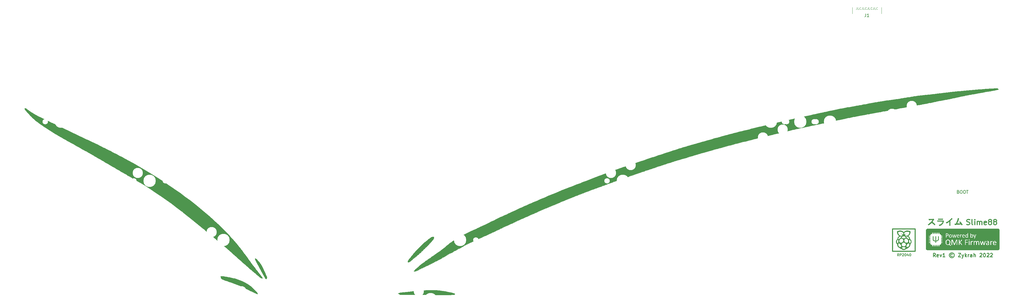
<source format=gto>
%TF.GenerationSoftware,KiCad,Pcbnew,(6.0.6)*%
%TF.CreationDate,2023-01-04T14:02:57+11:00*%
%TF.ProjectId,slime88,736c696d-6538-4382-9e6b-696361645f70,rev?*%
%TF.SameCoordinates,Original*%
%TF.FileFunction,Legend,Top*%
%TF.FilePolarity,Positive*%
%FSLAX46Y46*%
G04 Gerber Fmt 4.6, Leading zero omitted, Abs format (unit mm)*
G04 Created by KiCad (PCBNEW (6.0.6)) date 2023-01-04 14:02:57*
%MOMM*%
%LPD*%
G01*
G04 APERTURE LIST*
%ADD10C,0.300000*%
%ADD11C,0.250000*%
%ADD12C,0.150000*%
%ADD13C,0.100000*%
%ADD14C,0.170000*%
%ADD15C,0.010000*%
%ADD16C,0.120000*%
%ADD17C,3.048000*%
%ADD18C,3.987800*%
%ADD19C,0.500000*%
%ADD20C,0.650000*%
%ADD21R,0.600000X1.450000*%
%ADD22R,0.300000X1.450000*%
%ADD23O,1.000000X2.100000*%
%ADD24O,1.000000X1.600000*%
%ADD25R,1.700000X1.700000*%
%ADD26O,1.700000X1.700000*%
%ADD27C,1.750000*%
%ADD28C,3.300000*%
G04 APERTURE END LIST*
D10*
X334140312Y-130822500D02*
X341370312Y-130822500D01*
X341370312Y-130822500D02*
X341370312Y-123602500D01*
X341370312Y-123602500D02*
X334140312Y-123602500D01*
X334140312Y-123602500D02*
X334140312Y-130822500D01*
D11*
X347911740Y-132645357D02*
X347511740Y-132073928D01*
X347226026Y-132645357D02*
X347226026Y-131445357D01*
X347683169Y-131445357D01*
X347797454Y-131502500D01*
X347854597Y-131559642D01*
X347911740Y-131673928D01*
X347911740Y-131845357D01*
X347854597Y-131959642D01*
X347797454Y-132016785D01*
X347683169Y-132073928D01*
X347226026Y-132073928D01*
X348883169Y-132588214D02*
X348768883Y-132645357D01*
X348540312Y-132645357D01*
X348426026Y-132588214D01*
X348368883Y-132473928D01*
X348368883Y-132016785D01*
X348426026Y-131902500D01*
X348540312Y-131845357D01*
X348768883Y-131845357D01*
X348883169Y-131902500D01*
X348940312Y-132016785D01*
X348940312Y-132131071D01*
X348368883Y-132245357D01*
X349340312Y-131845357D02*
X349626026Y-132645357D01*
X349911740Y-131845357D01*
X350997454Y-132645357D02*
X350311740Y-132645357D01*
X350654597Y-132645357D02*
X350654597Y-131445357D01*
X350540312Y-131616785D01*
X350426026Y-131731071D01*
X350311740Y-131788214D01*
X353397454Y-131731071D02*
X353283169Y-131673928D01*
X353054597Y-131673928D01*
X352940312Y-131731071D01*
X352826026Y-131845357D01*
X352768883Y-131959642D01*
X352768883Y-132188214D01*
X352826026Y-132302500D01*
X352940312Y-132416785D01*
X353054597Y-132473928D01*
X353283169Y-132473928D01*
X353397454Y-132416785D01*
X353168883Y-131273928D02*
X352883169Y-131331071D01*
X352597454Y-131502500D01*
X352426026Y-131788214D01*
X352368883Y-132073928D01*
X352426026Y-132359642D01*
X352597454Y-132645357D01*
X352883169Y-132816785D01*
X353168883Y-132873928D01*
X353454597Y-132816785D01*
X353740312Y-132645357D01*
X353911740Y-132359642D01*
X353968883Y-132073928D01*
X353911740Y-131788214D01*
X353740312Y-131502500D01*
X353454597Y-131331071D01*
X353168883Y-131273928D01*
X355283169Y-131445357D02*
X356083169Y-131445357D01*
X355283169Y-132645357D01*
X356083169Y-132645357D01*
X356426026Y-131845357D02*
X356711740Y-132645357D01*
X356997454Y-131845357D02*
X356711740Y-132645357D01*
X356597454Y-132931071D01*
X356540312Y-132988214D01*
X356426026Y-133045357D01*
X357454597Y-132645357D02*
X357454597Y-131445357D01*
X357568883Y-132188214D02*
X357911740Y-132645357D01*
X357911740Y-131845357D02*
X357454597Y-132302500D01*
X358426026Y-132645357D02*
X358426026Y-131845357D01*
X358426026Y-132073928D02*
X358483169Y-131959642D01*
X358540312Y-131902500D01*
X358654597Y-131845357D01*
X358768883Y-131845357D01*
X359683169Y-132645357D02*
X359683169Y-132016785D01*
X359626026Y-131902500D01*
X359511740Y-131845357D01*
X359283169Y-131845357D01*
X359168883Y-131902500D01*
X359683169Y-132588214D02*
X359568883Y-132645357D01*
X359283169Y-132645357D01*
X359168883Y-132588214D01*
X359111740Y-132473928D01*
X359111740Y-132359642D01*
X359168883Y-132245357D01*
X359283169Y-132188214D01*
X359568883Y-132188214D01*
X359683169Y-132131071D01*
X360254597Y-132645357D02*
X360254597Y-131445357D01*
X360768883Y-132645357D02*
X360768883Y-132016785D01*
X360711740Y-131902500D01*
X360597454Y-131845357D01*
X360426026Y-131845357D01*
X360311740Y-131902500D01*
X360254597Y-131959642D01*
X362197454Y-131559642D02*
X362254597Y-131502500D01*
X362368883Y-131445357D01*
X362654597Y-131445357D01*
X362768883Y-131502500D01*
X362826026Y-131559642D01*
X362883169Y-131673928D01*
X362883169Y-131788214D01*
X362826026Y-131959642D01*
X362140312Y-132645357D01*
X362883169Y-132645357D01*
X363626026Y-131445357D02*
X363740312Y-131445357D01*
X363854597Y-131502500D01*
X363911740Y-131559642D01*
X363968883Y-131673928D01*
X364026026Y-131902500D01*
X364026026Y-132188214D01*
X363968883Y-132416785D01*
X363911740Y-132531071D01*
X363854597Y-132588214D01*
X363740312Y-132645357D01*
X363626026Y-132645357D01*
X363511740Y-132588214D01*
X363454597Y-132531071D01*
X363397454Y-132416785D01*
X363340312Y-132188214D01*
X363340312Y-131902500D01*
X363397454Y-131673928D01*
X363454597Y-131559642D01*
X363511740Y-131502500D01*
X363626026Y-131445357D01*
X364483169Y-131559642D02*
X364540312Y-131502500D01*
X364654597Y-131445357D01*
X364940312Y-131445357D01*
X365054597Y-131502500D01*
X365111740Y-131559642D01*
X365168883Y-131673928D01*
X365168883Y-131788214D01*
X365111740Y-131959642D01*
X364426026Y-132645357D01*
X365168883Y-132645357D01*
X365626026Y-131559642D02*
X365683169Y-131502500D01*
X365797454Y-131445357D01*
X366083169Y-131445357D01*
X366197454Y-131502500D01*
X366254597Y-131559642D01*
X366311740Y-131673928D01*
X366311740Y-131788214D01*
X366254597Y-131959642D01*
X365568883Y-132645357D01*
X366311740Y-132645357D01*
D12*
X355293169Y-111661071D02*
X355436026Y-111708690D01*
X355483645Y-111756309D01*
X355531264Y-111851547D01*
X355531264Y-111994404D01*
X355483645Y-112089642D01*
X355436026Y-112137261D01*
X355340788Y-112184880D01*
X354959835Y-112184880D01*
X354959835Y-111184880D01*
X355293169Y-111184880D01*
X355388407Y-111232500D01*
X355436026Y-111280119D01*
X355483645Y-111375357D01*
X355483645Y-111470595D01*
X355436026Y-111565833D01*
X355388407Y-111613452D01*
X355293169Y-111661071D01*
X354959835Y-111661071D01*
X356150312Y-111184880D02*
X356340788Y-111184880D01*
X356436026Y-111232500D01*
X356531264Y-111327738D01*
X356578883Y-111518214D01*
X356578883Y-111851547D01*
X356531264Y-112042023D01*
X356436026Y-112137261D01*
X356340788Y-112184880D01*
X356150312Y-112184880D01*
X356055073Y-112137261D01*
X355959835Y-112042023D01*
X355912216Y-111851547D01*
X355912216Y-111518214D01*
X355959835Y-111327738D01*
X356055073Y-111232500D01*
X356150312Y-111184880D01*
X357197931Y-111184880D02*
X357388407Y-111184880D01*
X357483645Y-111232500D01*
X357578883Y-111327738D01*
X357626502Y-111518214D01*
X357626502Y-111851547D01*
X357578883Y-112042023D01*
X357483645Y-112137261D01*
X357388407Y-112184880D01*
X357197931Y-112184880D01*
X357102692Y-112137261D01*
X357007454Y-112042023D01*
X356959835Y-111851547D01*
X356959835Y-111518214D01*
X357007454Y-111327738D01*
X357102692Y-111232500D01*
X357197931Y-111184880D01*
X357912216Y-111184880D02*
X358483645Y-111184880D01*
X358197931Y-112184880D02*
X358197931Y-111184880D01*
D10*
X358023645Y-122190595D02*
X358266502Y-122271547D01*
X358671264Y-122271547D01*
X358833169Y-122190595D01*
X358914121Y-122109642D01*
X358995073Y-121947738D01*
X358995073Y-121785833D01*
X358914121Y-121623928D01*
X358833169Y-121542976D01*
X358671264Y-121462023D01*
X358347454Y-121381071D01*
X358185550Y-121300119D01*
X358104597Y-121219166D01*
X358023645Y-121057261D01*
X358023645Y-120895357D01*
X358104597Y-120733452D01*
X358185550Y-120652500D01*
X358347454Y-120571547D01*
X358752216Y-120571547D01*
X358995073Y-120652500D01*
X359966502Y-122271547D02*
X359804597Y-122190595D01*
X359723645Y-122028690D01*
X359723645Y-120571547D01*
X360614121Y-122271547D02*
X360614121Y-121138214D01*
X360614121Y-120571547D02*
X360533169Y-120652500D01*
X360614121Y-120733452D01*
X360695073Y-120652500D01*
X360614121Y-120571547D01*
X360614121Y-120733452D01*
X361423645Y-122271547D02*
X361423645Y-121138214D01*
X361423645Y-121300119D02*
X361504597Y-121219166D01*
X361666502Y-121138214D01*
X361909359Y-121138214D01*
X362071264Y-121219166D01*
X362152216Y-121381071D01*
X362152216Y-122271547D01*
X362152216Y-121381071D02*
X362233169Y-121219166D01*
X362395073Y-121138214D01*
X362637931Y-121138214D01*
X362799835Y-121219166D01*
X362880788Y-121381071D01*
X362880788Y-122271547D01*
X364337931Y-122190595D02*
X364176026Y-122271547D01*
X363852216Y-122271547D01*
X363690312Y-122190595D01*
X363609359Y-122028690D01*
X363609359Y-121381071D01*
X363690312Y-121219166D01*
X363852216Y-121138214D01*
X364176026Y-121138214D01*
X364337931Y-121219166D01*
X364418883Y-121381071D01*
X364418883Y-121542976D01*
X363609359Y-121704880D01*
X365390312Y-121300119D02*
X365228407Y-121219166D01*
X365147454Y-121138214D01*
X365066502Y-120976309D01*
X365066502Y-120895357D01*
X365147454Y-120733452D01*
X365228407Y-120652500D01*
X365390312Y-120571547D01*
X365714121Y-120571547D01*
X365876026Y-120652500D01*
X365956978Y-120733452D01*
X366037931Y-120895357D01*
X366037931Y-120976309D01*
X365956978Y-121138214D01*
X365876026Y-121219166D01*
X365714121Y-121300119D01*
X365390312Y-121300119D01*
X365228407Y-121381071D01*
X365147454Y-121462023D01*
X365066502Y-121623928D01*
X365066502Y-121947738D01*
X365147454Y-122109642D01*
X365228407Y-122190595D01*
X365390312Y-122271547D01*
X365714121Y-122271547D01*
X365876026Y-122190595D01*
X365956978Y-122109642D01*
X366037931Y-121947738D01*
X366037931Y-121623928D01*
X365956978Y-121462023D01*
X365876026Y-121381071D01*
X365714121Y-121300119D01*
X367009359Y-121300119D02*
X366847454Y-121219166D01*
X366766502Y-121138214D01*
X366685550Y-120976309D01*
X366685550Y-120895357D01*
X366766502Y-120733452D01*
X366847454Y-120652500D01*
X367009359Y-120571547D01*
X367333169Y-120571547D01*
X367495073Y-120652500D01*
X367576026Y-120733452D01*
X367656978Y-120895357D01*
X367656978Y-120976309D01*
X367576026Y-121138214D01*
X367495073Y-121219166D01*
X367333169Y-121300119D01*
X367009359Y-121300119D01*
X366847454Y-121381071D01*
X366766502Y-121462023D01*
X366685550Y-121623928D01*
X366685550Y-121947738D01*
X366766502Y-122109642D01*
X366847454Y-122190595D01*
X367009359Y-122271547D01*
X367333169Y-122271547D01*
X367495073Y-122190595D01*
X367576026Y-122109642D01*
X367656978Y-121947738D01*
X367656978Y-121623928D01*
X367576026Y-121462023D01*
X367495073Y-121381071D01*
X367333169Y-121300119D01*
D13*
X322613228Y-52219166D02*
X322613228Y-52719166D01*
X322579895Y-52819166D01*
X322513228Y-52885833D01*
X322413228Y-52919166D01*
X322346562Y-52919166D01*
X323279895Y-52919166D02*
X322946562Y-52919166D01*
X322946562Y-52219166D01*
X323913228Y-52852500D02*
X323879895Y-52885833D01*
X323779895Y-52919166D01*
X323713228Y-52919166D01*
X323613228Y-52885833D01*
X323546562Y-52819166D01*
X323513228Y-52752500D01*
X323479895Y-52619166D01*
X323479895Y-52519166D01*
X323513228Y-52385833D01*
X323546562Y-52319166D01*
X323613228Y-52252500D01*
X323713228Y-52219166D01*
X323779895Y-52219166D01*
X323879895Y-52252500D01*
X323913228Y-52285833D01*
X324413228Y-52219166D02*
X324413228Y-52719166D01*
X324379895Y-52819166D01*
X324313228Y-52885833D01*
X324213228Y-52919166D01*
X324146562Y-52919166D01*
X325079895Y-52919166D02*
X324746562Y-52919166D01*
X324746562Y-52219166D01*
X325713228Y-52852500D02*
X325679895Y-52885833D01*
X325579895Y-52919166D01*
X325513228Y-52919166D01*
X325413228Y-52885833D01*
X325346562Y-52819166D01*
X325313228Y-52752500D01*
X325279895Y-52619166D01*
X325279895Y-52519166D01*
X325313228Y-52385833D01*
X325346562Y-52319166D01*
X325413228Y-52252500D01*
X325513228Y-52219166D01*
X325579895Y-52219166D01*
X325679895Y-52252500D01*
X325713228Y-52285833D01*
X326213228Y-52219166D02*
X326213228Y-52719166D01*
X326179895Y-52819166D01*
X326113228Y-52885833D01*
X326013228Y-52919166D01*
X325946562Y-52919166D01*
X326879895Y-52919166D02*
X326546562Y-52919166D01*
X326546562Y-52219166D01*
X327513228Y-52852500D02*
X327479895Y-52885833D01*
X327379895Y-52919166D01*
X327313228Y-52919166D01*
X327213228Y-52885833D01*
X327146562Y-52819166D01*
X327113228Y-52752500D01*
X327079895Y-52619166D01*
X327079895Y-52519166D01*
X327113228Y-52385833D01*
X327146562Y-52319166D01*
X327213228Y-52252500D01*
X327313228Y-52219166D01*
X327379895Y-52219166D01*
X327479895Y-52252500D01*
X327513228Y-52285833D01*
X328013228Y-52219166D02*
X328013228Y-52719166D01*
X327979895Y-52819166D01*
X327913228Y-52885833D01*
X327813228Y-52919166D01*
X327746562Y-52919166D01*
X328679895Y-52919166D02*
X328346562Y-52919166D01*
X328346562Y-52219166D01*
X329313228Y-52852500D02*
X329279895Y-52885833D01*
X329179895Y-52919166D01*
X329113228Y-52919166D01*
X329013228Y-52885833D01*
X328946562Y-52819166D01*
X328913228Y-52752500D01*
X328879895Y-52619166D01*
X328879895Y-52519166D01*
X328913228Y-52385833D01*
X328946562Y-52319166D01*
X329013228Y-52252500D01*
X329113228Y-52219166D01*
X329179895Y-52219166D01*
X329279895Y-52252500D01*
X329313228Y-52285833D01*
D14*
X336184121Y-132364404D02*
X335917454Y-131983452D01*
X335726978Y-132364404D02*
X335726978Y-131564404D01*
X336031740Y-131564404D01*
X336107931Y-131602500D01*
X336146026Y-131640595D01*
X336184121Y-131716785D01*
X336184121Y-131831071D01*
X336146026Y-131907261D01*
X336107931Y-131945357D01*
X336031740Y-131983452D01*
X335726978Y-131983452D01*
X336526978Y-132364404D02*
X336526978Y-131564404D01*
X336831740Y-131564404D01*
X336907931Y-131602500D01*
X336946026Y-131640595D01*
X336984121Y-131716785D01*
X336984121Y-131831071D01*
X336946026Y-131907261D01*
X336907931Y-131945357D01*
X336831740Y-131983452D01*
X336526978Y-131983452D01*
X337288883Y-131640595D02*
X337326978Y-131602500D01*
X337403169Y-131564404D01*
X337593645Y-131564404D01*
X337669835Y-131602500D01*
X337707931Y-131640595D01*
X337746026Y-131716785D01*
X337746026Y-131792976D01*
X337707931Y-131907261D01*
X337250788Y-132364404D01*
X337746026Y-132364404D01*
X338241264Y-131564404D02*
X338317454Y-131564404D01*
X338393645Y-131602500D01*
X338431740Y-131640595D01*
X338469835Y-131716785D01*
X338507931Y-131869166D01*
X338507931Y-132059642D01*
X338469835Y-132212023D01*
X338431740Y-132288214D01*
X338393645Y-132326309D01*
X338317454Y-132364404D01*
X338241264Y-132364404D01*
X338165073Y-132326309D01*
X338126978Y-132288214D01*
X338088883Y-132212023D01*
X338050788Y-132059642D01*
X338050788Y-131869166D01*
X338088883Y-131716785D01*
X338126978Y-131640595D01*
X338165073Y-131602500D01*
X338241264Y-131564404D01*
X339193645Y-131831071D02*
X339193645Y-132364404D01*
X339003169Y-131526309D02*
X338812692Y-132097738D01*
X339307931Y-132097738D01*
X339765073Y-131564404D02*
X339841264Y-131564404D01*
X339917454Y-131602500D01*
X339955550Y-131640595D01*
X339993645Y-131716785D01*
X340031740Y-131869166D01*
X340031740Y-132059642D01*
X339993645Y-132212023D01*
X339955550Y-132288214D01*
X339917454Y-132326309D01*
X339841264Y-132364404D01*
X339765073Y-132364404D01*
X339688883Y-132326309D01*
X339650788Y-132288214D01*
X339612692Y-132212023D01*
X339574597Y-132059642D01*
X339574597Y-131869166D01*
X339612692Y-131716785D01*
X339650788Y-131640595D01*
X339688883Y-131602500D01*
X339765073Y-131564404D01*
D12*
%TO.C,J1*%
X325513228Y-54281130D02*
X325513228Y-54995416D01*
X325465609Y-55138273D01*
X325370371Y-55233511D01*
X325227514Y-55281130D01*
X325132276Y-55281130D01*
X326513228Y-55281130D02*
X325941800Y-55281130D01*
X326227514Y-55281130D02*
X326227514Y-54281130D01*
X326132276Y-54423988D01*
X326037038Y-54519226D01*
X325941800Y-54566845D01*
%TO.C,G\u002A\u002A\u002A*%
G36*
X347327306Y-120458037D02*
G01*
X347391619Y-120531754D01*
X347422490Y-120584478D01*
X347421068Y-120619619D01*
X347388830Y-120640483D01*
X347360784Y-120663578D01*
X347319576Y-120714595D01*
X347272338Y-120784300D01*
X347252044Y-120817556D01*
X347191926Y-120915083D01*
X347119886Y-121025732D01*
X347049468Y-121128811D01*
X347035023Y-121149136D01*
X346915132Y-121316229D01*
X346978166Y-121370364D01*
X347146024Y-121514838D01*
X347285390Y-121635554D01*
X347400171Y-121736001D01*
X347494274Y-121819667D01*
X347571605Y-121890041D01*
X347636072Y-121950613D01*
X347691582Y-122004872D01*
X347714235Y-122027706D01*
X347862402Y-122178438D01*
X347746854Y-122280383D01*
X347631305Y-122382328D01*
X347344687Y-122111024D01*
X347239331Y-122012446D01*
X347130529Y-121912638D01*
X347027443Y-121819870D01*
X346939237Y-121742411D01*
X346891136Y-121701633D01*
X346724204Y-121563546D01*
X346535172Y-121741494D01*
X346439750Y-121828765D01*
X346333451Y-121921692D01*
X346221470Y-122016179D01*
X346108999Y-122108129D01*
X346001234Y-122193444D01*
X345903368Y-122268026D01*
X345820595Y-122327781D01*
X345758109Y-122368608D01*
X345721104Y-122386413D01*
X345717052Y-122386843D01*
X345695027Y-122373696D01*
X345651292Y-122340194D01*
X345602860Y-122299974D01*
X345550368Y-122252576D01*
X345513987Y-122215082D01*
X345502319Y-122197438D01*
X345518599Y-122179965D01*
X345563449Y-122142745D01*
X345630876Y-122090484D01*
X345714891Y-122027884D01*
X345760020Y-121995063D01*
X346018222Y-121801058D01*
X346241960Y-121615766D01*
X346436752Y-121433991D01*
X346608118Y-121250537D01*
X346761574Y-121060207D01*
X346781797Y-121032916D01*
X346841970Y-120946167D01*
X346896019Y-120859666D01*
X346940391Y-120780259D01*
X346971531Y-120714791D01*
X346985885Y-120670110D01*
X346979900Y-120653061D01*
X346978998Y-120653057D01*
X346951498Y-120654727D01*
X346887540Y-120658858D01*
X346792904Y-120665069D01*
X346673369Y-120672979D01*
X346534715Y-120682206D01*
X346382722Y-120692370D01*
X346380735Y-120692503D01*
X346229913Y-120702402D01*
X346093530Y-120710954D01*
X345977104Y-120717842D01*
X345886153Y-120722756D01*
X345826195Y-120725380D01*
X345802747Y-120725401D01*
X345802652Y-120725348D01*
X345796440Y-120703332D01*
X345787478Y-120653362D01*
X345777708Y-120589136D01*
X345769072Y-120524350D01*
X345763515Y-120472701D01*
X345762978Y-120447886D01*
X345763234Y-120447445D01*
X345784830Y-120445301D01*
X345843161Y-120441799D01*
X345932660Y-120437210D01*
X346047758Y-120431807D01*
X346182890Y-120425861D01*
X346328471Y-120419808D01*
X346488985Y-120412705D01*
X346645131Y-120404676D01*
X346788965Y-120396212D01*
X346912543Y-120387807D01*
X347007920Y-120379955D01*
X347057431Y-120374557D01*
X347226127Y-120351971D01*
X347327306Y-120458037D01*
G37*
D15*
X347327306Y-120458037D02*
X347391619Y-120531754D01*
X347422490Y-120584478D01*
X347421068Y-120619619D01*
X347388830Y-120640483D01*
X347360784Y-120663578D01*
X347319576Y-120714595D01*
X347272338Y-120784300D01*
X347252044Y-120817556D01*
X347191926Y-120915083D01*
X347119886Y-121025732D01*
X347049468Y-121128811D01*
X347035023Y-121149136D01*
X346915132Y-121316229D01*
X346978166Y-121370364D01*
X347146024Y-121514838D01*
X347285390Y-121635554D01*
X347400171Y-121736001D01*
X347494274Y-121819667D01*
X347571605Y-121890041D01*
X347636072Y-121950613D01*
X347691582Y-122004872D01*
X347714235Y-122027706D01*
X347862402Y-122178438D01*
X347746854Y-122280383D01*
X347631305Y-122382328D01*
X347344687Y-122111024D01*
X347239331Y-122012446D01*
X347130529Y-121912638D01*
X347027443Y-121819870D01*
X346939237Y-121742411D01*
X346891136Y-121701633D01*
X346724204Y-121563546D01*
X346535172Y-121741494D01*
X346439750Y-121828765D01*
X346333451Y-121921692D01*
X346221470Y-122016179D01*
X346108999Y-122108129D01*
X346001234Y-122193444D01*
X345903368Y-122268026D01*
X345820595Y-122327781D01*
X345758109Y-122368608D01*
X345721104Y-122386413D01*
X345717052Y-122386843D01*
X345695027Y-122373696D01*
X345651292Y-122340194D01*
X345602860Y-122299974D01*
X345550368Y-122252576D01*
X345513987Y-122215082D01*
X345502319Y-122197438D01*
X345518599Y-122179965D01*
X345563449Y-122142745D01*
X345630876Y-122090484D01*
X345714891Y-122027884D01*
X345760020Y-121995063D01*
X346018222Y-121801058D01*
X346241960Y-121615766D01*
X346436752Y-121433991D01*
X346608118Y-121250537D01*
X346761574Y-121060207D01*
X346781797Y-121032916D01*
X346841970Y-120946167D01*
X346896019Y-120859666D01*
X346940391Y-120780259D01*
X346971531Y-120714791D01*
X346985885Y-120670110D01*
X346979900Y-120653061D01*
X346978998Y-120653057D01*
X346951498Y-120654727D01*
X346887540Y-120658858D01*
X346792904Y-120665069D01*
X346673369Y-120672979D01*
X346534715Y-120682206D01*
X346382722Y-120692370D01*
X346380735Y-120692503D01*
X346229913Y-120702402D01*
X346093530Y-120710954D01*
X345977104Y-120717842D01*
X345886153Y-120722756D01*
X345826195Y-120725380D01*
X345802747Y-120725401D01*
X345802652Y-120725348D01*
X345796440Y-120703332D01*
X345787478Y-120653362D01*
X345777708Y-120589136D01*
X345769072Y-120524350D01*
X345763515Y-120472701D01*
X345762978Y-120447886D01*
X345763234Y-120447445D01*
X345784830Y-120445301D01*
X345843161Y-120441799D01*
X345932660Y-120437210D01*
X346047758Y-120431807D01*
X346182890Y-120425861D01*
X346328471Y-120419808D01*
X346488985Y-120412705D01*
X346645131Y-120404676D01*
X346788965Y-120396212D01*
X346912543Y-120387807D01*
X347007920Y-120379955D01*
X347057431Y-120374557D01*
X347226127Y-120351971D01*
X347327306Y-120458037D01*
G36*
X355217151Y-120153515D02*
G01*
X355274718Y-120167778D01*
X355346193Y-120190865D01*
X355423332Y-120221383D01*
X355467455Y-120248026D01*
X355486818Y-120276338D01*
X355489166Y-120286876D01*
X355483578Y-120326223D01*
X355463523Y-120334416D01*
X355435853Y-120354473D01*
X355410988Y-120410249D01*
X355406914Y-120424374D01*
X355344534Y-120639239D01*
X355267279Y-120878182D01*
X355179876Y-121127760D01*
X355087055Y-121374532D01*
X354993546Y-121605056D01*
X354981970Y-121632234D01*
X354942405Y-121726467D01*
X354910677Y-121805713D01*
X354889685Y-121862440D01*
X354882331Y-121889122D01*
X354882609Y-121890095D01*
X354905192Y-121891472D01*
X354963120Y-121890617D01*
X355049480Y-121887880D01*
X355157362Y-121883610D01*
X355279856Y-121878154D01*
X355410050Y-121871862D01*
X355541033Y-121865081D01*
X355665895Y-121858161D01*
X355777725Y-121851451D01*
X355869612Y-121845297D01*
X355934645Y-121840050D01*
X355965913Y-121836057D01*
X355967581Y-121835376D01*
X355958704Y-121816334D01*
X355927740Y-121771006D01*
X355879380Y-121705890D01*
X355818318Y-121627484D01*
X355809048Y-121615848D01*
X355745662Y-121535459D01*
X355693231Y-121466972D01*
X355656785Y-121417105D01*
X355641353Y-121392574D01*
X355641152Y-121391634D01*
X355657156Y-121373153D01*
X355698896Y-121338855D01*
X355751063Y-121300642D01*
X355860975Y-121223699D01*
X355911825Y-121271182D01*
X355970540Y-121332650D01*
X356047326Y-121422967D01*
X356137175Y-121535495D01*
X356235076Y-121663598D01*
X356336020Y-121800637D01*
X356434997Y-121939975D01*
X356526998Y-122074973D01*
X356581387Y-122158351D01*
X356617473Y-122214869D01*
X356490307Y-122301226D01*
X356426828Y-122343358D01*
X356377764Y-122374104D01*
X356352775Y-122387438D01*
X356351910Y-122387583D01*
X356335930Y-122371083D01*
X356304041Y-122327501D01*
X356262676Y-122265709D01*
X356255971Y-122255291D01*
X356214218Y-122189722D01*
X356182214Y-122138780D01*
X356166119Y-122112286D01*
X356165499Y-122111113D01*
X356143883Y-122110234D01*
X356084360Y-122112500D01*
X355991216Y-122117630D01*
X355868739Y-122125347D01*
X355721216Y-122135371D01*
X355552935Y-122147425D01*
X355368182Y-122161229D01*
X355228787Y-122171985D01*
X354997613Y-122190298D01*
X354805385Y-122206126D01*
X354648812Y-122219831D01*
X354524602Y-122231774D01*
X354429465Y-122242317D01*
X354360110Y-122251820D01*
X354313244Y-122260646D01*
X354285577Y-122269154D01*
X354274442Y-122276742D01*
X354240858Y-122299165D01*
X354221139Y-122298929D01*
X354202757Y-122276080D01*
X354177270Y-122224114D01*
X354148923Y-122154698D01*
X354121959Y-122079498D01*
X354100624Y-122010183D01*
X354089160Y-121958418D01*
X354089768Y-121937791D01*
X354113200Y-121931341D01*
X354169910Y-121926153D01*
X354250848Y-121922828D01*
X354327763Y-121921916D01*
X354557043Y-121921916D01*
X354642797Y-121726124D01*
X354720523Y-121540463D01*
X354800887Y-121333795D01*
X354880496Y-121115979D01*
X354955955Y-120896876D01*
X355023872Y-120686348D01*
X355080852Y-120494254D01*
X355123504Y-120330455D01*
X355124368Y-120326761D01*
X355145182Y-120248118D01*
X355165995Y-120187058D01*
X355183074Y-120154098D01*
X355186579Y-120151375D01*
X355217151Y-120153515D01*
G37*
X355217151Y-120153515D02*
X355274718Y-120167778D01*
X355346193Y-120190865D01*
X355423332Y-120221383D01*
X355467455Y-120248026D01*
X355486818Y-120276338D01*
X355489166Y-120286876D01*
X355483578Y-120326223D01*
X355463523Y-120334416D01*
X355435853Y-120354473D01*
X355410988Y-120410249D01*
X355406914Y-120424374D01*
X355344534Y-120639239D01*
X355267279Y-120878182D01*
X355179876Y-121127760D01*
X355087055Y-121374532D01*
X354993546Y-121605056D01*
X354981970Y-121632234D01*
X354942405Y-121726467D01*
X354910677Y-121805713D01*
X354889685Y-121862440D01*
X354882331Y-121889122D01*
X354882609Y-121890095D01*
X354905192Y-121891472D01*
X354963120Y-121890617D01*
X355049480Y-121887880D01*
X355157362Y-121883610D01*
X355279856Y-121878154D01*
X355410050Y-121871862D01*
X355541033Y-121865081D01*
X355665895Y-121858161D01*
X355777725Y-121851451D01*
X355869612Y-121845297D01*
X355934645Y-121840050D01*
X355965913Y-121836057D01*
X355967581Y-121835376D01*
X355958704Y-121816334D01*
X355927740Y-121771006D01*
X355879380Y-121705890D01*
X355818318Y-121627484D01*
X355809048Y-121615848D01*
X355745662Y-121535459D01*
X355693231Y-121466972D01*
X355656785Y-121417105D01*
X355641353Y-121392574D01*
X355641152Y-121391634D01*
X355657156Y-121373153D01*
X355698896Y-121338855D01*
X355751063Y-121300642D01*
X355860975Y-121223699D01*
X355911825Y-121271182D01*
X355970540Y-121332650D01*
X356047326Y-121422967D01*
X356137175Y-121535495D01*
X356235076Y-121663598D01*
X356336020Y-121800637D01*
X356434997Y-121939975D01*
X356526998Y-122074973D01*
X356581387Y-122158351D01*
X356617473Y-122214869D01*
X356490307Y-122301226D01*
X356426828Y-122343358D01*
X356377764Y-122374104D01*
X356352775Y-122387438D01*
X356351910Y-122387583D01*
X356335930Y-122371083D01*
X356304041Y-122327501D01*
X356262676Y-122265709D01*
X356255971Y-122255291D01*
X356214218Y-122189722D01*
X356182214Y-122138780D01*
X356166119Y-122112286D01*
X356165499Y-122111113D01*
X356143883Y-122110234D01*
X356084360Y-122112500D01*
X355991216Y-122117630D01*
X355868739Y-122125347D01*
X355721216Y-122135371D01*
X355552935Y-122147425D01*
X355368182Y-122161229D01*
X355228787Y-122171985D01*
X354997613Y-122190298D01*
X354805385Y-122206126D01*
X354648812Y-122219831D01*
X354524602Y-122231774D01*
X354429465Y-122242317D01*
X354360110Y-122251820D01*
X354313244Y-122260646D01*
X354285577Y-122269154D01*
X354274442Y-122276742D01*
X354240858Y-122299165D01*
X354221139Y-122298929D01*
X354202757Y-122276080D01*
X354177270Y-122224114D01*
X354148923Y-122154698D01*
X354121959Y-122079498D01*
X354100624Y-122010183D01*
X354089160Y-121958418D01*
X354089768Y-121937791D01*
X354113200Y-121931341D01*
X354169910Y-121926153D01*
X354250848Y-121922828D01*
X354327763Y-121921916D01*
X354557043Y-121921916D01*
X354642797Y-121726124D01*
X354720523Y-121540463D01*
X354800887Y-121333795D01*
X354880496Y-121115979D01*
X354955955Y-120896876D01*
X355023872Y-120686348D01*
X355080852Y-120494254D01*
X355123504Y-120330455D01*
X355124368Y-120326761D01*
X355145182Y-120248118D01*
X355165995Y-120187058D01*
X355183074Y-120154098D01*
X355186579Y-120151375D01*
X355217151Y-120153515D01*
G36*
X350307152Y-120546083D02*
G01*
X348740819Y-120546083D01*
X348740819Y-120292083D01*
X350307152Y-120292083D01*
X350307152Y-120546083D01*
G37*
X350307152Y-120546083D02*
X348740819Y-120546083D01*
X348740819Y-120292083D01*
X350307152Y-120292083D01*
X350307152Y-120546083D01*
G36*
X350393386Y-120902279D02*
G01*
X350442903Y-120927776D01*
X350490440Y-120958291D01*
X350563562Y-121014166D01*
X350599797Y-121059648D01*
X350603485Y-121075465D01*
X350595205Y-121109753D01*
X350583819Y-121117583D01*
X350569406Y-121136520D01*
X350552132Y-121185622D01*
X350539023Y-121239291D01*
X350463803Y-121505903D01*
X350353733Y-121749067D01*
X350210058Y-121967450D01*
X350034024Y-122159722D01*
X349826875Y-122324551D01*
X349589858Y-122460605D01*
X349324218Y-122566554D01*
X349286139Y-122578506D01*
X349252418Y-122584752D01*
X349222497Y-122575825D01*
X349186414Y-122545780D01*
X349134204Y-122488670D01*
X349132681Y-122486930D01*
X349084796Y-122430219D01*
X349050518Y-122385862D01*
X349037156Y-122363325D01*
X349037152Y-122363189D01*
X349055510Y-122349232D01*
X349102845Y-122328540D01*
X349148277Y-122312470D01*
X349411624Y-122210745D01*
X349639473Y-122088805D01*
X349831140Y-121947153D01*
X349985944Y-121786290D01*
X350101775Y-121609458D01*
X350137829Y-121532364D01*
X350174229Y-121440861D01*
X350206732Y-121347371D01*
X350231098Y-121264316D01*
X350243086Y-121204118D01*
X350243652Y-121193902D01*
X350223232Y-121191106D01*
X350164960Y-121188521D01*
X350073316Y-121186213D01*
X349952780Y-121184251D01*
X349807834Y-121182704D01*
X349642958Y-121181638D01*
X349462633Y-121181121D01*
X349396985Y-121181083D01*
X348550319Y-121181083D01*
X348550319Y-120927083D01*
X349406191Y-120927083D01*
X349638990Y-120926522D01*
X349841445Y-120924876D01*
X350011394Y-120922195D01*
X350146675Y-120918532D01*
X350245125Y-120913938D01*
X350304582Y-120908466D01*
X350319729Y-120905158D01*
X350356479Y-120896032D01*
X350393386Y-120902279D01*
G37*
X350393386Y-120902279D02*
X350442903Y-120927776D01*
X350490440Y-120958291D01*
X350563562Y-121014166D01*
X350599797Y-121059648D01*
X350603485Y-121075465D01*
X350595205Y-121109753D01*
X350583819Y-121117583D01*
X350569406Y-121136520D01*
X350552132Y-121185622D01*
X350539023Y-121239291D01*
X350463803Y-121505903D01*
X350353733Y-121749067D01*
X350210058Y-121967450D01*
X350034024Y-122159722D01*
X349826875Y-122324551D01*
X349589858Y-122460605D01*
X349324218Y-122566554D01*
X349286139Y-122578506D01*
X349252418Y-122584752D01*
X349222497Y-122575825D01*
X349186414Y-122545780D01*
X349134204Y-122488670D01*
X349132681Y-122486930D01*
X349084796Y-122430219D01*
X349050518Y-122385862D01*
X349037156Y-122363325D01*
X349037152Y-122363189D01*
X349055510Y-122349232D01*
X349102845Y-122328540D01*
X349148277Y-122312470D01*
X349411624Y-122210745D01*
X349639473Y-122088805D01*
X349831140Y-121947153D01*
X349985944Y-121786290D01*
X350101775Y-121609458D01*
X350137829Y-121532364D01*
X350174229Y-121440861D01*
X350206732Y-121347371D01*
X350231098Y-121264316D01*
X350243086Y-121204118D01*
X350243652Y-121193902D01*
X350223232Y-121191106D01*
X350164960Y-121188521D01*
X350073316Y-121186213D01*
X349952780Y-121184251D01*
X349807834Y-121182704D01*
X349642958Y-121181638D01*
X349462633Y-121181121D01*
X349396985Y-121181083D01*
X348550319Y-121181083D01*
X348550319Y-120927083D01*
X349406191Y-120927083D01*
X349638990Y-120926522D01*
X349841445Y-120924876D01*
X350011394Y-120922195D01*
X350146675Y-120918532D01*
X350245125Y-120913938D01*
X350304582Y-120908466D01*
X350319729Y-120905158D01*
X350356479Y-120896032D01*
X350393386Y-120902279D01*
G36*
X353116063Y-120152430D02*
G01*
X353162422Y-120184475D01*
X353231400Y-120240986D01*
X353255207Y-120260333D01*
X353313019Y-120317793D01*
X353331270Y-120364446D01*
X353309753Y-120399169D01*
X353283105Y-120412027D01*
X353249004Y-120434688D01*
X353195705Y-120482538D01*
X353131005Y-120548154D01*
X353074031Y-120611023D01*
X352995503Y-120697737D01*
X352911964Y-120784592D01*
X352835612Y-120859135D01*
X352796828Y-120894052D01*
X352677819Y-120995725D01*
X352677819Y-122514583D01*
X352402652Y-122514583D01*
X352402652Y-121879583D01*
X352402354Y-121720511D01*
X352401511Y-121576020D01*
X352400199Y-121451285D01*
X352398494Y-121351478D01*
X352396472Y-121281773D01*
X352394207Y-121247345D01*
X352393338Y-121244583D01*
X352373035Y-121255662D01*
X352325385Y-121285629D01*
X352258057Y-121329575D01*
X352197547Y-121369907D01*
X352086294Y-121441579D01*
X351960849Y-121517372D01*
X351831931Y-121591240D01*
X351710260Y-121657135D01*
X351606557Y-121709014D01*
X351557592Y-121730826D01*
X351485115Y-121760771D01*
X351393550Y-121656715D01*
X351333455Y-121581816D01*
X351304957Y-121530054D01*
X351308618Y-121502727D01*
X351325011Y-121498583D01*
X351356252Y-121488859D01*
X351416874Y-121462275D01*
X351499356Y-121422711D01*
X351596176Y-121374046D01*
X351699811Y-121320162D01*
X351802738Y-121264937D01*
X351897435Y-121212253D01*
X351976380Y-121165989D01*
X352007413Y-121146594D01*
X352279281Y-120954358D01*
X352535055Y-120740265D01*
X352765903Y-120512314D01*
X352957072Y-120286298D01*
X353012828Y-120211784D01*
X353051254Y-120165214D01*
X353082336Y-120145720D01*
X353116063Y-120152430D01*
G37*
X353116063Y-120152430D02*
X353162422Y-120184475D01*
X353231400Y-120240986D01*
X353255207Y-120260333D01*
X353313019Y-120317793D01*
X353331270Y-120364446D01*
X353309753Y-120399169D01*
X353283105Y-120412027D01*
X353249004Y-120434688D01*
X353195705Y-120482538D01*
X353131005Y-120548154D01*
X353074031Y-120611023D01*
X352995503Y-120697737D01*
X352911964Y-120784592D01*
X352835612Y-120859135D01*
X352796828Y-120894052D01*
X352677819Y-120995725D01*
X352677819Y-122514583D01*
X352402652Y-122514583D01*
X352402652Y-121879583D01*
X352402354Y-121720511D01*
X352401511Y-121576020D01*
X352400199Y-121451285D01*
X352398494Y-121351478D01*
X352396472Y-121281773D01*
X352394207Y-121247345D01*
X352393338Y-121244583D01*
X352373035Y-121255662D01*
X352325385Y-121285629D01*
X352258057Y-121329575D01*
X352197547Y-121369907D01*
X352086294Y-121441579D01*
X351960849Y-121517372D01*
X351831931Y-121591240D01*
X351710260Y-121657135D01*
X351606557Y-121709014D01*
X351557592Y-121730826D01*
X351485115Y-121760771D01*
X351393550Y-121656715D01*
X351333455Y-121581816D01*
X351304957Y-121530054D01*
X351308618Y-121502727D01*
X351325011Y-121498583D01*
X351356252Y-121488859D01*
X351416874Y-121462275D01*
X351499356Y-121422711D01*
X351596176Y-121374046D01*
X351699811Y-121320162D01*
X351802738Y-121264937D01*
X351897435Y-121212253D01*
X351976380Y-121165989D01*
X352007413Y-121146594D01*
X352279281Y-120954358D01*
X352535055Y-120740265D01*
X352765903Y-120512314D01*
X352957072Y-120286298D01*
X353012828Y-120211784D01*
X353051254Y-120165214D01*
X353082336Y-120145720D01*
X353116063Y-120152430D01*
G36*
X359726292Y-125570595D02*
G01*
X359739150Y-125576929D01*
X359798115Y-125627827D01*
X359837454Y-125709733D01*
X359857420Y-125823296D01*
X359860182Y-125887585D01*
X359852925Y-125998595D01*
X359830621Y-126096529D01*
X359795884Y-126173760D01*
X359751328Y-126222666D01*
X359743774Y-126227186D01*
X359683371Y-126244090D01*
X359610885Y-126244490D01*
X359548099Y-126228544D01*
X359542615Y-126225742D01*
X359505219Y-126199778D01*
X359457922Y-126160326D01*
X359443544Y-126147131D01*
X359414895Y-126118720D01*
X359396933Y-126092813D01*
X359387163Y-126059891D01*
X359383091Y-126010436D01*
X359382223Y-125934929D01*
X359382214Y-125913068D01*
X359385001Y-125810365D01*
X359395953Y-125736424D01*
X359418958Y-125682508D01*
X359457903Y-125639882D01*
X359516675Y-125599809D01*
X359523362Y-125595858D01*
X359598919Y-125559950D01*
X359662478Y-125551887D01*
X359726292Y-125570595D01*
G37*
G36*
X352142819Y-127274353D02*
G01*
X352254710Y-127329557D01*
X352346823Y-127416311D01*
X352417340Y-127533489D01*
X352450083Y-127623198D01*
X352473623Y-127743382D01*
X352482285Y-127881962D01*
X352476881Y-128027359D01*
X352458223Y-128167995D01*
X352427123Y-128292293D01*
X352398134Y-128363883D01*
X352345288Y-128439497D01*
X352270368Y-128510314D01*
X352187098Y-128564665D01*
X352138526Y-128584612D01*
X352065570Y-128598276D01*
X351974571Y-128604085D01*
X351881055Y-128602075D01*
X351800548Y-128592282D01*
X351767875Y-128583744D01*
X351663988Y-128531433D01*
X351581990Y-128453840D01*
X351521061Y-128349267D01*
X351480380Y-128216014D01*
X351459129Y-128052384D01*
X351455354Y-127936601D01*
X351465574Y-127751658D01*
X351497721Y-127596986D01*
X351552274Y-127471805D01*
X351629709Y-127375335D01*
X351730504Y-127306794D01*
X351855136Y-127265402D01*
X351866985Y-127263085D01*
X352012971Y-127251821D01*
X352142819Y-127274353D01*
G37*
G36*
X351712057Y-125232712D02*
G01*
X351781972Y-125243234D01*
X351821842Y-125254636D01*
X351884161Y-125299648D01*
X351925762Y-125368536D01*
X351944251Y-125452184D01*
X351937234Y-125541476D01*
X351914094Y-125606066D01*
X351861254Y-125673888D01*
X351781945Y-125717217D01*
X351674632Y-125736772D01*
X351631063Y-125738132D01*
X351513121Y-125738161D01*
X351513121Y-125228652D01*
X351636386Y-125228652D01*
X351712057Y-125232712D01*
G37*
G36*
X352799547Y-125556655D02*
G01*
X352877974Y-125588093D01*
X352941393Y-125644838D01*
X352968146Y-125689553D01*
X352994767Y-125776475D01*
X353004539Y-125874839D01*
X352998852Y-125975587D01*
X352979098Y-126069662D01*
X352946668Y-126148008D01*
X352902952Y-126201568D01*
X352888014Y-126211358D01*
X352819256Y-126238359D01*
X352745233Y-126252915D01*
X352692541Y-126252288D01*
X352599059Y-126222223D01*
X352531437Y-126168198D01*
X352509392Y-126137609D01*
X352487726Y-126095868D01*
X352474985Y-126049795D01*
X352469093Y-125987933D01*
X352467934Y-125908663D01*
X352471677Y-125806978D01*
X352483008Y-125734140D01*
X352501200Y-125685432D01*
X352556936Y-125614913D01*
X352630755Y-125569992D01*
X352714382Y-125550597D01*
X352799547Y-125556655D01*
G37*
G36*
X355352738Y-125560312D02*
G01*
X355422257Y-125602861D01*
X355468114Y-125672976D01*
X355489787Y-125727557D01*
X355498581Y-125765804D01*
X355490023Y-125790620D01*
X355459641Y-125804911D01*
X355402965Y-125811579D01*
X355315521Y-125813530D01*
X355251512Y-125813644D01*
X355008180Y-125813644D01*
X355022112Y-125751871D01*
X355055998Y-125655046D01*
X355108257Y-125590183D01*
X355181655Y-125554882D01*
X355258960Y-125546309D01*
X355352738Y-125560312D01*
G37*
G36*
X365001900Y-128338603D02*
G01*
X365003673Y-128405189D01*
X364998324Y-128447395D01*
X364981693Y-128478465D01*
X364949621Y-128511646D01*
X364946697Y-128514384D01*
X364844290Y-128589811D01*
X364737551Y-128628185D01*
X364625020Y-128630126D01*
X364556774Y-128603136D01*
X364505907Y-128548643D01*
X364479481Y-128475445D01*
X364477311Y-128446082D01*
X364487484Y-128368218D01*
X364520114Y-128309259D01*
X364578366Y-128267255D01*
X364665406Y-128240251D01*
X364784397Y-128226295D01*
X364837146Y-128224047D01*
X364996256Y-128219662D01*
X365001900Y-128338603D01*
G37*
G36*
X344861189Y-123992619D02*
G01*
X344911158Y-123886038D01*
X344991625Y-123757352D01*
X345100034Y-123649419D01*
X345226376Y-123570820D01*
X345332957Y-123520851D01*
X368147667Y-123520851D01*
X368254248Y-123570820D01*
X368382935Y-123651287D01*
X368490867Y-123759696D01*
X368569467Y-123886038D01*
X368619436Y-123992619D01*
X368624325Y-126987180D01*
X368629215Y-129981741D01*
X368588537Y-130090460D01*
X368524672Y-130211589D01*
X368431572Y-130320696D01*
X368317618Y-130408848D01*
X368260892Y-130439718D01*
X368147667Y-130493555D01*
X345332957Y-130493555D01*
X345219733Y-130439718D01*
X345099039Y-130364114D01*
X344995371Y-130263473D01*
X344917107Y-130146729D01*
X344892087Y-130090460D01*
X344851411Y-129981741D01*
X344855368Y-127557606D01*
X345835142Y-127557606D01*
X345843118Y-127597741D01*
X345866253Y-127623095D01*
X345910219Y-127637030D01*
X345980686Y-127642912D01*
X346080661Y-127644105D01*
X346285929Y-127644105D01*
X346285929Y-127907097D01*
X345842467Y-127917731D01*
X345836655Y-128008833D01*
X345835169Y-128067369D01*
X345843290Y-128107590D01*
X345866709Y-128132910D01*
X345911122Y-128146745D01*
X345982221Y-128152507D01*
X346078078Y-128153615D01*
X346280762Y-128153615D01*
X346290273Y-128272112D01*
X346301989Y-128350106D01*
X346322083Y-128425456D01*
X346338368Y-128465537D01*
X346413618Y-128575256D01*
X346511885Y-128663254D01*
X346625769Y-128724756D01*
X346747864Y-128754985D01*
X346790721Y-128757294D01*
X346889792Y-128757478D01*
X346889792Y-128961282D01*
X346892076Y-129072191D01*
X346898991Y-129146549D01*
X346910631Y-129185272D01*
X346913264Y-129188557D01*
X346948461Y-129202792D01*
X347009722Y-129207268D01*
X347031206Y-129206484D01*
X347125676Y-129200940D01*
X347135112Y-128983927D01*
X347144547Y-128766913D01*
X347271924Y-128761333D01*
X347399302Y-128755754D01*
X347399302Y-128961883D01*
X347400550Y-129063947D01*
X347406525Y-129133958D01*
X347420576Y-129177577D01*
X347446050Y-129200468D01*
X347486297Y-129208293D01*
X347544084Y-129206752D01*
X347635186Y-129200940D01*
X347644621Y-128983927D01*
X347654057Y-128766913D01*
X347781434Y-128761333D01*
X347908811Y-128755754D01*
X347908811Y-128961883D01*
X347910059Y-129063947D01*
X347916034Y-129133958D01*
X347930085Y-129177577D01*
X347955560Y-129200468D01*
X347995806Y-129208293D01*
X348053593Y-129206752D01*
X348144696Y-129200940D01*
X348154131Y-128983927D01*
X348163566Y-128766913D01*
X348290944Y-128761333D01*
X348418321Y-128755754D01*
X348418321Y-128961883D01*
X348419569Y-129063947D01*
X348425544Y-129133958D01*
X348439595Y-129177577D01*
X348465070Y-129200468D01*
X348505316Y-129208293D01*
X348563103Y-129206752D01*
X348654205Y-129200940D01*
X348663641Y-128983927D01*
X348673076Y-128766913D01*
X348800453Y-128761333D01*
X348927831Y-128755754D01*
X348927831Y-128961883D01*
X348929079Y-129063947D01*
X348935054Y-129133958D01*
X348949105Y-129177577D01*
X348974579Y-129200468D01*
X349014826Y-129208293D01*
X349072613Y-129206752D01*
X349163715Y-129200940D01*
X349173150Y-128983927D01*
X349182586Y-128766913D01*
X349295810Y-128755565D01*
X349370955Y-128744227D01*
X349441993Y-128727336D01*
X349476454Y-128715467D01*
X349587109Y-128648419D01*
X349677643Y-128552760D01*
X349744361Y-128433858D01*
X349783567Y-128297080D01*
X349788481Y-128262121D01*
X349800759Y-128153615D01*
X350005236Y-128153615D01*
X350105026Y-128152284D01*
X350173117Y-128146047D01*
X350215523Y-128131532D01*
X350238254Y-128105369D01*
X350247323Y-128064190D01*
X350248782Y-128017099D01*
X350245708Y-127972803D01*
X350232565Y-127942403D01*
X350203470Y-127923330D01*
X350152538Y-127913013D01*
X350073886Y-127908882D01*
X349999688Y-127908295D01*
X349795884Y-127908295D01*
X349795884Y-127862114D01*
X351199508Y-127862114D01*
X351202225Y-128055975D01*
X351206922Y-128104265D01*
X351238169Y-128287872D01*
X351287806Y-128440178D01*
X351357868Y-128563897D01*
X351450391Y-128661741D01*
X351567411Y-128736426D01*
X351710964Y-128790663D01*
X351724794Y-128794509D01*
X351812582Y-128809013D01*
X351920163Y-128813188D01*
X352034366Y-128807820D01*
X352142021Y-128793699D01*
X352229958Y-128771611D01*
X352251772Y-128762993D01*
X352339383Y-128723650D01*
X352471378Y-128822947D01*
X352568116Y-128890736D01*
X352664748Y-128949606D01*
X352754274Y-128995988D01*
X352829691Y-129026313D01*
X352883999Y-129037013D01*
X352890595Y-129036628D01*
X352927449Y-129022632D01*
X352942970Y-128985053D01*
X352944052Y-128976929D01*
X352946160Y-128918302D01*
X352933095Y-128873787D01*
X352899169Y-128835686D01*
X352838694Y-128796300D01*
X352792202Y-128771375D01*
X352717532Y-128730247D01*
X352647596Y-128687418D01*
X352596147Y-128651367D01*
X352591563Y-128647645D01*
X352528326Y-128594937D01*
X352576584Y-128523825D01*
X352646607Y-128391863D01*
X352697215Y-128235184D01*
X352726960Y-128062259D01*
X352731335Y-127955934D01*
X353117132Y-127955934D01*
X353117415Y-128127684D01*
X353118223Y-128287678D01*
X353119497Y-128431990D01*
X353121177Y-128556693D01*
X353123203Y-128657861D01*
X353125515Y-128731568D01*
X353128055Y-128773888D01*
X353129713Y-128782639D01*
X353152354Y-128788447D01*
X353198498Y-128792869D01*
X353254486Y-128795414D01*
X353306658Y-128795589D01*
X353341353Y-128792900D01*
X353347743Y-128790502D01*
X353348916Y-128771237D01*
X353350480Y-128718332D01*
X353352355Y-128635886D01*
X353354464Y-128527995D01*
X353356725Y-128398760D01*
X353359062Y-128252277D01*
X353361394Y-128092646D01*
X353361896Y-128056384D01*
X353371887Y-127326984D01*
X353615834Y-127962030D01*
X353673936Y-128112940D01*
X353729509Y-128256640D01*
X353780683Y-128388338D01*
X353825585Y-128503244D01*
X353862345Y-128596564D01*
X353889090Y-128663509D01*
X353902574Y-128696148D01*
X353945368Y-128795219D01*
X354040096Y-128795219D01*
X354100192Y-128792256D01*
X354134841Y-128780467D01*
X354156067Y-128755507D01*
X354157572Y-128752760D01*
X354169399Y-128726415D01*
X354193632Y-128668993D01*
X354228649Y-128584456D01*
X354272827Y-128476764D01*
X354324544Y-128349878D01*
X354382176Y-128207760D01*
X354444102Y-128054370D01*
X354468719Y-127993213D01*
X354757117Y-127276126D01*
X354768321Y-128785784D01*
X354975899Y-128785784D01*
X354980811Y-127953226D01*
X354981893Y-127753004D01*
X354982379Y-127618375D01*
X355438096Y-127618375D01*
X355438187Y-127801316D01*
X355438232Y-127926040D01*
X355438505Y-128100990D01*
X355439285Y-128264236D01*
X355440517Y-128411926D01*
X355442144Y-128540207D01*
X355444108Y-128645224D01*
X355446354Y-128723126D01*
X355448825Y-128770059D01*
X355450812Y-128782639D01*
X355473367Y-128788428D01*
X355519349Y-128792847D01*
X355575167Y-128795405D01*
X355627230Y-128795610D01*
X355661949Y-128792971D01*
X355668504Y-128790502D01*
X355670038Y-128771123D01*
X355672235Y-128719403D01*
X355674920Y-128640731D01*
X355677914Y-128540497D01*
X355681042Y-128424092D01*
X355682657Y-128359164D01*
X355692987Y-127932543D01*
X356328449Y-128796935D01*
X356444745Y-128791359D01*
X356509869Y-128786535D01*
X356545403Y-128778124D01*
X356559487Y-128763337D01*
X356561040Y-128751516D01*
X356550048Y-128727992D01*
X356519018Y-128678706D01*
X356470868Y-128607852D01*
X356408520Y-128519623D01*
X356334892Y-128418215D01*
X356252904Y-128307820D01*
X356242978Y-128294615D01*
X355975101Y-127938665D01*
X357457400Y-127938665D01*
X357457672Y-128109378D01*
X357458449Y-128269010D01*
X357459672Y-128413470D01*
X357461284Y-128538667D01*
X357463226Y-128640512D01*
X357465439Y-128714914D01*
X357467867Y-128757783D01*
X357469189Y-128766241D01*
X357484462Y-128784152D01*
X357518173Y-128792023D01*
X357579289Y-128791766D01*
X357587131Y-128791373D01*
X357693284Y-128785784D01*
X357698401Y-128413087D01*
X357701867Y-128160569D01*
X358683997Y-128160569D01*
X358684399Y-128308681D01*
X358685537Y-128444624D01*
X358687313Y-128563820D01*
X358689630Y-128661694D01*
X358692387Y-128733667D01*
X358695486Y-128775162D01*
X358697425Y-128783487D01*
X358722598Y-128790194D01*
X358771962Y-128792443D01*
X358805932Y-128791349D01*
X358901011Y-128785784D01*
X358905991Y-128164326D01*
X358905995Y-128163679D01*
X359306731Y-128163679D01*
X359307135Y-128311403D01*
X359308278Y-128446950D01*
X359310063Y-128565729D01*
X359312390Y-128663152D01*
X359315159Y-128734629D01*
X359318270Y-128775571D01*
X359320159Y-128783487D01*
X359345332Y-128790194D01*
X359394696Y-128792443D01*
X359428666Y-128791349D01*
X359523745Y-128785784D01*
X359528262Y-128428788D01*
X360253490Y-128428788D01*
X360253798Y-128548809D01*
X360254674Y-128647782D01*
X360256084Y-128720992D01*
X360257994Y-128763722D01*
X360259221Y-128772461D01*
X360281774Y-128788048D01*
X360335530Y-128792660D01*
X360367999Y-128791495D01*
X360467281Y-128785784D01*
X360472345Y-128359467D01*
X360477410Y-127933149D01*
X360545138Y-127854024D01*
X360628784Y-127774119D01*
X360715311Y-127723654D01*
X360799842Y-127704093D01*
X360877499Y-127716898D01*
X360919920Y-127741627D01*
X360951656Y-127769506D01*
X360976250Y-127800453D01*
X360994597Y-127839457D01*
X361007593Y-127891504D01*
X361016133Y-127961581D01*
X361021112Y-128054677D01*
X361023424Y-128175777D01*
X361023967Y-128321302D01*
X361024472Y-128444004D01*
X361025885Y-128555024D01*
X361028053Y-128648440D01*
X361030823Y-128718329D01*
X361034043Y-128758768D01*
X361035422Y-128765370D01*
X361054823Y-128784440D01*
X361099012Y-128793618D01*
X361146627Y-128795219D01*
X361211744Y-128791604D01*
X361247083Y-128779434D01*
X361257833Y-128765370D01*
X361261222Y-128738284D01*
X361264213Y-128679451D01*
X361266649Y-128594864D01*
X361268372Y-128490517D01*
X361269224Y-128372403D01*
X361269287Y-128329539D01*
X361269633Y-128184399D01*
X361271713Y-128071618D01*
X361277093Y-127985812D01*
X361287337Y-127921599D01*
X361304010Y-127873595D01*
X361328676Y-127836419D01*
X361362900Y-127804686D01*
X361408247Y-127773015D01*
X361436265Y-127755086D01*
X361528251Y-127712557D01*
X361612681Y-127704106D01*
X361685532Y-127728792D01*
X361742781Y-127785672D01*
X361767022Y-127832469D01*
X361777566Y-127865363D01*
X361785487Y-127907797D01*
X361791119Y-127965118D01*
X361794798Y-128042675D01*
X361796859Y-128145816D01*
X361797635Y-128279890D01*
X361797667Y-128322290D01*
X361798173Y-128444845D01*
X361799589Y-128555717D01*
X361801762Y-128648973D01*
X361804537Y-128718684D01*
X361807763Y-128758918D01*
X361809122Y-128765370D01*
X361828208Y-128784272D01*
X361871706Y-128793482D01*
X361921986Y-128795219D01*
X361981461Y-128793531D01*
X362013743Y-128785556D01*
X362029332Y-128766929D01*
X362035212Y-128748145D01*
X362038256Y-128716111D01*
X362040242Y-128652445D01*
X362041129Y-128563241D01*
X362040878Y-128454595D01*
X362039448Y-128332600D01*
X362038343Y-128271659D01*
X362034799Y-128122835D01*
X362030635Y-128006468D01*
X362025430Y-127917271D01*
X362018763Y-127849960D01*
X362010214Y-127799248D01*
X361999361Y-127759852D01*
X361997099Y-127753469D01*
X361941413Y-127652990D01*
X361859315Y-127574075D01*
X361818459Y-127553531D01*
X362286487Y-127553531D01*
X362289501Y-127585649D01*
X362300067Y-127637412D01*
X362318979Y-127711884D01*
X362347029Y-127812130D01*
X362385010Y-127941213D01*
X362433716Y-128102198D01*
X362450181Y-128156010D01*
X362494519Y-128299460D01*
X362536112Y-128431809D01*
X362573505Y-128548606D01*
X362605248Y-128645399D01*
X362629887Y-128717736D01*
X362645970Y-128761164D01*
X362651018Y-128771631D01*
X362681835Y-128785640D01*
X362741664Y-128793769D01*
X362788381Y-128795219D01*
X362862045Y-128791343D01*
X362910808Y-128780623D01*
X362924712Y-128771631D01*
X362934609Y-128747234D01*
X362952316Y-128691786D01*
X362976230Y-128610789D01*
X363004750Y-128509741D01*
X363036275Y-128394142D01*
X363053625Y-128328966D01*
X363085352Y-128210114D01*
X363114110Y-128104935D01*
X363138477Y-128018425D01*
X363157029Y-127955582D01*
X363168344Y-127921400D01*
X363171021Y-127916667D01*
X363177964Y-127935957D01*
X363193736Y-127986358D01*
X363216785Y-128062697D01*
X363245558Y-128159799D01*
X363278503Y-128272490D01*
X363298306Y-128340859D01*
X363333219Y-128460907D01*
X363365158Y-128569064D01*
X363392498Y-128659961D01*
X363413615Y-128728230D01*
X363426884Y-128768502D01*
X363430231Y-128776747D01*
X363453822Y-128786202D01*
X363502549Y-128792218D01*
X363563948Y-128794607D01*
X363625554Y-128793179D01*
X363674902Y-128787746D01*
X363696609Y-128780777D01*
X363706432Y-128760537D01*
X363725494Y-128709328D01*
X363752164Y-128632319D01*
X363784809Y-128534683D01*
X363814469Y-128443993D01*
X364237614Y-128443993D01*
X364247245Y-128542430D01*
X364284692Y-128634774D01*
X364350180Y-128714889D01*
X364443934Y-128776642D01*
X364448224Y-128778619D01*
X364532955Y-128803272D01*
X364634919Y-128812981D01*
X364736402Y-128807052D01*
X364800015Y-128792444D01*
X364855703Y-128768263D01*
X364920029Y-128733001D01*
X364943268Y-128718337D01*
X365022376Y-128665876D01*
X365028187Y-128725830D01*
X365034370Y-128762323D01*
X365050758Y-128780854D01*
X365088041Y-128788830D01*
X365123020Y-128791511D01*
X365177681Y-128793090D01*
X365206203Y-128785475D01*
X365219924Y-128763937D01*
X365224059Y-128749365D01*
X365227160Y-128717378D01*
X365229344Y-128653603D01*
X365230554Y-128563984D01*
X365230734Y-128454463D01*
X365230395Y-128408351D01*
X365612454Y-128408351D01*
X365612859Y-128528570D01*
X365613900Y-128628085D01*
X365615536Y-128701908D01*
X365617726Y-128745049D01*
X365618788Y-128752760D01*
X365629331Y-128777625D01*
X365652064Y-128790359D01*
X365697219Y-128794850D01*
X365730555Y-128795219D01*
X365796111Y-128791737D01*
X365831915Y-128779973D01*
X365843420Y-128765370D01*
X365846890Y-128738082D01*
X365849937Y-128679224D01*
X365852393Y-128594965D01*
X365854086Y-128491478D01*
X365854848Y-128374932D01*
X365854874Y-128348896D01*
X365854874Y-128197016D01*
X366453596Y-128197016D01*
X366462150Y-128302076D01*
X366495878Y-128456946D01*
X366555460Y-128584347D01*
X366640540Y-128683968D01*
X366750763Y-128755494D01*
X366885772Y-128798613D01*
X367043730Y-128813013D01*
X367127713Y-128810470D01*
X367209861Y-128803668D01*
X367270178Y-128794486D01*
X367341814Y-128775081D01*
X367412298Y-128750548D01*
X367425862Y-128744904D01*
X367470403Y-128722218D01*
X367490830Y-128696398D01*
X367496442Y-128652601D01*
X367496627Y-128631952D01*
X367494863Y-128587101D01*
X367485280Y-128560971D01*
X367461446Y-128552078D01*
X367416925Y-128558939D01*
X367345284Y-128580069D01*
X367314514Y-128589946D01*
X367193054Y-128617931D01*
X367071415Y-128625879D01*
X366959024Y-128614367D01*
X366865313Y-128583973D01*
X366825964Y-128560041D01*
X366759327Y-128491347D01*
X366715188Y-128401328D01*
X366691643Y-128294761D01*
X366680056Y-128210227D01*
X367086994Y-128210227D01*
X367231328Y-128210044D01*
X367342304Y-128208505D01*
X367424304Y-128204120D01*
X367481713Y-128195402D01*
X367518912Y-128180861D01*
X367540285Y-128159010D01*
X367550215Y-128128361D01*
X367553084Y-128087424D01*
X367553239Y-128051903D01*
X367537846Y-127899602D01*
X367493015Y-127769047D01*
X367420773Y-127662335D01*
X367323145Y-127581559D01*
X367202158Y-127528816D01*
X367059836Y-127506201D01*
X367025005Y-127505479D01*
X366876200Y-127522051D01*
X366747368Y-127569452D01*
X366639959Y-127645630D01*
X366555427Y-127748529D01*
X366495221Y-127876096D01*
X366460793Y-128026277D01*
X366453596Y-128197016D01*
X365854874Y-128197016D01*
X365854874Y-127962272D01*
X365911530Y-127879925D01*
X365987456Y-127789661D01*
X366066375Y-127736377D01*
X366149986Y-127719336D01*
X366239034Y-127737436D01*
X366285873Y-127743020D01*
X366314130Y-127716600D01*
X366324227Y-127657599D01*
X366323078Y-127621911D01*
X366316967Y-127570910D01*
X366301148Y-127542680D01*
X366264994Y-127524232D01*
X366235053Y-127514326D01*
X366143310Y-127499550D01*
X366056815Y-127517088D01*
X365970670Y-127568621D01*
X365906768Y-127627041D01*
X365817132Y-127719463D01*
X365817132Y-127625531D01*
X365815203Y-127568810D01*
X365805951Y-127538669D01*
X365784178Y-127524007D01*
X365767306Y-127519094D01*
X365710202Y-127515826D01*
X365668234Y-127523900D01*
X365618990Y-127541211D01*
X365613710Y-128125756D01*
X365612724Y-128272417D01*
X365612454Y-128408351D01*
X365230395Y-128408351D01*
X365229827Y-128330984D01*
X365228744Y-128252999D01*
X365226144Y-128109076D01*
X365223314Y-127997459D01*
X365219774Y-127912716D01*
X365215043Y-127849411D01*
X365208640Y-127802111D01*
X365200085Y-127765383D01*
X365188898Y-127733792D01*
X365181268Y-127716242D01*
X365120502Y-127626336D01*
X365032466Y-127559601D01*
X364920682Y-127517379D01*
X364788673Y-127501015D01*
X364644070Y-127511205D01*
X364515527Y-127538645D01*
X364413438Y-127575962D01*
X364340085Y-127621280D01*
X364297753Y-127672728D01*
X364288726Y-127728432D01*
X364312666Y-127783023D01*
X364327332Y-127798528D01*
X364346702Y-127802660D01*
X364379195Y-127793878D01*
X364433228Y-127770640D01*
X364467752Y-127754617D01*
X364581012Y-127712621D01*
X364690539Y-127692126D01*
X364790302Y-127692574D01*
X364874268Y-127713406D01*
X364936403Y-127754065D01*
X364966447Y-127800775D01*
X364978236Y-127843820D01*
X364990322Y-127905895D01*
X364995268Y-127938311D01*
X365008405Y-128034375D01*
X364780742Y-128055307D01*
X364657911Y-128069549D01*
X364556931Y-128087243D01*
X364484897Y-128107083D01*
X364472735Y-128112005D01*
X364373359Y-128173468D01*
X364300897Y-128253377D01*
X364255573Y-128345597D01*
X364237614Y-128443993D01*
X363814469Y-128443993D01*
X363821795Y-128421591D01*
X363861490Y-128298214D01*
X363902260Y-128169724D01*
X363942473Y-128041291D01*
X363980497Y-127918088D01*
X364014697Y-127805285D01*
X364043441Y-127708053D01*
X364065096Y-127631564D01*
X364078030Y-127580990D01*
X364081025Y-127563371D01*
X364064956Y-127533799D01*
X364024693Y-127516238D01*
X363972150Y-127511727D01*
X363919245Y-127521302D01*
X363878165Y-127545720D01*
X363863572Y-127573449D01*
X363840912Y-127633009D01*
X363811714Y-127719731D01*
X363777509Y-127828944D01*
X363739828Y-127955980D01*
X363714174Y-128045979D01*
X363678427Y-128171071D01*
X363645397Y-128282395D01*
X363616555Y-128375331D01*
X363593371Y-128445261D01*
X363577318Y-128487564D01*
X363570175Y-128498190D01*
X363561660Y-128476844D01*
X363544416Y-128424144D01*
X363519959Y-128345061D01*
X363489802Y-128244566D01*
X363455460Y-128127631D01*
X363422364Y-128012929D01*
X363385156Y-127885383D01*
X363350098Y-127769817D01*
X363318811Y-127671217D01*
X363292917Y-127594568D01*
X363274037Y-127544855D01*
X363264432Y-127527297D01*
X363226132Y-127516234D01*
X363170070Y-127512596D01*
X363115595Y-127516932D01*
X363094428Y-127522477D01*
X363080397Y-127544485D01*
X363058541Y-127601927D01*
X363029299Y-127693411D01*
X362993109Y-127817546D01*
X362950407Y-127972938D01*
X362937201Y-128022396D01*
X362902508Y-128151797D01*
X362870610Y-128268363D01*
X362842852Y-128367373D01*
X362820577Y-128444104D01*
X362805131Y-128493836D01*
X362797858Y-128511847D01*
X362797816Y-128511852D01*
X362790275Y-128494494D01*
X362773823Y-128445561D01*
X362749922Y-128369764D01*
X362720029Y-128271818D01*
X362685605Y-128156435D01*
X362648551Y-128029853D01*
X362600715Y-127867606D01*
X362561246Y-127739789D01*
X362529385Y-127644210D01*
X362504373Y-127578678D01*
X362485450Y-127541002D01*
X362475238Y-127529930D01*
X362425653Y-127515313D01*
X362366751Y-127513206D01*
X362314964Y-127522893D01*
X362290233Y-127537994D01*
X362286487Y-127553531D01*
X361818459Y-127553531D01*
X361758219Y-127523240D01*
X361725040Y-127514385D01*
X361622541Y-127502312D01*
X361528321Y-127514702D01*
X361434307Y-127554131D01*
X361332422Y-127623171D01*
X361298920Y-127650203D01*
X361241292Y-127693827D01*
X361207463Y-127708955D01*
X361197667Y-127702871D01*
X361162024Y-127643906D01*
X361100329Y-127586764D01*
X361023576Y-127540487D01*
X360979018Y-127522973D01*
X360857906Y-127502901D01*
X360738768Y-127519858D01*
X360620679Y-127574094D01*
X360524418Y-127646176D01*
X360457846Y-127704627D01*
X360457846Y-127618113D01*
X360455469Y-127564002D01*
X360444428Y-127535869D01*
X360418856Y-127522053D01*
X360408019Y-127519094D01*
X360350915Y-127515826D01*
X360308947Y-127523900D01*
X360259703Y-127541212D01*
X360254714Y-128144464D01*
X360253784Y-128292434D01*
X360253490Y-128428788D01*
X359528262Y-128428788D01*
X359533941Y-127980036D01*
X359589585Y-127899161D01*
X359666930Y-127803592D01*
X359743927Y-127744217D01*
X359823591Y-127719635D01*
X359908938Y-127728449D01*
X359937328Y-127737861D01*
X359976030Y-127746393D01*
X359998918Y-127729882D01*
X360004604Y-127720231D01*
X360021703Y-127659015D01*
X360020071Y-127589465D01*
X360012443Y-127560935D01*
X359988282Y-127537772D01*
X359941778Y-127515997D01*
X359924384Y-127510642D01*
X359824916Y-127500443D01*
X359730758Y-127525861D01*
X359639481Y-127587763D01*
X359599618Y-127626769D01*
X359514309Y-127717971D01*
X359514309Y-127626445D01*
X359509888Y-127563432D01*
X359495314Y-127530476D01*
X359484460Y-127523464D01*
X359429689Y-127512709D01*
X359372760Y-127516129D01*
X359331845Y-127532412D01*
X359329376Y-127534655D01*
X359322591Y-127552617D01*
X359317151Y-127593290D01*
X359312958Y-127659319D01*
X359309920Y-127753348D01*
X359307939Y-127878023D01*
X359306922Y-128035989D01*
X359306731Y-128163679D01*
X358905995Y-128163679D01*
X358907109Y-127986216D01*
X358907251Y-127842639D01*
X358906324Y-127730397D01*
X358904232Y-127646292D01*
X358900879Y-127587125D01*
X358896173Y-127549697D01*
X358890017Y-127530811D01*
X358887120Y-127527728D01*
X358840642Y-127514302D01*
X358779835Y-127514948D01*
X358725198Y-127529196D01*
X358720498Y-127531545D01*
X358710448Y-127538451D01*
X358702431Y-127549879D01*
X358696220Y-127569780D01*
X358691584Y-127602109D01*
X358688295Y-127650818D01*
X358686122Y-127719860D01*
X358684836Y-127813190D01*
X358684208Y-127934759D01*
X358684008Y-128088521D01*
X358683997Y-128160569D01*
X357701867Y-128160569D01*
X357703517Y-128040390D01*
X358324734Y-128040390D01*
X358336575Y-127993213D01*
X358341282Y-127936286D01*
X358336575Y-127898860D01*
X358324734Y-127851683D01*
X357702719Y-127851683D01*
X357702719Y-127266690D01*
X358359103Y-127266690D01*
X358370944Y-127219514D01*
X358375122Y-127163068D01*
X358674562Y-127163068D01*
X358677339Y-127221711D01*
X358689051Y-127255465D01*
X358714770Y-127276983D01*
X358721739Y-127280774D01*
X358781470Y-127295839D01*
X358847427Y-127289834D01*
X358900912Y-127264893D01*
X358906656Y-127259697D01*
X358926948Y-127217614D01*
X358933012Y-127155758D01*
X358923521Y-127089820D01*
X358921558Y-127083266D01*
X358892682Y-127048199D01*
X358841221Y-127027980D01*
X358780311Y-127025277D01*
X358723088Y-127042759D01*
X358722830Y-127042903D01*
X358693125Y-127065057D01*
X358678804Y-127096263D01*
X358674637Y-127149539D01*
X358674562Y-127163068D01*
X358375122Y-127163068D01*
X358375812Y-127153744D01*
X358358722Y-127099992D01*
X358323468Y-127069074D01*
X358317566Y-127067250D01*
X358286542Y-127064353D01*
X358224233Y-127062350D01*
X358137088Y-127061310D01*
X358031554Y-127061303D01*
X357914080Y-127062398D01*
X357893508Y-127062697D01*
X357763362Y-127064926D01*
X357665790Y-127067442D01*
X357595627Y-127070778D01*
X357547707Y-127075472D01*
X357516863Y-127082061D01*
X357497929Y-127091078D01*
X357485739Y-127103062D01*
X357484152Y-127105178D01*
X357477436Y-127120005D01*
X357471898Y-127146544D01*
X357467436Y-127188038D01*
X357463944Y-127247730D01*
X357461318Y-127328861D01*
X357459455Y-127434674D01*
X357458250Y-127568410D01*
X357457600Y-127733313D01*
X357457400Y-127932623D01*
X357457400Y-127938665D01*
X355975101Y-127938665D01*
X355924917Y-127871982D01*
X356224108Y-127512585D01*
X356307011Y-127412111D01*
X356381630Y-127319982D01*
X356444579Y-127240516D01*
X356492474Y-127178031D01*
X356521928Y-127136843D01*
X356529873Y-127122564D01*
X356522751Y-127087564D01*
X356482483Y-127066706D01*
X356407939Y-127059416D01*
X356405357Y-127059401D01*
X356331840Y-127069460D01*
X356292132Y-127092519D01*
X356271354Y-127116327D01*
X356230836Y-127165145D01*
X356174289Y-127234412D01*
X356105425Y-127319565D01*
X356027954Y-127416043D01*
X355976048Y-127481027D01*
X355692987Y-127836128D01*
X355688044Y-127471209D01*
X355685871Y-127336533D01*
X355682514Y-127234938D01*
X355676515Y-127161763D01*
X355666410Y-127112350D01*
X355650739Y-127082038D01*
X355628041Y-127066168D01*
X355596855Y-127060080D01*
X355558828Y-127059112D01*
X355530487Y-127058412D01*
X355506951Y-127058442D01*
X355487777Y-127062393D01*
X355472520Y-127073459D01*
X355460737Y-127094834D01*
X355451982Y-127129711D01*
X355445812Y-127181282D01*
X355441783Y-127252740D01*
X355439450Y-127347280D01*
X355438369Y-127468094D01*
X355438096Y-127618375D01*
X354982379Y-127618375D01*
X354982492Y-127587178D01*
X354982504Y-127452405D01*
X354981826Y-127345342D01*
X354980354Y-127262645D01*
X354977986Y-127200971D01*
X354974617Y-127156977D01*
X354970145Y-127127320D01*
X354964466Y-127108655D01*
X354957476Y-127097641D01*
X354954267Y-127094608D01*
X354912002Y-127077458D01*
X354846731Y-127069318D01*
X354772037Y-127069959D01*
X354701506Y-127079152D01*
X354648724Y-127096669D01*
X354643398Y-127099855D01*
X354626723Y-127116828D01*
X354605026Y-127150529D01*
X354576960Y-127203853D01*
X354541179Y-127279697D01*
X354496337Y-127380956D01*
X354441088Y-127510526D01*
X354374086Y-127671302D01*
X354345277Y-127741149D01*
X354285717Y-127885565D01*
X354229908Y-128020294D01*
X354179667Y-128140997D01*
X354136808Y-128243336D01*
X354103149Y-128322970D01*
X354080505Y-128375562D01*
X354071452Y-128395424D01*
X354064544Y-128404125D01*
X354055789Y-128403224D01*
X354043794Y-128389697D01*
X354027164Y-128360522D01*
X354004506Y-128312675D01*
X353974424Y-128243133D01*
X353935527Y-128148872D01*
X353886418Y-128026869D01*
X353825706Y-127874102D01*
X353793257Y-127792058D01*
X353722472Y-127613941D01*
X353663560Y-127468189D01*
X353615186Y-127351811D01*
X353576017Y-127261816D01*
X353544719Y-127195213D01*
X353519959Y-127149011D01*
X353500403Y-127120220D01*
X353488338Y-127108246D01*
X353437307Y-127084757D01*
X353367811Y-127070947D01*
X353291562Y-127066919D01*
X353220271Y-127072779D01*
X353165648Y-127088630D01*
X353143995Y-127105178D01*
X353137325Y-127119772D01*
X353131813Y-127145834D01*
X353127358Y-127186582D01*
X353123859Y-127245231D01*
X353121213Y-127325000D01*
X353119320Y-127429104D01*
X353118077Y-127560761D01*
X353117383Y-127723187D01*
X353117137Y-127919599D01*
X353117132Y-127955934D01*
X352731335Y-127955934D01*
X352734396Y-127881562D01*
X352718075Y-127701565D01*
X352717552Y-127698368D01*
X352686312Y-127551541D01*
X352643850Y-127432051D01*
X352586036Y-127330163D01*
X352532366Y-127261990D01*
X352428953Y-127171808D01*
X352303386Y-127106041D01*
X352162341Y-127064749D01*
X352012493Y-127047990D01*
X351860520Y-127055825D01*
X351713096Y-127088313D01*
X351576899Y-127145513D01*
X351458604Y-127227484D01*
X351432258Y-127252206D01*
X351340216Y-127369690D01*
X351269847Y-127513890D01*
X351222496Y-127679725D01*
X351199508Y-127862114D01*
X349795884Y-127862114D01*
X349795884Y-127644105D01*
X350002798Y-127644105D01*
X350103158Y-127642814D01*
X350171790Y-127636726D01*
X350214681Y-127622520D01*
X350237816Y-127596873D01*
X350247179Y-127556464D01*
X350248782Y-127507589D01*
X350245708Y-127463293D01*
X350232565Y-127432894D01*
X350203470Y-127413820D01*
X350152538Y-127403503D01*
X350073886Y-127399372D01*
X349999688Y-127398785D01*
X349795884Y-127398785D01*
X349795884Y-127134595D01*
X349999688Y-127134595D01*
X350108723Y-127132308D01*
X350183644Y-127125548D01*
X350222897Y-127114472D01*
X350226137Y-127111950D01*
X350240561Y-127079683D01*
X350248342Y-127027542D01*
X350248782Y-127011936D01*
X350243559Y-126957429D01*
X350230576Y-126917862D01*
X350226137Y-126911921D01*
X350193686Y-126900060D01*
X350125278Y-126892486D01*
X350022466Y-126889356D01*
X349999688Y-126889276D01*
X349795884Y-126889276D01*
X349795884Y-126625086D01*
X349999688Y-126625086D01*
X350108723Y-126622798D01*
X350183644Y-126616038D01*
X350222897Y-126604963D01*
X350226137Y-126602441D01*
X350240561Y-126570173D01*
X350248342Y-126518032D01*
X350248782Y-126502426D01*
X350243559Y-126447920D01*
X350230576Y-126408353D01*
X350226137Y-126402411D01*
X350193686Y-126390550D01*
X350125278Y-126382977D01*
X350022466Y-126379846D01*
X349999688Y-126379766D01*
X349795884Y-126379766D01*
X349795884Y-126115576D01*
X349999688Y-126115576D01*
X350108723Y-126113288D01*
X350183644Y-126106529D01*
X350222897Y-126095453D01*
X350226137Y-126092931D01*
X350241865Y-126057005D01*
X350248034Y-126001585D01*
X350244645Y-125943691D01*
X350231697Y-125900340D01*
X350226137Y-125892901D01*
X350193698Y-125881017D01*
X350125509Y-125873432D01*
X350023333Y-125870326D01*
X350002376Y-125870257D01*
X349801261Y-125870257D01*
X349789439Y-125757147D01*
X349788796Y-125753367D01*
X351322506Y-125753367D01*
X351323138Y-125887900D01*
X351324794Y-126016660D01*
X351327470Y-126134285D01*
X351331160Y-126235416D01*
X351335863Y-126314690D01*
X351341572Y-126366746D01*
X351348002Y-126386139D01*
X351403965Y-126396472D01*
X351465437Y-126392292D01*
X351483271Y-126387183D01*
X351495846Y-126376896D01*
X351504406Y-126353398D01*
X351509664Y-126310672D01*
X351512330Y-126242699D01*
X351513117Y-126143463D01*
X351513121Y-126134736D01*
X351513121Y-125898030D01*
X352277479Y-125898030D01*
X352286532Y-126037809D01*
X352321001Y-126166187D01*
X352339919Y-126207858D01*
X352403952Y-126292661D01*
X352493279Y-126354744D01*
X352601883Y-126392459D01*
X352723748Y-126404162D01*
X352852859Y-126388207D01*
X352923508Y-126367500D01*
X353015657Y-126315453D01*
X353091733Y-126233533D01*
X353148607Y-126127316D01*
X353183149Y-126002383D01*
X353192615Y-125887869D01*
X353177860Y-125746822D01*
X353135015Y-125624092D01*
X353066210Y-125523750D01*
X352973575Y-125449870D01*
X352965410Y-125445430D01*
X353324710Y-125445430D01*
X353330189Y-125473394D01*
X353345362Y-125530760D01*
X353368335Y-125611411D01*
X353397215Y-125709229D01*
X353430108Y-125818095D01*
X353465119Y-125931892D01*
X353500356Y-126044502D01*
X353533925Y-126149807D01*
X353563930Y-126241690D01*
X353588480Y-126314032D01*
X353605679Y-126360716D01*
X353612481Y-126375048D01*
X353645308Y-126391669D01*
X353698376Y-126398094D01*
X353755667Y-126394601D01*
X353801163Y-126381468D01*
X353814343Y-126371543D01*
X353826688Y-126344612D01*
X353846034Y-126288032D01*
X353870214Y-126208767D01*
X353897064Y-126113780D01*
X353912683Y-126055458D01*
X353939447Y-125955868D01*
X353963926Y-125869173D01*
X353984166Y-125801964D01*
X353998210Y-125760836D01*
X354002810Y-125751462D01*
X354012410Y-125763416D01*
X354029749Y-125806119D01*
X354052834Y-125873854D01*
X354079675Y-125960904D01*
X354098177Y-126025087D01*
X354133872Y-126150617D01*
X354162401Y-126244348D01*
X354186436Y-126310915D01*
X354208652Y-126354954D01*
X354231720Y-126381104D01*
X354258314Y-126393999D01*
X354291107Y-126398277D01*
X354313548Y-126398637D01*
X354368335Y-126393567D01*
X354407344Y-126380855D01*
X354414502Y-126375048D01*
X354425106Y-126350929D01*
X354444452Y-126296715D01*
X354470647Y-126218521D01*
X354501795Y-126122464D01*
X354536000Y-126014658D01*
X354563208Y-125927394D01*
X354835355Y-125927394D01*
X354841454Y-126035912D01*
X354860279Y-126127212D01*
X354860889Y-126129072D01*
X354914707Y-126237938D01*
X354994059Y-126319830D01*
X355097524Y-126374191D01*
X355223684Y-126400467D01*
X355371117Y-126398100D01*
X355494593Y-126377241D01*
X355551164Y-126361451D01*
X355593665Y-126344290D01*
X355603100Y-126338318D01*
X355615483Y-126313727D01*
X355624501Y-126272217D01*
X355628471Y-126228553D01*
X355625710Y-126197501D01*
X355619876Y-126191059D01*
X355599550Y-126196967D01*
X355556099Y-126211940D01*
X355530240Y-126221276D01*
X355449500Y-126242246D01*
X355357350Y-126253089D01*
X355265692Y-126253726D01*
X355186425Y-126244079D01*
X355131448Y-126224070D01*
X355131196Y-126223905D01*
X355068611Y-126160571D01*
X355028223Y-126067762D01*
X355024494Y-126049953D01*
X355913279Y-126049953D01*
X355914026Y-126177523D01*
X355916691Y-126271593D01*
X355921345Y-126334265D01*
X355928059Y-126367637D01*
X355930841Y-126372704D01*
X355969858Y-126394073D01*
X356026282Y-126397279D01*
X356068858Y-126387183D01*
X356079965Y-126378276D01*
X356087985Y-126357883D01*
X356093393Y-126320746D01*
X356096666Y-126261607D01*
X356098279Y-126175211D01*
X356098707Y-126057276D01*
X356098707Y-125866994D01*
X356555227Y-125866994D01*
X356559636Y-125991341D01*
X356584839Y-126109914D01*
X356629328Y-126215305D01*
X356691598Y-126300109D01*
X356761697Y-126352760D01*
X356867378Y-126389568D01*
X356992279Y-126404518D01*
X357124696Y-126397386D01*
X357252925Y-126367947D01*
X357268693Y-126362464D01*
X357322738Y-126338888D01*
X357349808Y-126313430D01*
X357359804Y-126277915D01*
X357358841Y-126227759D01*
X357338159Y-126204659D01*
X357293363Y-126206313D01*
X357248694Y-126219763D01*
X357178512Y-126239223D01*
X357096634Y-126254691D01*
X357061296Y-126259051D01*
X356952329Y-126254127D01*
X356862581Y-126218788D01*
X356795457Y-126155569D01*
X356754366Y-126067006D01*
X356745881Y-126024306D01*
X356735343Y-125945739D01*
X357036152Y-125945739D01*
X357163741Y-125945268D01*
X357258275Y-125942404D01*
X357324439Y-125934973D01*
X357366919Y-125920801D01*
X357390401Y-125897714D01*
X357399571Y-125863538D01*
X357399563Y-125862689D01*
X357591903Y-125862689D01*
X357596167Y-125986867D01*
X357616057Y-126106156D01*
X357650580Y-126210131D01*
X357695482Y-126284583D01*
X357778897Y-126356876D01*
X357876623Y-126396691D01*
X357982959Y-126403550D01*
X358092204Y-126376977D01*
X358186028Y-126325692D01*
X358268841Y-126267320D01*
X358268841Y-126311797D01*
X358284029Y-126363947D01*
X358326324Y-126392290D01*
X358376207Y-126395283D01*
X358429242Y-126389202D01*
X359221813Y-126389202D01*
X359287860Y-126389202D01*
X359332696Y-126385716D01*
X359352551Y-126368102D01*
X359359816Y-126327939D01*
X359365725Y-126266677D01*
X359435299Y-126322557D01*
X359527616Y-126374898D01*
X359633118Y-126399681D01*
X359740730Y-126396208D01*
X359839382Y-126363779D01*
X359863618Y-126349594D01*
X359943485Y-126274822D01*
X360000520Y-126170439D01*
X360034478Y-126037068D01*
X360045140Y-125885460D01*
X360035333Y-125738976D01*
X360004302Y-125621280D01*
X359950363Y-125528868D01*
X359871832Y-125458239D01*
X359827101Y-125432158D01*
X359826806Y-125432068D01*
X360167922Y-125432068D01*
X360171915Y-125452508D01*
X360187145Y-125502480D01*
X360211541Y-125576200D01*
X360243030Y-125667882D01*
X360279543Y-125771740D01*
X360319009Y-125881990D01*
X360359355Y-125992847D01*
X360398512Y-126098524D01*
X360434408Y-126193238D01*
X360464972Y-126271202D01*
X360488133Y-126326632D01*
X360488297Y-126326999D01*
X360502849Y-126362652D01*
X360508296Y-126392697D01*
X360503294Y-126427525D01*
X360486497Y-126477527D01*
X360460217Y-126544013D01*
X360425592Y-126633064D01*
X360406767Y-126693240D01*
X360404162Y-126730129D01*
X360418198Y-126749323D01*
X360449297Y-126756412D01*
X360476281Y-126757181D01*
X360533814Y-126750724D01*
X360568970Y-126727548D01*
X360578343Y-126714722D01*
X360593288Y-126683665D01*
X360617933Y-126623671D01*
X360650528Y-126539659D01*
X360689325Y-126436544D01*
X360732574Y-126319243D01*
X360778524Y-126192674D01*
X360825427Y-126061754D01*
X360871534Y-125931400D01*
X360915094Y-125806528D01*
X360954358Y-125692055D01*
X360987577Y-125592899D01*
X361013001Y-125513977D01*
X361028880Y-125460206D01*
X361033466Y-125436502D01*
X361033299Y-125436062D01*
X361007371Y-125422709D01*
X360961828Y-125417676D01*
X360912284Y-125420515D01*
X360874351Y-125430777D01*
X360863409Y-125440947D01*
X360854839Y-125465418D01*
X360835934Y-125519652D01*
X360808745Y-125597758D01*
X360775321Y-125693848D01*
X360737711Y-125802032D01*
X360733676Y-125813644D01*
X360612351Y-126162753D01*
X360585115Y-126096705D01*
X360569755Y-126056999D01*
X360544603Y-125989204D01*
X360512402Y-125900831D01*
X360475894Y-125799391D01*
X360449024Y-125724008D01*
X360340170Y-125417359D01*
X360258591Y-125417359D01*
X360206669Y-125420466D01*
X360173037Y-125428273D01*
X360167922Y-125432068D01*
X359826806Y-125432068D01*
X359728524Y-125402109D01*
X359622337Y-125405008D01*
X359517514Y-125439904D01*
X359466381Y-125470480D01*
X359382214Y-125529806D01*
X359382214Y-124984051D01*
X359336530Y-124972585D01*
X359286372Y-124966091D01*
X359256329Y-124967767D01*
X359247440Y-124971173D01*
X359240220Y-124980011D01*
X359234496Y-124997858D01*
X359230097Y-125028290D01*
X359226848Y-125074886D01*
X359224577Y-125141223D01*
X359223111Y-125230880D01*
X359222277Y-125347432D01*
X359221902Y-125494459D01*
X359221813Y-125675536D01*
X359221813Y-126389202D01*
X358429242Y-126389202D01*
X358439144Y-125001446D01*
X358391734Y-124983421D01*
X358323839Y-124976369D01*
X358297147Y-124983332D01*
X358278241Y-124991532D01*
X358265212Y-125003469D01*
X358256964Y-125025483D01*
X358252406Y-125063911D01*
X358250442Y-125125093D01*
X358249980Y-125215367D01*
X358249970Y-125256759D01*
X358249970Y-125512248D01*
X358174833Y-125462525D01*
X358071022Y-125414063D01*
X357964526Y-125400440D01*
X357861178Y-125419726D01*
X357766808Y-125469993D01*
X357687250Y-125549309D01*
X357634224Y-125641368D01*
X357604258Y-125744048D01*
X357591903Y-125862689D01*
X357399563Y-125862689D01*
X357399113Y-125816099D01*
X357396022Y-125778760D01*
X357370198Y-125650646D01*
X357318082Y-125549262D01*
X357239138Y-125473755D01*
X357186702Y-125444152D01*
X357063332Y-125405819D01*
X356938648Y-125403196D01*
X356818998Y-125436396D01*
X356816134Y-125437682D01*
X356737766Y-125478615D01*
X356682923Y-125524088D01*
X356638404Y-125586751D01*
X356614814Y-125630603D01*
X356573118Y-125744280D01*
X356555227Y-125866994D01*
X356098707Y-125866994D01*
X356098707Y-125738824D01*
X356182822Y-125651037D01*
X356229434Y-125603831D01*
X356262769Y-125578656D01*
X356295543Y-125570180D01*
X356340474Y-125573073D01*
X356362094Y-125575873D01*
X356457251Y-125588496D01*
X356457251Y-125513027D01*
X356448254Y-125452610D01*
X356417640Y-125416560D01*
X356359975Y-125400452D01*
X356316540Y-125398488D01*
X356267211Y-125405402D01*
X356219426Y-125430374D01*
X356165620Y-125475189D01*
X356082410Y-125551889D01*
X356076405Y-125489342D01*
X356069672Y-125449190D01*
X356052057Y-125431386D01*
X356011793Y-125426896D01*
X355994918Y-125426794D01*
X355919436Y-125426794D01*
X355914377Y-125886783D01*
X355913279Y-126049953D01*
X355024494Y-126049953D01*
X355017489Y-126016505D01*
X355006578Y-125945739D01*
X355312041Y-125945450D01*
X355417247Y-125944310D01*
X355510324Y-125941348D01*
X355584214Y-125936940D01*
X355631855Y-125931464D01*
X355645190Y-125927651D01*
X355661620Y-125897820D01*
X355668676Y-125842526D01*
X355666729Y-125772767D01*
X355656149Y-125699545D01*
X355637305Y-125633856D01*
X355635123Y-125628466D01*
X355575048Y-125529958D01*
X355490670Y-125457448D01*
X355386829Y-125412950D01*
X355268364Y-125398482D01*
X355140115Y-125416059D01*
X355131067Y-125418494D01*
X355045328Y-125458798D01*
X354963989Y-125526398D01*
X354898272Y-125611468D01*
X354886489Y-125632586D01*
X354858563Y-125712325D01*
X354841288Y-125815063D01*
X354835355Y-125927394D01*
X354563208Y-125927394D01*
X354571368Y-125901221D01*
X354606003Y-125788267D01*
X354638009Y-125681912D01*
X354665492Y-125588272D01*
X354686556Y-125513463D01*
X354699305Y-125463600D01*
X354702274Y-125446464D01*
X354690783Y-125426471D01*
X354651844Y-125418058D01*
X354626386Y-125417359D01*
X354598113Y-125417336D01*
X354575786Y-125420164D01*
X354557216Y-125430187D01*
X354540218Y-125451750D01*
X354522606Y-125489199D01*
X354502193Y-125546878D01*
X354476791Y-125629132D01*
X354444216Y-125740307D01*
X354417469Y-125832515D01*
X354386719Y-125937833D01*
X354359543Y-126029789D01*
X354337682Y-126102586D01*
X354322876Y-126150424D01*
X354316929Y-126167474D01*
X354310545Y-126151675D01*
X354295359Y-126104834D01*
X354272977Y-126032185D01*
X354245003Y-125938964D01*
X354213042Y-125830407D01*
X354202669Y-125794777D01*
X354093066Y-125417359D01*
X354011707Y-125417359D01*
X353959839Y-125419851D01*
X353932799Y-125432672D01*
X353917745Y-125463837D01*
X353913446Y-125478689D01*
X353902948Y-125517378D01*
X353884795Y-125584890D01*
X353861039Y-125673578D01*
X353833728Y-125775791D01*
X353814826Y-125846668D01*
X353787241Y-125947903D01*
X353762337Y-126035047D01*
X353741914Y-126102130D01*
X353727773Y-126143181D01*
X353722334Y-126153298D01*
X353714058Y-126136042D01*
X353697230Y-126087909D01*
X353673586Y-126014333D01*
X353644863Y-125920750D01*
X353612798Y-125812594D01*
X353606236Y-125790037D01*
X353500913Y-125426794D01*
X353412811Y-125421043D01*
X353357618Y-125420035D01*
X353331091Y-125428024D01*
X353324710Y-125445430D01*
X352965410Y-125445430D01*
X352959536Y-125442236D01*
X352885916Y-125417468D01*
X352791823Y-125403988D01*
X352693126Y-125402906D01*
X352605695Y-125415335D01*
X352599432Y-125417011D01*
X352509754Y-125456750D01*
X352424907Y-125519666D01*
X352358054Y-125594974D01*
X352335958Y-125632905D01*
X352293927Y-125759008D01*
X352277479Y-125898030D01*
X351513121Y-125898030D01*
X351513121Y-125893744D01*
X351679556Y-125885786D01*
X351769079Y-125879567D01*
X351833668Y-125869065D01*
X351886109Y-125851276D01*
X351934733Y-125825823D01*
X352031867Y-125749341D01*
X352097434Y-125653176D01*
X352129976Y-125539585D01*
X352131943Y-125520887D01*
X352133748Y-125407210D01*
X352116197Y-125317816D01*
X352076920Y-125243284D01*
X352055362Y-125216394D01*
X351999989Y-125162303D01*
X351938844Y-125123638D01*
X351864651Y-125098181D01*
X351770133Y-125083713D01*
X351648011Y-125078018D01*
X351600248Y-125077686D01*
X351480987Y-125079694D01*
X351399015Y-125085731D01*
X351354092Y-125095819D01*
X351347058Y-125100331D01*
X351340418Y-125125162D01*
X351334828Y-125181749D01*
X351330286Y-125264729D01*
X351326786Y-125368743D01*
X351324326Y-125488427D01*
X351322900Y-125618423D01*
X351322506Y-125753367D01*
X349788796Y-125753367D01*
X349769829Y-125641955D01*
X349734628Y-125549356D01*
X349678172Y-125465530D01*
X349662230Y-125446773D01*
X349572454Y-125361699D01*
X349472767Y-125304147D01*
X349352151Y-125268253D01*
X349313898Y-125261408D01*
X349173150Y-125239014D01*
X349173150Y-125036354D01*
X349171688Y-124936810D01*
X349165275Y-124868968D01*
X349150871Y-124826836D01*
X349125436Y-124804426D01*
X349085930Y-124795744D01*
X349050490Y-124794625D01*
X349000360Y-124797413D01*
X348966063Y-124809741D01*
X348944633Y-124837558D01*
X348933104Y-124886811D01*
X348928509Y-124963448D01*
X348927831Y-125040608D01*
X348927831Y-125247522D01*
X348663641Y-125247522D01*
X348663641Y-125043719D01*
X348662298Y-124942308D01*
X348656557Y-124872712D01*
X348643848Y-124829045D01*
X348621601Y-124805425D01*
X348587246Y-124795969D01*
X348554837Y-124794625D01*
X348499139Y-124796951D01*
X348461050Y-124807921D01*
X348437246Y-124833519D01*
X348424407Y-124879731D01*
X348419210Y-124952542D01*
X348418321Y-125040608D01*
X348418321Y-125247522D01*
X348154131Y-125247522D01*
X348154131Y-125043719D01*
X348152788Y-124942308D01*
X348147048Y-124872712D01*
X348134339Y-124829045D01*
X348112092Y-124805425D01*
X348077737Y-124795969D01*
X348045327Y-124794625D01*
X347989630Y-124796951D01*
X347951540Y-124807921D01*
X347927737Y-124833519D01*
X347914897Y-124879731D01*
X347909701Y-124952542D01*
X347908811Y-125040608D01*
X347908811Y-125247522D01*
X347644621Y-125247522D01*
X347644621Y-125043719D01*
X347643279Y-124942308D01*
X347637538Y-124872712D01*
X347624829Y-124829045D01*
X347602582Y-124805425D01*
X347568227Y-124795969D01*
X347535818Y-124794625D01*
X347480120Y-124796951D01*
X347442030Y-124807921D01*
X347418227Y-124833519D01*
X347405388Y-124879731D01*
X347400191Y-124952542D01*
X347399302Y-125040608D01*
X347399302Y-125247522D01*
X347135112Y-125247522D01*
X347135112Y-125043719D01*
X347133769Y-124942308D01*
X347128028Y-124872712D01*
X347115319Y-124829045D01*
X347093072Y-124805425D01*
X347058717Y-124795969D01*
X347026308Y-124794625D01*
X346970282Y-124797016D01*
X346932085Y-124808205D01*
X346908328Y-124834213D01*
X346895624Y-124881062D01*
X346890583Y-124954775D01*
X346889792Y-125037257D01*
X346889792Y-125240819D01*
X346757657Y-125261272D01*
X346612457Y-125299263D01*
X346493624Y-125364224D01*
X346401081Y-125456201D01*
X346392818Y-125467524D01*
X346334366Y-125562041D01*
X346301227Y-125649684D01*
X346288108Y-125745665D01*
X346287364Y-125770586D01*
X346285929Y-125869059D01*
X346064198Y-125874375D01*
X345842467Y-125879692D01*
X345836655Y-125970794D01*
X345835142Y-126029077D01*
X345843118Y-126069212D01*
X345866253Y-126094566D01*
X345910219Y-126108501D01*
X345980686Y-126114383D01*
X346080661Y-126115576D01*
X346285929Y-126115576D01*
X346285929Y-126378568D01*
X345842467Y-126389202D01*
X345836655Y-126480304D01*
X345835142Y-126538586D01*
X345843118Y-126578722D01*
X345866253Y-126604075D01*
X345910219Y-126618011D01*
X345980686Y-126623892D01*
X346080661Y-126625086D01*
X346285929Y-126625086D01*
X346285929Y-126888078D01*
X346064198Y-126893395D01*
X345842467Y-126898711D01*
X345836655Y-126989813D01*
X345835142Y-127048096D01*
X345843118Y-127088232D01*
X345866253Y-127113585D01*
X345910219Y-127127520D01*
X345980686Y-127133402D01*
X346080661Y-127134595D01*
X346285929Y-127134595D01*
X346285929Y-127397588D01*
X346064198Y-127402904D01*
X345842467Y-127408221D01*
X345836655Y-127499323D01*
X345835142Y-127557606D01*
X344855368Y-127557606D01*
X344856299Y-126987180D01*
X344861189Y-123992619D01*
G37*
G36*
X348931543Y-125965925D02*
G01*
X348987406Y-125975188D01*
X349021779Y-125992448D01*
X349022298Y-125993054D01*
X349030731Y-126022620D01*
X349036615Y-126083729D01*
X349040109Y-126170280D01*
X349041372Y-126276170D01*
X349040566Y-126395300D01*
X349037849Y-126521568D01*
X349033382Y-126648872D01*
X349027323Y-126771112D01*
X349019833Y-126882186D01*
X349011072Y-126975992D01*
X349001199Y-127046430D01*
X348993895Y-127077983D01*
X348927270Y-127236724D01*
X348834571Y-127368637D01*
X348714845Y-127474641D01*
X348567138Y-127555653D01*
X348457355Y-127594846D01*
X348387722Y-127612218D01*
X348322413Y-127623217D01*
X348293780Y-127625234D01*
X348242874Y-127626554D01*
X348208756Y-127634708D01*
X348188068Y-127655985D01*
X348177451Y-127696677D01*
X348173549Y-127763075D01*
X348173002Y-127851501D01*
X348172592Y-127941330D01*
X348170439Y-128000435D01*
X348165156Y-128035828D01*
X348155355Y-128054525D01*
X348139649Y-128063540D01*
X348130543Y-128066238D01*
X348077258Y-128074201D01*
X348012753Y-128075896D01*
X347955615Y-128071381D01*
X347932400Y-128065634D01*
X347920813Y-128047343D01*
X347913316Y-128001151D01*
X347909504Y-127923413D01*
X347908811Y-127852129D01*
X347908173Y-127756662D01*
X347903873Y-127692637D01*
X347892337Y-127653757D01*
X347869991Y-127633724D01*
X347833258Y-127626240D01*
X347779891Y-127625010D01*
X347651268Y-127609393D01*
X347516007Y-127566967D01*
X347387035Y-127503203D01*
X347277277Y-127423566D01*
X347255892Y-127403362D01*
X347199583Y-127342483D01*
X347153827Y-127280619D01*
X347117577Y-127213129D01*
X347089786Y-127135371D01*
X347069408Y-127042702D01*
X347055396Y-126930481D01*
X347046702Y-126794064D01*
X347042279Y-126628810D01*
X347041086Y-126450891D01*
X347040758Y-125984200D01*
X347084731Y-125973163D01*
X347131338Y-125967542D01*
X347193532Y-125967078D01*
X347212108Y-125968086D01*
X347295513Y-125974046D01*
X347307132Y-126464684D01*
X347311866Y-126638635D01*
X347317607Y-126779587D01*
X347325304Y-126892283D01*
X347335905Y-126981467D01*
X347350360Y-127051881D01*
X347369617Y-127108268D01*
X347394626Y-127155371D01*
X347426335Y-127197933D01*
X347461548Y-127236444D01*
X347550076Y-127306865D01*
X347657803Y-127361207D01*
X347770098Y-127393090D01*
X347833810Y-127398785D01*
X347908358Y-127398785D01*
X347913302Y-126686416D01*
X347918247Y-125974046D01*
X348001651Y-125968086D01*
X348064243Y-125966818D01*
X348117879Y-125970971D01*
X348129029Y-125973163D01*
X348173002Y-125984200D01*
X348173002Y-127404066D01*
X348275374Y-127393500D01*
X348415965Y-127362015D01*
X348537800Y-127299988D01*
X348637085Y-127210015D01*
X348709022Y-127096854D01*
X348721055Y-127068578D01*
X348730485Y-127038247D01*
X348737701Y-127000849D01*
X348743093Y-126951371D01*
X348747050Y-126884800D01*
X348749962Y-126796124D01*
X348752220Y-126680330D01*
X348754211Y-126532405D01*
X348754449Y-126512382D01*
X348757149Y-126347656D01*
X348760977Y-126211186D01*
X348765823Y-126105169D01*
X348771579Y-126031802D01*
X348778136Y-125993282D01*
X348780348Y-125988719D01*
X348813481Y-125972430D01*
X348868724Y-125964919D01*
X348931543Y-125965925D01*
G37*
G36*
X357082253Y-125555839D02*
G01*
X357144498Y-125589139D01*
X357186197Y-125649341D01*
X357212528Y-125741138D01*
X357212851Y-125742879D01*
X357225883Y-125813644D01*
X356735595Y-125813644D01*
X356747663Y-125753301D01*
X356782597Y-125659213D01*
X356842490Y-125591297D01*
X356923660Y-125552667D01*
X356994286Y-125544748D01*
X357082253Y-125555839D01*
G37*
G36*
X367065213Y-127685674D02*
G01*
X367149862Y-127710296D01*
X367223740Y-127759551D01*
X367280434Y-127833697D01*
X367306006Y-127898860D01*
X367319955Y-127949424D01*
X367327057Y-127986278D01*
X367322734Y-128011581D01*
X367302408Y-128027493D01*
X367261502Y-128036174D01*
X367195438Y-128039783D01*
X367099637Y-128040480D01*
X367005988Y-128040390D01*
X366882290Y-128039707D01*
X366792352Y-128037462D01*
X366732216Y-128033364D01*
X366697922Y-128027123D01*
X366685511Y-128018447D01*
X366685291Y-128016802D01*
X366690147Y-127984125D01*
X366701987Y-127933734D01*
X366704887Y-127923034D01*
X366747185Y-127828359D01*
X366810780Y-127757028D01*
X366889259Y-127709298D01*
X366976208Y-127685428D01*
X367065213Y-127685674D01*
G37*
G36*
X358092270Y-125580103D02*
G01*
X358175613Y-125637635D01*
X358249970Y-125704812D01*
X358249343Y-125896041D01*
X358247824Y-125991037D01*
X358241558Y-126057775D01*
X358226877Y-126105725D01*
X358200111Y-126144354D01*
X358157592Y-126183131D01*
X358129484Y-126205374D01*
X358066032Y-126235877D01*
X357988798Y-126247581D01*
X357915322Y-126238986D01*
X357884918Y-126226286D01*
X357842215Y-126181975D01*
X357809367Y-126110003D01*
X357787553Y-126019439D01*
X357777951Y-125919352D01*
X357781741Y-125818813D01*
X357800101Y-125726890D01*
X357814875Y-125687518D01*
X357866160Y-125610682D01*
X357932490Y-125566753D01*
X358009362Y-125556352D01*
X358092270Y-125580103D01*
G37*
D16*
%TO.C,J1*%
X330546562Y-54262500D02*
X330546562Y-52262500D01*
X321146562Y-54262500D02*
X321146562Y-52262500D01*
%TO.C,G\u002A\u002A\u002A*%
G36*
X336079714Y-129574409D02*
G01*
X336021307Y-129522651D01*
X335989274Y-129491211D01*
X335907362Y-129398793D01*
X335835850Y-129299442D01*
X335774702Y-129193092D01*
X335723884Y-129079675D01*
X335683363Y-128959124D01*
X335654130Y-128836692D01*
X335648735Y-128814572D01*
X335639639Y-128783430D01*
X335627699Y-128745933D01*
X335617092Y-128714568D01*
X335967791Y-128714568D01*
X335969769Y-128779204D01*
X335970782Y-128790385D01*
X335983980Y-128876015D01*
X336006073Y-128955110D01*
X336037791Y-129029105D01*
X336079865Y-129099439D01*
X336133028Y-129167546D01*
X336196172Y-129233118D01*
X336268865Y-129294685D01*
X336345900Y-129345444D01*
X336426423Y-129385003D01*
X336509583Y-129412969D01*
X336594523Y-129428948D01*
X336627941Y-129431846D01*
X336640606Y-129431385D01*
X336661484Y-129429438D01*
X336686388Y-129426404D01*
X336690150Y-129425889D01*
X336745757Y-129415088D01*
X336790893Y-129399214D01*
X336826874Y-129377489D01*
X336855016Y-129349135D01*
X336875082Y-129316594D01*
X336884774Y-129295566D01*
X336891101Y-129277155D01*
X336894975Y-129257199D01*
X336897308Y-129231534D01*
X336898417Y-129210096D01*
X336898321Y-129146092D01*
X336891692Y-129084324D01*
X336877899Y-129020560D01*
X336862285Y-128968314D01*
X336822407Y-128865842D01*
X336772491Y-128770840D01*
X336712414Y-128683095D01*
X336703052Y-128671793D01*
X337075844Y-128671793D01*
X337085096Y-128753874D01*
X337087428Y-128765782D01*
X337100352Y-128812971D01*
X337119687Y-128864067D01*
X337143269Y-128914146D01*
X337168931Y-128958283D01*
X337177629Y-128970900D01*
X337231571Y-129034944D01*
X337295121Y-129092386D01*
X337366531Y-129141957D01*
X337444055Y-129182391D01*
X337498795Y-129203824D01*
X337534643Y-129215345D01*
X337567290Y-129223957D01*
X337599503Y-129229998D01*
X337634051Y-129233807D01*
X337673701Y-129235721D01*
X337721223Y-129236078D01*
X337759131Y-129235609D01*
X337805008Y-129234590D01*
X337840906Y-129233185D01*
X337869392Y-129231157D01*
X337893034Y-129228268D01*
X337914397Y-129224279D01*
X337934615Y-129219336D01*
X338009348Y-129194945D01*
X338584437Y-129194945D01*
X338589702Y-129252386D01*
X338599440Y-129291267D01*
X338618281Y-129332007D01*
X338645138Y-129365148D01*
X338680848Y-129391287D01*
X338726247Y-129411021D01*
X338782171Y-129424948D01*
X338787928Y-129425968D01*
X338823718Y-129429228D01*
X338867086Y-129428651D01*
X338913736Y-129424457D01*
X338957407Y-129417276D01*
X339030503Y-129396328D01*
X339103729Y-129364342D01*
X339175449Y-129322703D01*
X339244027Y-129272794D01*
X339307824Y-129216000D01*
X339365203Y-129153705D01*
X339414529Y-129087292D01*
X339454163Y-129018146D01*
X339469159Y-128984650D01*
X339493766Y-128909074D01*
X339509404Y-128827079D01*
X339516033Y-128741054D01*
X339513617Y-128653392D01*
X339502118Y-128566482D01*
X339481498Y-128482715D01*
X339477282Y-128469560D01*
X339466592Y-128439878D01*
X339454601Y-128410530D01*
X339443376Y-128386468D01*
X339439913Y-128380041D01*
X339414952Y-128348013D01*
X339382647Y-128325428D01*
X339343892Y-128312263D01*
X339299577Y-128308497D01*
X339250594Y-128314106D01*
X339197834Y-128329067D01*
X339142190Y-128353358D01*
X339084553Y-128386956D01*
X339081185Y-128389178D01*
X339031575Y-128425216D01*
X338978007Y-128469545D01*
X338922992Y-128519704D01*
X338869041Y-128573235D01*
X338818668Y-128627680D01*
X338774382Y-128680577D01*
X338749058Y-128714365D01*
X338706918Y-128780000D01*
X338670279Y-128849363D01*
X338639566Y-128920821D01*
X338615202Y-128992740D01*
X338597610Y-129063489D01*
X338587214Y-129131435D01*
X338584437Y-129194945D01*
X338009348Y-129194945D01*
X338020501Y-129191305D01*
X338097905Y-129154831D01*
X338168329Y-129109064D01*
X338233279Y-129053153D01*
X338239344Y-129047159D01*
X338297154Y-128981482D01*
X338343178Y-128911959D01*
X338377315Y-128838841D01*
X338399465Y-128762376D01*
X338409527Y-128682815D01*
X338409211Y-128623404D01*
X338403081Y-128560748D01*
X338391852Y-128505447D01*
X338374330Y-128452932D01*
X338351750Y-128403397D01*
X338310444Y-128335220D01*
X338258755Y-128272326D01*
X338198142Y-128215848D01*
X338130061Y-128166920D01*
X338055972Y-128126675D01*
X337977330Y-128096247D01*
X337945045Y-128087109D01*
X337868567Y-128070462D01*
X337797962Y-128061329D01*
X337729236Y-128059476D01*
X337658397Y-128064668D01*
X337629361Y-128068548D01*
X337539862Y-128087226D01*
X337456486Y-128115340D01*
X337379805Y-128152154D01*
X337310389Y-128196935D01*
X337248809Y-128248949D01*
X337195636Y-128307461D01*
X337151440Y-128371736D01*
X337116792Y-128441042D01*
X337092263Y-128514642D01*
X337078423Y-128591804D01*
X337075844Y-128671793D01*
X336703052Y-128671793D01*
X336674035Y-128636763D01*
X336606289Y-128563127D01*
X336542638Y-128500156D01*
X336482120Y-128447031D01*
X336423770Y-128402936D01*
X336366626Y-128367054D01*
X336338251Y-128351960D01*
X336289527Y-128330201D01*
X336245696Y-128316700D01*
X336203156Y-128310487D01*
X336181863Y-128309808D01*
X336140485Y-128313887D01*
X336103907Y-128325323D01*
X336074674Y-128343095D01*
X336059908Y-128358806D01*
X336034730Y-128401918D01*
X336012801Y-128454800D01*
X335994632Y-128514979D01*
X335980733Y-128579982D01*
X335971616Y-128647336D01*
X335967791Y-128714568D01*
X335617092Y-128714568D01*
X335613771Y-128704747D01*
X335598713Y-128662540D01*
X335594683Y-128651633D01*
X335579870Y-128611406D01*
X335566133Y-128573268D01*
X335554244Y-128539430D01*
X335544976Y-128512103D01*
X335539101Y-128493497D01*
X335537960Y-128489338D01*
X335530848Y-128469429D01*
X335518533Y-128448736D01*
X335499092Y-128424231D01*
X335490128Y-128414060D01*
X335436435Y-128347889D01*
X335386547Y-128274020D01*
X335342535Y-128196009D01*
X335306469Y-128117409D01*
X335288138Y-128067290D01*
X335272740Y-128016385D01*
X335261057Y-127968592D01*
X335252228Y-127919485D01*
X335245392Y-127864641D01*
X335242255Y-127831403D01*
X335239186Y-127725392D01*
X335241615Y-127694978D01*
X335529238Y-127694978D01*
X335534466Y-127789425D01*
X335550477Y-127878596D01*
X335577075Y-127961960D01*
X335614067Y-128038985D01*
X335661261Y-128109140D01*
X335694347Y-128147667D01*
X335715209Y-128169557D01*
X335730092Y-128183771D01*
X335741415Y-128191952D01*
X335751596Y-128195747D01*
X335763053Y-128196802D01*
X335766600Y-128196830D01*
X335797725Y-128190856D01*
X335815985Y-128181022D01*
X335843343Y-128156256D01*
X335870240Y-128119961D01*
X335896305Y-128073155D01*
X335921166Y-128016855D01*
X335944453Y-127952079D01*
X335965794Y-127879844D01*
X335984819Y-127801168D01*
X336001157Y-127717068D01*
X336012710Y-127641656D01*
X336016828Y-127603127D01*
X336019917Y-127557970D01*
X336021909Y-127509919D01*
X336332577Y-127509919D01*
X336333367Y-127561636D01*
X336336010Y-127604293D01*
X336341076Y-127641314D01*
X336349134Y-127676119D01*
X336360754Y-127712132D01*
X336370551Y-127737970D01*
X336405441Y-127811161D01*
X336448428Y-127875173D01*
X336499115Y-127929655D01*
X336557103Y-127974256D01*
X336621996Y-128008626D01*
X336693395Y-128032414D01*
X336708378Y-128035862D01*
X336744393Y-128041293D01*
X336788713Y-128044530D01*
X336837289Y-128045566D01*
X336886071Y-128044390D01*
X336931010Y-128040993D01*
X336962751Y-128036432D01*
X337050624Y-128013472D01*
X337135351Y-127978890D01*
X337215811Y-127933450D01*
X337290887Y-127877913D01*
X337359458Y-127813038D01*
X337420406Y-127739588D01*
X337439765Y-127711943D01*
X337485126Y-127637622D01*
X337519634Y-127565675D01*
X337544043Y-127493714D01*
X337559108Y-127419351D01*
X337565582Y-127340196D01*
X337565775Y-127325954D01*
X337918207Y-127325954D01*
X337924260Y-127405995D01*
X337940298Y-127486025D01*
X337966681Y-127564963D01*
X337981779Y-127599323D01*
X338030018Y-127687597D01*
X338086953Y-127767725D01*
X338151879Y-127839136D01*
X338224090Y-127901257D01*
X338302880Y-127953517D01*
X338387544Y-127995346D01*
X338477376Y-128026171D01*
X338522106Y-128036887D01*
X338555994Y-128041655D01*
X338598091Y-128044184D01*
X338644885Y-128044583D01*
X338692862Y-128042963D01*
X338738508Y-128039434D01*
X338778310Y-128034104D01*
X338805673Y-128028024D01*
X338871715Y-128004016D01*
X338929590Y-127972342D01*
X338982223Y-127931199D01*
X339013762Y-127899872D01*
X339062309Y-127838662D01*
X339100824Y-127770810D01*
X339129243Y-127697293D01*
X339147501Y-127619087D01*
X339155534Y-127537168D01*
X339153822Y-127472968D01*
X339460205Y-127472968D01*
X339464125Y-127553747D01*
X339472862Y-127640316D01*
X339484848Y-127722090D01*
X339500536Y-127804078D01*
X339519191Y-127881147D01*
X339540380Y-127952240D01*
X339563669Y-128016300D01*
X339588623Y-128072271D01*
X339614807Y-128119096D01*
X339641788Y-128155719D01*
X339669132Y-128181083D01*
X339675079Y-128185002D01*
X339702782Y-128196235D01*
X339729661Y-128195252D01*
X339756502Y-128181938D01*
X339769310Y-128171406D01*
X339818825Y-128117742D01*
X339862032Y-128054496D01*
X339898177Y-127983336D01*
X339926509Y-127905929D01*
X339946275Y-127823943D01*
X339955077Y-127759888D01*
X339957767Y-127668288D01*
X339948743Y-127579918D01*
X339928357Y-127495535D01*
X339896964Y-127415898D01*
X339854918Y-127341764D01*
X339802572Y-127273893D01*
X339740280Y-127213041D01*
X339678054Y-127166256D01*
X339645651Y-127145795D01*
X339620413Y-127132780D01*
X339599933Y-127126545D01*
X339581805Y-127126427D01*
X339563622Y-127131760D01*
X339559548Y-127133520D01*
X339532448Y-127152471D01*
X339509490Y-127182538D01*
X339490771Y-127222958D01*
X339476386Y-127272973D01*
X339466432Y-127331820D01*
X339461006Y-127398738D01*
X339460205Y-127472968D01*
X339153822Y-127472968D01*
X339153277Y-127452515D01*
X339140668Y-127366104D01*
X339117640Y-127278911D01*
X339084131Y-127191913D01*
X339063221Y-127148395D01*
X339016191Y-127068621D01*
X338961568Y-126996674D01*
X338900309Y-126932985D01*
X338833370Y-126877987D01*
X338761709Y-126832109D01*
X338686283Y-126795785D01*
X338608049Y-126769445D01*
X338527964Y-126753520D01*
X338446986Y-126748442D01*
X338366070Y-126754642D01*
X338286176Y-126772553D01*
X338253619Y-126783498D01*
X338186018Y-126814981D01*
X338125159Y-126856185D01*
X338071404Y-126906027D01*
X338025111Y-126963428D01*
X337986642Y-127027305D01*
X337956357Y-127096577D01*
X337934616Y-127170164D01*
X337921779Y-127246983D01*
X337918207Y-127325954D01*
X337565775Y-127325954D01*
X337565961Y-127312293D01*
X337560345Y-127226683D01*
X337544206Y-127145496D01*
X337518162Y-127069548D01*
X337482831Y-126999658D01*
X337438832Y-126936643D01*
X337386782Y-126881322D01*
X337327300Y-126834513D01*
X337261004Y-126797033D01*
X337188512Y-126769701D01*
X337148355Y-126759724D01*
X337066085Y-126749046D01*
X336983055Y-126750437D01*
X336900293Y-126763547D01*
X336818826Y-126788029D01*
X336739683Y-126823533D01*
X336663892Y-126869709D01*
X336592480Y-126926209D01*
X336556182Y-126960806D01*
X336493680Y-127033214D01*
X336440146Y-127114188D01*
X336395825Y-127203277D01*
X336360959Y-127300032D01*
X336349080Y-127343302D01*
X336342496Y-127371105D01*
X336337903Y-127395394D01*
X336334958Y-127419610D01*
X336333322Y-127447195D01*
X336332654Y-127481590D01*
X336332577Y-127509919D01*
X336021909Y-127509919D01*
X336021949Y-127508964D01*
X336022900Y-127458887D01*
X336022742Y-127410518D01*
X336021451Y-127366637D01*
X336018999Y-127330022D01*
X336015865Y-127306042D01*
X336009407Y-127276336D01*
X336000922Y-127243879D01*
X335995352Y-127225410D01*
X335979956Y-127190497D01*
X335959368Y-127161691D01*
X335935327Y-127140292D01*
X335909572Y-127127605D01*
X335883839Y-127124931D01*
X335867301Y-127129468D01*
X335832037Y-127148961D01*
X335792446Y-127176521D01*
X335751196Y-127209803D01*
X335710956Y-127246459D01*
X335674394Y-127284144D01*
X335644178Y-127320511D01*
X335634395Y-127334271D01*
X335595322Y-127399337D01*
X335566031Y-127464379D01*
X335545767Y-127531986D01*
X335533776Y-127604745D01*
X335529304Y-127685244D01*
X335529238Y-127694978D01*
X335241615Y-127694978D01*
X335247784Y-127617713D01*
X335267616Y-127510013D01*
X335298250Y-127403944D01*
X335339252Y-127301154D01*
X335390190Y-127203291D01*
X335419313Y-127156628D01*
X335445451Y-127120409D01*
X335477062Y-127081732D01*
X335511739Y-127043146D01*
X335547079Y-127007199D01*
X335580674Y-126976441D01*
X335610122Y-126953419D01*
X335612793Y-126951609D01*
X335630410Y-126939262D01*
X335643360Y-126927806D01*
X335654035Y-126914167D01*
X335664825Y-126895268D01*
X335678123Y-126868034D01*
X335678650Y-126866921D01*
X335691021Y-126840105D01*
X335698443Y-126821461D01*
X335996375Y-126821461D01*
X335996629Y-126857134D01*
X335997785Y-126882285D01*
X336000431Y-126898933D01*
X336005155Y-126909098D01*
X336012546Y-126914800D01*
X336023192Y-126918060D01*
X336024604Y-126918359D01*
X336046786Y-126918247D01*
X336077209Y-126911012D01*
X336114180Y-126897203D01*
X336156010Y-126877364D01*
X336163306Y-126873525D01*
X336213220Y-126845058D01*
X336267104Y-126810995D01*
X336324136Y-126772082D01*
X336383494Y-126729071D01*
X336444358Y-126682708D01*
X336505906Y-126633744D01*
X336567317Y-126582927D01*
X336627769Y-126531006D01*
X336686443Y-126478730D01*
X336742515Y-126426848D01*
X336795166Y-126376109D01*
X336820408Y-126350638D01*
X337160838Y-126350638D01*
X337166525Y-126394385D01*
X337174418Y-126416891D01*
X337199670Y-126459006D01*
X337236358Y-126497967D01*
X337283671Y-126533334D01*
X337340795Y-126564671D01*
X337406919Y-126591540D01*
X337481231Y-126613504D01*
X337562919Y-126630126D01*
X337573345Y-126631766D01*
X337607168Y-126635390D01*
X337650461Y-126637731D01*
X337700221Y-126638835D01*
X337753446Y-126638749D01*
X337807131Y-126637521D01*
X337858274Y-126635198D01*
X337903871Y-126631826D01*
X337940920Y-126627453D01*
X337950462Y-126625853D01*
X337993543Y-126616318D01*
X338040661Y-126603261D01*
X338087924Y-126587962D01*
X338131438Y-126571700D01*
X338167311Y-126555758D01*
X338173885Y-126552371D01*
X338217124Y-126524681D01*
X338256044Y-126490862D01*
X338287719Y-126453753D01*
X338305356Y-126424680D01*
X338315949Y-126401634D01*
X338321593Y-126383312D01*
X338323466Y-126363920D01*
X338322796Y-126338731D01*
X338318362Y-126301595D01*
X338308227Y-126268111D01*
X338291090Y-126235840D01*
X338265650Y-126202343D01*
X338230606Y-126165183D01*
X338229739Y-126164328D01*
X338171648Y-126113656D01*
X338166077Y-126109919D01*
X338484466Y-126109919D01*
X338489664Y-126129774D01*
X338502952Y-126156685D01*
X338523921Y-126189762D01*
X338541557Y-126214258D01*
X338567831Y-126246619D01*
X338602670Y-126285386D01*
X338644720Y-126329278D01*
X338692629Y-126377017D01*
X338745044Y-126427323D01*
X338800612Y-126478916D01*
X338857980Y-126530516D01*
X338915795Y-126580845D01*
X338972705Y-126628622D01*
X339020035Y-126666807D01*
X339094160Y-126723849D01*
X339163312Y-126774051D01*
X339227055Y-126817192D01*
X339284952Y-126853050D01*
X339336567Y-126881405D01*
X339381464Y-126902036D01*
X339419206Y-126914721D01*
X339449357Y-126919240D01*
X339471480Y-126915371D01*
X339485139Y-126902892D01*
X339485314Y-126902569D01*
X339488111Y-126890196D01*
X339489548Y-126867899D01*
X339489735Y-126838213D01*
X339488784Y-126803672D01*
X339486803Y-126766813D01*
X339483904Y-126730171D01*
X339480197Y-126696280D01*
X339475793Y-126667677D01*
X339474885Y-126663044D01*
X339451300Y-126571890D01*
X339419271Y-126489177D01*
X339378024Y-126413419D01*
X339326785Y-126343126D01*
X339283508Y-126295306D01*
X339218991Y-126237237D01*
X339147958Y-126188113D01*
X339069495Y-126147482D01*
X338982690Y-126114888D01*
X338886631Y-126089877D01*
X338860070Y-126084568D01*
X338825813Y-126079600D01*
X338785617Y-126076189D01*
X338741479Y-126074263D01*
X338695395Y-126073751D01*
X338649362Y-126074579D01*
X338605377Y-126076676D01*
X338565438Y-126079969D01*
X338531541Y-126084388D01*
X338505683Y-126089859D01*
X338489860Y-126096311D01*
X338487769Y-126098006D01*
X338484466Y-126109919D01*
X338166077Y-126109919D01*
X338107409Y-126070561D01*
X338035490Y-126034223D01*
X337954362Y-126003825D01*
X337900277Y-125988002D01*
X337863920Y-125978827D01*
X337834176Y-125972879D01*
X337805863Y-125969469D01*
X337773802Y-125967907D01*
X337746585Y-125967545D01*
X337710982Y-125967755D01*
X337682163Y-125969205D01*
X337655536Y-125972475D01*
X337626508Y-125978145D01*
X337590485Y-125986796D01*
X337586619Y-125987772D01*
X337510510Y-126010996D01*
X337438311Y-126040751D01*
X337371429Y-126076089D01*
X337311271Y-126116062D01*
X337259242Y-126159722D01*
X337216750Y-126206122D01*
X337185202Y-126254312D01*
X337182106Y-126260398D01*
X337166074Y-126305112D01*
X337160838Y-126350638D01*
X336820408Y-126350638D01*
X336843574Y-126327261D01*
X336886917Y-126281054D01*
X336924375Y-126238237D01*
X336955126Y-126199557D01*
X336978349Y-126165765D01*
X336993223Y-126137609D01*
X336998927Y-126115839D01*
X336998834Y-126111582D01*
X336997046Y-126101061D01*
X336992303Y-126094423D01*
X336981700Y-126089792D01*
X336962331Y-126085294D01*
X336956167Y-126084048D01*
X336926173Y-126079809D01*
X336886746Y-126076805D01*
X336840940Y-126075030D01*
X336791807Y-126074478D01*
X336742400Y-126075140D01*
X336695771Y-126077010D01*
X336654974Y-126080081D01*
X336623060Y-126084346D01*
X336620554Y-126084822D01*
X336517938Y-126110356D01*
X336423933Y-126144847D01*
X336338641Y-126188214D01*
X336262166Y-126240375D01*
X336194611Y-126301248D01*
X336136077Y-126370752D01*
X336086667Y-126448803D01*
X336046485Y-126535322D01*
X336042599Y-126545441D01*
X336025667Y-126599478D01*
X336011942Y-126661513D01*
X336002142Y-126727248D01*
X335996988Y-126792384D01*
X335996375Y-126821461D01*
X335698443Y-126821461D01*
X335699320Y-126819258D01*
X335704565Y-126800218D01*
X335707774Y-126778827D01*
X335709965Y-126750924D01*
X335710888Y-126735185D01*
X335720156Y-126630168D01*
X335735796Y-126535166D01*
X335758188Y-126449170D01*
X335787711Y-126371172D01*
X335824745Y-126300163D01*
X335869670Y-126235135D01*
X335921097Y-126176866D01*
X335949224Y-126149581D01*
X335978951Y-126123487D01*
X336011709Y-126097591D01*
X336048929Y-126070900D01*
X336092042Y-126042422D01*
X336142480Y-126011163D01*
X336201675Y-125976131D01*
X336253042Y-125946575D01*
X336287011Y-125927209D01*
X336256178Y-125911509D01*
X336215611Y-125885872D01*
X336185015Y-125854481D01*
X336162374Y-125815001D01*
X336153995Y-125793242D01*
X336148045Y-125776989D01*
X336141700Y-125766039D01*
X336132054Y-125757784D01*
X336116199Y-125749614D01*
X336095443Y-125740693D01*
X336046710Y-125717198D01*
X336008694Y-125691596D01*
X335979575Y-125662193D01*
X335957531Y-125627291D01*
X335946600Y-125602100D01*
X335936181Y-125580628D01*
X335921270Y-125563380D01*
X335902325Y-125548639D01*
X335852950Y-125508536D01*
X335814846Y-125465253D01*
X335788385Y-125419325D01*
X335773937Y-125371289D01*
X335772520Y-125361463D01*
X335769470Y-125342347D01*
X335764159Y-125328290D01*
X335754157Y-125315068D01*
X335737034Y-125298454D01*
X335735452Y-125297005D01*
X335704099Y-125263468D01*
X335683690Y-125228935D01*
X335672809Y-125190260D01*
X335669994Y-125151550D01*
X335669532Y-125125632D01*
X335667474Y-125107577D01*
X335662475Y-125092708D01*
X335653193Y-125076343D01*
X335644695Y-125063389D01*
X335619740Y-125018177D01*
X335603260Y-124971181D01*
X335596200Y-124925564D01*
X335596641Y-124902566D01*
X335597892Y-124880910D01*
X335595970Y-124864865D01*
X335589518Y-124848898D01*
X335578932Y-124830382D01*
X335562510Y-124797050D01*
X335551338Y-124761891D01*
X335546451Y-124728985D01*
X335547713Y-124707262D01*
X335551657Y-124690778D01*
X335558086Y-124667597D01*
X335565057Y-124644518D01*
X335570257Y-124627405D01*
X335908168Y-124627405D01*
X335940401Y-124675172D01*
X335966002Y-124716089D01*
X335987202Y-124755899D01*
X336002222Y-124791156D01*
X336005602Y-124801485D01*
X336007122Y-124808927D01*
X336004506Y-124813159D01*
X335995265Y-124815097D01*
X335976914Y-124815655D01*
X335967000Y-124815696D01*
X335938515Y-124816338D01*
X335921154Y-124819170D01*
X335913509Y-124825785D01*
X335914172Y-124837774D01*
X335921733Y-124856732D01*
X335924835Y-124863378D01*
X335938477Y-124887194D01*
X335958196Y-124912707D01*
X335985819Y-124942184D01*
X335997937Y-124954094D01*
X336021328Y-124977077D01*
X336036547Y-124993174D01*
X336044742Y-125003903D01*
X336047058Y-125010781D01*
X336044641Y-125015324D01*
X336044364Y-125015561D01*
X336025380Y-125024155D01*
X335998645Y-125026527D01*
X335967416Y-125022472D01*
X335960698Y-125020813D01*
X335928157Y-125012110D01*
X335941095Y-125037471D01*
X335950015Y-125050836D01*
X335965960Y-125070744D01*
X335987005Y-125094943D01*
X336011227Y-125121181D01*
X336023386Y-125133805D01*
X336051795Y-125163317D01*
X336071347Y-125185187D01*
X336082251Y-125200450D01*
X336084715Y-125210139D01*
X336078946Y-125215288D01*
X336065154Y-125216928D01*
X336043545Y-125216095D01*
X336039912Y-125215840D01*
X336000965Y-125213023D01*
X336028843Y-125238577D01*
X336044472Y-125252872D01*
X336066471Y-125272954D01*
X336091929Y-125296168D01*
X336117935Y-125319857D01*
X336118167Y-125320069D01*
X336179613Y-125376007D01*
X336163209Y-125384602D01*
X336147709Y-125390226D01*
X336125664Y-125395374D01*
X336110797Y-125397737D01*
X336074789Y-125402278D01*
X336115565Y-125431333D01*
X336136713Y-125445267D01*
X336165562Y-125462720D01*
X336198581Y-125481625D01*
X336232236Y-125499915D01*
X336237891Y-125502880D01*
X336266913Y-125518067D01*
X336291819Y-125531223D01*
X336310562Y-125541256D01*
X336321091Y-125547074D01*
X336322579Y-125548006D01*
X336320494Y-125553231D01*
X336311196Y-125562397D01*
X336310130Y-125563274D01*
X336294653Y-125571960D01*
X336275785Y-125573254D01*
X336269680Y-125572574D01*
X336257521Y-125571274D01*
X336252212Y-125571968D01*
X336254666Y-125575398D01*
X336265799Y-125582304D01*
X336286525Y-125593428D01*
X336310935Y-125606020D01*
X336338120Y-125618845D01*
X336372002Y-125633245D01*
X336407307Y-125647033D01*
X336426466Y-125653925D01*
X336494046Y-125677269D01*
X336473184Y-125694686D01*
X336455347Y-125706865D01*
X336437322Y-125715191D01*
X336433664Y-125716200D01*
X336422679Y-125720532D01*
X336422898Y-125725815D01*
X336433050Y-125731690D01*
X336451860Y-125737799D01*
X336478057Y-125743783D01*
X336510367Y-125749282D01*
X336547518Y-125753937D01*
X336576908Y-125756593D01*
X336623374Y-125760724D01*
X336658014Y-125765454D01*
X336681548Y-125771271D01*
X336694695Y-125778660D01*
X336698175Y-125788110D01*
X336692709Y-125800107D01*
X336679016Y-125815139D01*
X336672404Y-125821214D01*
X336645646Y-125845080D01*
X336771109Y-125842212D01*
X336818694Y-125840645D01*
X336863566Y-125838270D01*
X336902974Y-125835281D01*
X336934166Y-125831871D01*
X336947300Y-125829797D01*
X337031191Y-125809744D01*
X337104536Y-125783069D01*
X337167532Y-125749631D01*
X337220378Y-125709286D01*
X337263271Y-125661892D01*
X337296410Y-125607306D01*
X337313681Y-125565406D01*
X337326229Y-125528933D01*
X337291804Y-125486855D01*
X337255257Y-125444965D01*
X337210349Y-125397976D01*
X337159154Y-125347758D01*
X337103745Y-125296181D01*
X337046193Y-125245114D01*
X336988572Y-125196428D01*
X336932956Y-125151992D01*
X336881416Y-125113676D01*
X336866775Y-125103460D01*
X336844299Y-125087838D01*
X336826275Y-125074899D01*
X336814845Y-125066205D01*
X336811885Y-125063383D01*
X336817381Y-125063265D01*
X336832502Y-125067077D01*
X336855200Y-125074153D01*
X336883427Y-125083826D01*
X336915135Y-125095431D01*
X336940485Y-125105205D01*
X337022847Y-125140695D01*
X337111292Y-125184360D01*
X337203585Y-125234979D01*
X337297491Y-125291336D01*
X337378023Y-125343590D01*
X337433872Y-125381143D01*
X337468605Y-125360275D01*
X337513344Y-125326142D01*
X337550375Y-125282315D01*
X337573381Y-125242174D01*
X337581723Y-125223999D01*
X337587273Y-125208722D01*
X337590594Y-125192978D01*
X337592250Y-125173403D01*
X337592756Y-125149101D01*
X337890008Y-125149101D01*
X337899281Y-125205324D01*
X337919119Y-125256400D01*
X337949552Y-125301754D01*
X337972405Y-125325517D01*
X337993041Y-125343283D01*
X338013455Y-125358972D01*
X338029377Y-125369310D01*
X338029943Y-125369609D01*
X338051798Y-125380990D01*
X338101501Y-125346930D01*
X338179577Y-125295679D01*
X338260623Y-125246668D01*
X338342620Y-125200926D01*
X338423554Y-125159482D01*
X338501407Y-125123368D01*
X338574162Y-125093612D01*
X338639804Y-125071244D01*
X338643381Y-125070186D01*
X338658990Y-125065743D01*
X338667985Y-125063917D01*
X338669671Y-125065542D01*
X338663353Y-125071451D01*
X338648335Y-125082477D01*
X338623923Y-125099453D01*
X338612280Y-125107471D01*
X338567988Y-125139566D01*
X338519137Y-125177762D01*
X338467480Y-125220463D01*
X338414774Y-125266071D01*
X338362772Y-125312990D01*
X338313231Y-125359623D01*
X338267904Y-125404374D01*
X338228547Y-125445645D01*
X338196915Y-125481841D01*
X338186705Y-125494688D01*
X338172645Y-125513520D01*
X338165140Y-125526127D01*
X338162986Y-125536144D01*
X338164982Y-125547206D01*
X338167078Y-125554013D01*
X338192974Y-125615086D01*
X338229258Y-125669439D01*
X338275558Y-125716807D01*
X338331503Y-125756926D01*
X338396724Y-125789531D01*
X338470849Y-125814357D01*
X338553508Y-125831139D01*
X338555822Y-125831474D01*
X338583983Y-125835397D01*
X338607395Y-125838266D01*
X338629104Y-125840274D01*
X338652157Y-125841613D01*
X338679599Y-125842478D01*
X338714477Y-125843061D01*
X338743880Y-125843393D01*
X338840977Y-125844397D01*
X338810095Y-125816045D01*
X338793859Y-125800588D01*
X338785823Y-125790758D01*
X338784602Y-125784083D01*
X338788813Y-125778092D01*
X338788833Y-125778072D01*
X338801151Y-125771645D01*
X338823068Y-125765774D01*
X338851636Y-125760968D01*
X338883910Y-125757734D01*
X338913391Y-125756590D01*
X338944551Y-125754400D01*
X338980926Y-125748907D01*
X339016755Y-125741181D01*
X339046278Y-125732292D01*
X339048264Y-125731536D01*
X339067084Y-125724212D01*
X339041991Y-125711962D01*
X339020450Y-125699880D01*
X339005329Y-125688314D01*
X338998212Y-125678815D01*
X339000687Y-125672928D01*
X339001634Y-125672561D01*
X339062414Y-125651774D01*
X339115810Y-125631786D01*
X339160673Y-125613081D01*
X339195857Y-125596144D01*
X339220214Y-125581460D01*
X339223913Y-125578655D01*
X339231514Y-125572015D01*
X339229762Y-125570245D01*
X339217226Y-125572193D01*
X339216144Y-125572395D01*
X339198791Y-125572148D01*
X339181484Y-125566742D01*
X339168577Y-125558103D01*
X339164318Y-125549467D01*
X339169613Y-125544513D01*
X339184070Y-125535372D01*
X339205549Y-125523301D01*
X339231908Y-125509556D01*
X339234891Y-125508057D01*
X339275380Y-125487023D01*
X339313107Y-125465993D01*
X339346152Y-125446144D01*
X339372598Y-125428651D01*
X339390525Y-125414691D01*
X339395624Y-125409489D01*
X339400050Y-125402415D01*
X339395986Y-125399364D01*
X339383078Y-125398521D01*
X339362385Y-125396348D01*
X339340998Y-125391496D01*
X339322853Y-125385163D01*
X339311886Y-125378549D01*
X339310481Y-125376415D01*
X339314252Y-125370284D01*
X339326121Y-125357557D01*
X339344577Y-125339707D01*
X339368109Y-125318208D01*
X339388987Y-125299877D01*
X339422814Y-125270671D01*
X339447879Y-125248762D01*
X339464834Y-125233157D01*
X339474334Y-125222863D01*
X339477031Y-125216886D01*
X339473578Y-125214231D01*
X339464630Y-125213907D01*
X339450839Y-125214919D01*
X339444512Y-125215443D01*
X339418527Y-125216397D01*
X339403689Y-125214076D01*
X339399739Y-125211096D01*
X339402027Y-125203332D01*
X339413107Y-125188025D01*
X339432365Y-125165939D01*
X339454259Y-125142870D01*
X339481279Y-125114263D01*
X339505615Y-125086772D01*
X339526047Y-125061948D01*
X339541355Y-125041344D01*
X339550322Y-125026512D01*
X339551727Y-125019005D01*
X339551637Y-125018906D01*
X339544449Y-125018543D01*
X339528967Y-125020618D01*
X339515609Y-125023201D01*
X339493791Y-125025828D01*
X339471320Y-125025316D01*
X339451620Y-125022168D01*
X339438115Y-125016890D01*
X339434063Y-125011191D01*
X339438294Y-125005234D01*
X339449807Y-124992480D01*
X339466831Y-124974817D01*
X339487057Y-124954660D01*
X339522343Y-124917423D01*
X339547573Y-124884445D01*
X339559405Y-124864047D01*
X339569272Y-124843105D01*
X339572835Y-124829449D01*
X339568692Y-124821487D01*
X339555441Y-124817622D01*
X339531678Y-124816261D01*
X339517182Y-124816041D01*
X339493044Y-124814728D01*
X339480479Y-124811353D01*
X339478124Y-124807758D01*
X339481737Y-124791792D01*
X339491219Y-124768374D01*
X339505177Y-124740283D01*
X339522218Y-124710299D01*
X339540949Y-124681202D01*
X339543038Y-124678196D01*
X339578628Y-124627405D01*
X339456160Y-124627405D01*
X339418510Y-124627187D01*
X339385549Y-124626578D01*
X339359177Y-124625649D01*
X339341295Y-124624469D01*
X339333804Y-124623108D01*
X339333693Y-124622916D01*
X339337779Y-124616480D01*
X339348469Y-124604010D01*
X339362787Y-124588888D01*
X339391881Y-124559350D01*
X339364355Y-124551758D01*
X339317650Y-124544695D01*
X339263520Y-124547032D01*
X339202786Y-124558715D01*
X339183542Y-124563993D01*
X339151536Y-124572814D01*
X339129602Y-124577517D01*
X339116060Y-124578381D01*
X339109832Y-124576254D01*
X339102939Y-124567466D01*
X339103877Y-124557178D01*
X339113447Y-124543258D01*
X339127917Y-124528012D01*
X339140545Y-124514363D01*
X339147065Y-124504926D01*
X339146483Y-124501942D01*
X339137988Y-124503564D01*
X339119732Y-124508033D01*
X339094016Y-124514754D01*
X339063145Y-124523133D01*
X339046443Y-124527773D01*
X339005352Y-124539292D01*
X338974813Y-124547738D01*
X338953268Y-124553321D01*
X338939159Y-124556250D01*
X338930927Y-124556734D01*
X338927015Y-124554982D01*
X338925865Y-124551203D01*
X338925919Y-124545607D01*
X338925938Y-124543955D01*
X338931088Y-124528314D01*
X338946192Y-124506596D01*
X338957933Y-124493038D01*
X338972375Y-124476495D01*
X338981845Y-124464169D01*
X338984694Y-124458253D01*
X338984258Y-124458030D01*
X338975799Y-124460026D01*
X338958372Y-124465370D01*
X338934790Y-124473100D01*
X338907866Y-124482253D01*
X338880415Y-124491866D01*
X338855250Y-124500976D01*
X338835184Y-124508621D01*
X338828704Y-124511268D01*
X338808475Y-124521035D01*
X338784909Y-124534078D01*
X338773015Y-124541312D01*
X338755635Y-124551982D01*
X338745478Y-124556389D01*
X338739286Y-124555168D01*
X338733807Y-124548959D01*
X338725980Y-124530150D01*
X338729069Y-124508830D01*
X338741190Y-124486399D01*
X338750237Y-124471884D01*
X338754750Y-124462238D01*
X338754767Y-124460417D01*
X338747459Y-124461293D01*
X338731806Y-124468077D01*
X338709839Y-124479622D01*
X338683591Y-124494781D01*
X338655091Y-124512408D01*
X338626372Y-124531357D01*
X338614628Y-124539508D01*
X338588543Y-124557752D01*
X338570597Y-124569563D01*
X338558757Y-124575851D01*
X338550986Y-124577524D01*
X338545250Y-124575490D01*
X338541260Y-124572260D01*
X338522717Y-124549416D01*
X338515294Y-124525372D01*
X338517780Y-124506675D01*
X338521583Y-124492622D01*
X338521713Y-124484611D01*
X338521543Y-124484392D01*
X338513863Y-124484957D01*
X338499379Y-124492697D01*
X338480181Y-124505945D01*
X338458364Y-124523028D01*
X338436018Y-124542278D01*
X338415235Y-124562023D01*
X338398108Y-124580595D01*
X338392942Y-124587064D01*
X338379277Y-124604195D01*
X338368122Y-124616430D01*
X338361882Y-124621132D01*
X338361865Y-124621132D01*
X338353872Y-124615520D01*
X338346510Y-124601296D01*
X338341044Y-124582380D01*
X338338739Y-124562689D01*
X338339465Y-124551728D01*
X338341288Y-124536279D01*
X338340774Y-124527673D01*
X338340078Y-124527035D01*
X338333513Y-124531710D01*
X338320556Y-124544721D01*
X338302576Y-124564546D01*
X338280941Y-124589661D01*
X338257020Y-124618544D01*
X338249853Y-124627405D01*
X338230987Y-124650277D01*
X338212727Y-124671427D01*
X338197999Y-124687501D01*
X338193455Y-124692041D01*
X338174908Y-124709629D01*
X338163203Y-124668758D01*
X338151498Y-124627888D01*
X338136649Y-124641761D01*
X338117009Y-124661976D01*
X338092773Y-124689727D01*
X338066281Y-124722096D01*
X338039874Y-124756163D01*
X338015891Y-124789010D01*
X338000986Y-124810963D01*
X337957918Y-124884274D01*
X337925254Y-124955319D01*
X337903027Y-125023523D01*
X337891267Y-125088309D01*
X337890008Y-125149101D01*
X337592756Y-125149101D01*
X337592807Y-125146631D01*
X337592848Y-125126121D01*
X337592298Y-125088882D01*
X337590373Y-125060067D01*
X337586581Y-125035589D01*
X337580429Y-125011356D01*
X337578135Y-125003795D01*
X337560142Y-124954982D01*
X337535527Y-124901130D01*
X337506302Y-124846297D01*
X337474481Y-124794544D01*
X337474106Y-124793979D01*
X337458479Y-124771739D01*
X337439336Y-124746370D01*
X337418258Y-124719752D01*
X337396825Y-124693764D01*
X337376619Y-124670283D01*
X337359222Y-124651190D01*
X337346215Y-124638362D01*
X337339184Y-124633678D01*
X337334525Y-124639157D01*
X337328081Y-124653345D01*
X337322809Y-124668380D01*
X337316196Y-124687592D01*
X337310403Y-124701324D01*
X337307474Y-124705814D01*
X337302202Y-124702165D01*
X337290495Y-124690317D01*
X337273790Y-124671842D01*
X337253526Y-124648311D01*
X337239614Y-124631640D01*
X337216663Y-124604082D01*
X337195313Y-124578929D01*
X337177358Y-124558260D01*
X337164593Y-124544155D01*
X337160597Y-124540100D01*
X337145019Y-124525465D01*
X337146259Y-124560557D01*
X337146054Y-124582751D01*
X337142694Y-124597095D01*
X337134991Y-124608130D01*
X337133383Y-124609786D01*
X337119268Y-124623922D01*
X337108581Y-124608412D01*
X337093029Y-124588606D01*
X337072492Y-124566288D01*
X337049104Y-124543356D01*
X337025002Y-124521706D01*
X337002320Y-124503235D01*
X336983194Y-124489840D01*
X336969760Y-124483417D01*
X336967517Y-124483123D01*
X336966168Y-124488716D01*
X336966355Y-124502955D01*
X336967115Y-124512920D01*
X336967597Y-124534469D01*
X336963098Y-124549840D01*
X336956329Y-124559969D01*
X336944515Y-124571650D01*
X336933842Y-124577157D01*
X336932955Y-124577220D01*
X336923587Y-124573687D01*
X336907366Y-124564302D01*
X336887366Y-124550890D01*
X336881657Y-124546772D01*
X336854709Y-124527895D01*
X336826385Y-124509532D01*
X336798582Y-124492733D01*
X336773198Y-124478550D01*
X336752132Y-124468032D01*
X336737280Y-124462232D01*
X336730541Y-124462199D01*
X336730334Y-124462982D01*
X336733580Y-124470603D01*
X336741756Y-124484296D01*
X336746017Y-124490743D01*
X336758408Y-124513375D01*
X336760823Y-124531625D01*
X336753601Y-124548251D01*
X336753158Y-124548864D01*
X336747678Y-124555046D01*
X336741419Y-124556266D01*
X336731083Y-124551928D01*
X336713951Y-124541793D01*
X336693906Y-124530826D01*
X336667731Y-124518350D01*
X336637655Y-124505220D01*
X336605907Y-124492287D01*
X336574716Y-124480406D01*
X336546314Y-124470429D01*
X336522928Y-124463210D01*
X336506788Y-124459601D01*
X336500377Y-124460063D01*
X336503130Y-124465455D01*
X336512422Y-124477745D01*
X336526394Y-124494510D01*
X336529880Y-124498523D01*
X336548499Y-124522239D01*
X336557694Y-124539827D01*
X336557324Y-124550767D01*
X336547248Y-124554545D01*
X336545080Y-124554475D01*
X336534907Y-124552557D01*
X336515122Y-124547803D01*
X336488175Y-124540834D01*
X336456512Y-124532276D01*
X336440454Y-124527814D01*
X336407859Y-124518813D01*
X336379258Y-124511174D01*
X336356954Y-124505492D01*
X336343254Y-124502363D01*
X336340346Y-124501942D01*
X336340147Y-124505889D01*
X336347410Y-124516175D01*
X336358912Y-124528841D01*
X336375615Y-124547016D01*
X336383540Y-124559499D01*
X336383573Y-124568603D01*
X336377064Y-124576254D01*
X336369419Y-124578476D01*
X336354835Y-124577095D01*
X336331634Y-124571830D01*
X336303355Y-124563936D01*
X336250081Y-124551176D01*
X336200272Y-124544746D01*
X336156267Y-124544800D01*
X336120406Y-124551494D01*
X336119626Y-124551750D01*
X336095457Y-124559799D01*
X336124331Y-124589113D01*
X336139091Y-124604733D01*
X336149498Y-124616961D01*
X336153204Y-124622916D01*
X336147248Y-124624296D01*
X336130646Y-124625504D01*
X336105299Y-124626471D01*
X336073107Y-124627126D01*
X336035970Y-124627401D01*
X336030686Y-124627405D01*
X335908168Y-124627405D01*
X335570257Y-124627405D01*
X335571894Y-124622019D01*
X335575002Y-124606842D01*
X335574486Y-124594360D01*
X335570447Y-124579948D01*
X335566724Y-124569420D01*
X335558241Y-124534726D01*
X335555157Y-124496204D01*
X335557628Y-124459342D01*
X335562963Y-124436822D01*
X335572337Y-124417502D01*
X335586582Y-124396278D01*
X335594082Y-124387200D01*
X335622784Y-124361845D01*
X335656205Y-124345394D01*
X335696745Y-124336871D01*
X335721528Y-124335245D01*
X335746191Y-124334275D01*
X335762070Y-124332157D01*
X335772925Y-124327559D01*
X335782517Y-124319148D01*
X335789824Y-124311042D01*
X335824990Y-124280443D01*
X335869443Y-124258193D01*
X335923219Y-124244278D01*
X335986355Y-124238686D01*
X335997222Y-124238562D01*
X336023608Y-124238281D01*
X336040436Y-124237045D01*
X336050692Y-124234100D01*
X336057363Y-124228692D01*
X336062051Y-124222200D01*
X336074198Y-124209922D01*
X336092617Y-124197645D01*
X336101663Y-124193123D01*
X336118257Y-124186756D01*
X336134588Y-124183365D01*
X336154770Y-124182498D01*
X336182916Y-124183708D01*
X336185968Y-124183903D01*
X336213555Y-124185354D01*
X336233102Y-124184952D01*
X336249062Y-124181996D01*
X336265889Y-124175784D01*
X336280971Y-124168934D01*
X336340908Y-124146435D01*
X336398701Y-124136168D01*
X336454842Y-124138095D01*
X336509669Y-124152125D01*
X336543067Y-124164440D01*
X336589115Y-124141067D01*
X336613595Y-124129209D01*
X336631667Y-124122506D01*
X336647794Y-124119850D01*
X336666438Y-124120129D01*
X336671771Y-124120508D01*
X336712300Y-124128562D01*
X336756287Y-124145658D01*
X336779839Y-124156441D01*
X336795874Y-124162543D01*
X336808247Y-124164593D01*
X336820810Y-124163216D01*
X336837416Y-124159041D01*
X336837838Y-124158927D01*
X336876375Y-124152126D01*
X336912361Y-124154145D01*
X336949041Y-124165549D01*
X336986036Y-124184722D01*
X337009756Y-124198488D01*
X337027262Y-124206947D01*
X337043010Y-124211388D01*
X337061456Y-124213101D01*
X337085020Y-124213377D01*
X337122364Y-124214776D01*
X337152777Y-124219930D01*
X337179600Y-124230271D01*
X337206173Y-124247234D01*
X337235840Y-124272253D01*
X337247470Y-124283081D01*
X337299748Y-124332567D01*
X337334736Y-124332567D01*
X337380019Y-124338368D01*
X337427665Y-124355088D01*
X337476194Y-124381706D01*
X337524126Y-124417197D01*
X337569978Y-124460538D01*
X337612271Y-124510708D01*
X337631116Y-124537280D01*
X337647329Y-124563275D01*
X337665304Y-124594916D01*
X337683619Y-124629374D01*
X337700848Y-124663822D01*
X337715569Y-124695431D01*
X337726358Y-124721375D01*
X337731182Y-124736066D01*
X337735755Y-124749424D01*
X337739869Y-124755731D01*
X337743862Y-124751430D01*
X337751316Y-124737669D01*
X337761116Y-124716675D01*
X337770738Y-124694125D01*
X337806197Y-124617852D01*
X337846564Y-124549021D01*
X337891072Y-124488371D01*
X337938957Y-124436641D01*
X337989455Y-124394569D01*
X338041799Y-124362894D01*
X338095225Y-124342355D01*
X338143712Y-124333994D01*
X338188842Y-124330873D01*
X338239415Y-124282526D01*
X338271063Y-124254175D01*
X338298824Y-124234554D01*
X338326127Y-124222199D01*
X338356398Y-124215645D01*
X338393065Y-124213429D01*
X338401302Y-124213377D01*
X338427455Y-124212950D01*
X338446099Y-124210749D01*
X338462262Y-124205393D01*
X338480976Y-124195501D01*
X338493393Y-124188101D01*
X338529838Y-124167945D01*
X338560774Y-124155827D01*
X338589735Y-124151086D01*
X338620252Y-124153062D01*
X338648432Y-124159105D01*
X338664687Y-124162988D01*
X338677227Y-124164144D01*
X338689840Y-124161918D01*
X338706314Y-124155651D01*
X338729782Y-124144991D01*
X338757111Y-124133130D01*
X338778771Y-124126256D01*
X338799975Y-124123108D01*
X338822985Y-124122416D01*
X338848478Y-124123135D01*
X338866970Y-124126279D01*
X338883969Y-124133328D01*
X338901309Y-124143464D01*
X338935167Y-124164511D01*
X338979169Y-124149737D01*
X339036531Y-124136940D01*
X339094953Y-124136330D01*
X339153114Y-124147773D01*
X339209690Y-124171138D01*
X339213372Y-124173116D01*
X339227380Y-124180097D01*
X339240284Y-124184148D01*
X339255736Y-124185735D01*
X339277389Y-124185324D01*
X339298925Y-124184051D01*
X339327851Y-124182517D01*
X339348084Y-124182738D01*
X339363407Y-124185147D01*
X339377604Y-124190175D01*
X339385792Y-124193966D01*
X339404776Y-124205250D01*
X339420014Y-124217921D01*
X339424278Y-124223095D01*
X339430155Y-124230634D01*
X339437646Y-124235205D01*
X339449761Y-124237541D01*
X339469512Y-124238380D01*
X339487221Y-124238470D01*
X339550758Y-124242496D01*
X339605724Y-124254468D01*
X339651637Y-124274223D01*
X339688017Y-124301601D01*
X339694047Y-124307911D01*
X339705912Y-124320484D01*
X339715975Y-124328105D01*
X339728021Y-124332200D01*
X339745836Y-124334201D01*
X339766432Y-124335237D01*
X339804685Y-124338975D01*
X339834458Y-124346843D01*
X339844626Y-124351227D01*
X339871939Y-124368998D01*
X339896696Y-124393190D01*
X339915466Y-124419985D01*
X339923359Y-124438801D01*
X339928822Y-124472946D01*
X339928888Y-124511888D01*
X339923823Y-124549496D01*
X339917578Y-124571198D01*
X339905513Y-124602949D01*
X339920714Y-124647641D01*
X339933642Y-124698994D01*
X339935495Y-124745661D01*
X339926150Y-124789077D01*
X339905485Y-124830673D01*
X339905093Y-124831283D01*
X339896871Y-124845688D01*
X339891945Y-124860071D01*
X339889478Y-124878410D01*
X339888633Y-124904685D01*
X339888594Y-124909697D01*
X339885048Y-124954909D01*
X339874206Y-124997189D01*
X339854887Y-125040154D01*
X339835339Y-125073121D01*
X339824788Y-125090704D01*
X339818520Y-125105713D01*
X339815385Y-125122661D01*
X339814232Y-125146062D01*
X339814085Y-125156556D01*
X339813178Y-125184467D01*
X339810397Y-125204700D01*
X339804649Y-125222099D01*
X339794931Y-125241342D01*
X339778955Y-125265351D01*
X339758690Y-125289567D01*
X339747166Y-125300937D01*
X339730113Y-125317439D01*
X339720502Y-125331516D01*
X339715533Y-125347991D01*
X339713986Y-125358084D01*
X339703251Y-125399756D01*
X339682910Y-125442594D01*
X339655154Y-125483492D01*
X339622174Y-125519346D01*
X339586159Y-125547049D01*
X339576924Y-125552345D01*
X339558395Y-125566279D01*
X339545685Y-125586982D01*
X339543206Y-125593121D01*
X339518745Y-125642163D01*
X339485429Y-125682779D01*
X339442617Y-125715611D01*
X339399583Y-125737340D01*
X339377034Y-125746396D01*
X339358680Y-125753159D01*
X339347798Y-125756437D01*
X339346675Y-125756573D01*
X339340233Y-125760926D01*
X339339966Y-125762611D01*
X339337902Y-125771337D01*
X339332546Y-125787842D01*
X339326573Y-125804445D01*
X339305722Y-125844091D01*
X339275716Y-125879367D01*
X339239771Y-125906669D01*
X339231283Y-125911298D01*
X339219838Y-125916845D01*
X339211735Y-125921208D01*
X339207963Y-125925407D01*
X339209510Y-125930461D01*
X339217368Y-125937389D01*
X339232524Y-125947213D01*
X339255969Y-125960952D01*
X339288692Y-125979625D01*
X339308600Y-125990992D01*
X339386298Y-126037666D01*
X339452993Y-126082569D01*
X339509938Y-126126604D01*
X339558388Y-126170679D01*
X339560908Y-126173200D01*
X339618473Y-126238639D01*
X339666466Y-126309859D01*
X339705159Y-126387562D01*
X339734827Y-126472448D01*
X339755741Y-126565219D01*
X339768175Y-126666576D01*
X339770989Y-126713153D01*
X339774794Y-126800902D01*
X339804385Y-126862320D01*
X339818421Y-126890591D01*
X339829776Y-126910392D01*
X339840774Y-126924760D01*
X339853734Y-126936733D01*
X339870832Y-126949244D01*
X339936597Y-127001947D01*
X339997649Y-127065114D01*
X340053397Y-127137360D01*
X340103251Y-127217300D01*
X340146619Y-127303548D01*
X340182913Y-127394719D01*
X340211541Y-127489427D01*
X340231913Y-127586288D01*
X340243439Y-127683916D01*
X340245528Y-127780926D01*
X340243294Y-127823204D01*
X340230016Y-127931724D01*
X340207065Y-128033305D01*
X340173868Y-128129344D01*
X340129850Y-128221237D01*
X340074438Y-128310378D01*
X340007057Y-128398165D01*
X340006617Y-128398689D01*
X339984081Y-128426187D01*
X339968220Y-128447731D01*
X339957109Y-128466509D01*
X339948826Y-128485703D01*
X339942572Y-128504719D01*
X339935561Y-128526328D01*
X339925072Y-128556557D01*
X339912204Y-128592341D01*
X339898052Y-128630615D01*
X339887719Y-128657907D01*
X339864940Y-128721267D01*
X339845465Y-128783155D01*
X339830627Y-128839282D01*
X339828376Y-128849238D01*
X339815936Y-128903925D01*
X339804170Y-128950151D01*
X339791893Y-128991861D01*
X339777918Y-129033002D01*
X339761061Y-129077519D01*
X339755811Y-129090754D01*
X339703831Y-129204685D01*
X339642089Y-129310861D01*
X339570725Y-129409088D01*
X339489878Y-129499173D01*
X339408971Y-129573254D01*
X339352581Y-129617034D01*
X339292814Y-129657547D01*
X339232450Y-129693153D01*
X339174271Y-129722216D01*
X339121055Y-129743096D01*
X339120406Y-129743307D01*
X339090320Y-129756996D01*
X339056497Y-129779166D01*
X339041991Y-129790508D01*
X338949586Y-129861200D01*
X338855379Y-129922691D01*
X338756447Y-129976648D01*
X338649867Y-130024738D01*
X338590324Y-130048027D01*
X338561118Y-130059823D01*
X338537167Y-130072149D01*
X338514167Y-130087635D01*
X338487811Y-130108913D01*
X338480544Y-130115144D01*
X338398501Y-130179786D01*
X338311295Y-130236913D01*
X338221443Y-130285059D01*
X338131461Y-130322757D01*
X338113564Y-130328950D01*
X338022424Y-130354227D01*
X337923846Y-130372243D01*
X337820834Y-130382695D01*
X337716389Y-130385281D01*
X337613514Y-130379698D01*
X337611712Y-130379523D01*
X337497476Y-130362111D01*
X337386589Y-130332831D01*
X337279905Y-130292050D01*
X337178277Y-130240138D01*
X337082559Y-130177461D01*
X337012143Y-130120981D01*
X336990513Y-130102492D01*
X336972081Y-130088233D01*
X336953899Y-130076513D01*
X336933022Y-130065642D01*
X336906504Y-130053931D01*
X336871399Y-130039690D01*
X336868159Y-130038402D01*
X336760643Y-129991932D01*
X336661986Y-129941056D01*
X336568734Y-129883786D01*
X336477436Y-129818131D01*
X336454315Y-129800018D01*
X336428256Y-129780316D01*
X336403505Y-129763444D01*
X336382935Y-129751262D01*
X336370748Y-129745945D01*
X336318954Y-129727464D01*
X336262070Y-129699813D01*
X336201979Y-129664247D01*
X336196632Y-129660571D01*
X337165351Y-129660571D01*
X337165910Y-129673803D01*
X337171239Y-129690053D01*
X337177644Y-129704621D01*
X337208453Y-129759537D01*
X337249935Y-129814469D01*
X337300331Y-129867760D01*
X337357881Y-129917754D01*
X337420824Y-129962793D01*
X337487400Y-130001222D01*
X337498795Y-130006902D01*
X337574358Y-130038917D01*
X337646764Y-130059471D01*
X337717509Y-130068754D01*
X337788089Y-130066957D01*
X337860001Y-130054270D01*
X337863739Y-130053333D01*
X337943409Y-130027001D01*
X338021779Y-129989330D01*
X338097008Y-129941515D01*
X338167255Y-129884751D01*
X338230678Y-129820232D01*
X338240543Y-129808706D01*
X338276278Y-129762260D01*
X338300921Y-129721065D01*
X338314512Y-129684579D01*
X338317085Y-129652255D01*
X338308679Y-129623549D01*
X338289329Y-129597917D01*
X338259073Y-129574813D01*
X338256431Y-129573207D01*
X338215317Y-129552625D01*
X338165862Y-129535360D01*
X338107443Y-129521317D01*
X338039434Y-129510400D01*
X337961212Y-129502516D01*
X337872153Y-129497569D01*
X337771635Y-129495466D01*
X337743448Y-129495373D01*
X337661400Y-129495991D01*
X337589971Y-129497963D01*
X337527286Y-129501464D01*
X337471474Y-129506667D01*
X337420663Y-129513749D01*
X337372978Y-129522883D01*
X337326548Y-129534246D01*
X337326284Y-129534317D01*
X337271797Y-129552174D01*
X337228998Y-129573287D01*
X337197365Y-129598024D01*
X337176376Y-129626755D01*
X337168840Y-129645507D01*
X337165351Y-129660571D01*
X336196632Y-129660571D01*
X336140566Y-129622027D01*
X336079714Y-129574409D01*
G37*
G36*
X54854927Y-84746436D02*
G01*
X54904168Y-84763804D01*
X54966377Y-84797302D01*
X55020819Y-84831452D01*
X55100516Y-84885655D01*
X55197216Y-84954096D01*
X55302661Y-85030958D01*
X55379127Y-85088070D01*
X55669295Y-85303833D01*
X55960887Y-85513673D01*
X56256308Y-85718939D01*
X56557964Y-85920979D01*
X56868262Y-86121141D01*
X57189605Y-86320775D01*
X57524400Y-86521227D01*
X57875053Y-86723848D01*
X58243969Y-86929985D01*
X58633553Y-87140987D01*
X59046211Y-87358201D01*
X59484349Y-87582978D01*
X59950372Y-87816665D01*
X60446685Y-88060611D01*
X60975695Y-88316163D01*
X61539807Y-88584672D01*
X62019607Y-88810472D01*
X62328521Y-88955215D01*
X62602796Y-89083779D01*
X62846136Y-89197923D01*
X63062246Y-89299405D01*
X63254830Y-89389985D01*
X63427594Y-89471423D01*
X63584241Y-89545476D01*
X63728479Y-89613904D01*
X63864010Y-89678465D01*
X63994540Y-89740920D01*
X64123774Y-89803027D01*
X64255416Y-89866544D01*
X64393172Y-89933232D01*
X64540747Y-90004848D01*
X64701844Y-90083153D01*
X64771273Y-90116922D01*
X65110690Y-90281883D01*
X65450838Y-90446883D01*
X65794304Y-90613162D01*
X66143673Y-90781959D01*
X66501531Y-90954513D01*
X66870465Y-91132064D01*
X67253059Y-91315852D01*
X67651899Y-91507117D01*
X68069571Y-91707096D01*
X68508662Y-91917031D01*
X68971756Y-92138160D01*
X69461439Y-92371723D01*
X69980298Y-92618959D01*
X70530918Y-92881108D01*
X71115884Y-93159410D01*
X71438773Y-93312954D01*
X72096294Y-93625658D01*
X72717529Y-93921278D01*
X73304483Y-94200786D01*
X73859160Y-94465151D01*
X74383566Y-94715345D01*
X74879704Y-94952338D01*
X75349579Y-95177100D01*
X75795196Y-95390602D01*
X76218560Y-95593816D01*
X76621675Y-95787711D01*
X77006546Y-95973257D01*
X77375177Y-96151427D01*
X77729573Y-96323190D01*
X78071739Y-96489517D01*
X78403679Y-96651378D01*
X78727398Y-96809745D01*
X79044901Y-96965587D01*
X79358192Y-97119876D01*
X79669276Y-97273582D01*
X79980157Y-97427676D01*
X80292841Y-97583128D01*
X80609331Y-97740909D01*
X80931632Y-97901989D01*
X81261750Y-98067340D01*
X81365940Y-98119594D01*
X81951254Y-98413771D01*
X82502518Y-98692007D01*
X83023938Y-98956493D01*
X83519719Y-99209418D01*
X83994066Y-99452972D01*
X84451184Y-99689344D01*
X84895278Y-99920724D01*
X85330554Y-100149302D01*
X85761216Y-100377268D01*
X86191471Y-100606810D01*
X86625522Y-100840119D01*
X87067575Y-101079384D01*
X87451357Y-101288316D01*
X89764021Y-102573941D01*
X92058729Y-103896708D01*
X94333580Y-105255427D01*
X96586674Y-106648911D01*
X98816113Y-108075970D01*
X101019996Y-109535416D01*
X103196424Y-111026060D01*
X104670440Y-112064533D01*
X106316562Y-113260743D01*
X107952595Y-114495759D01*
X109574781Y-115766527D01*
X111179359Y-117069995D01*
X112762570Y-118403112D01*
X114320654Y-119762824D01*
X115804107Y-121103968D01*
X116546650Y-121792501D01*
X117256060Y-122461518D01*
X117935103Y-123113936D01*
X118586548Y-123752668D01*
X119213162Y-124380630D01*
X119817715Y-125000737D01*
X120402974Y-125615905D01*
X120971707Y-126229048D01*
X121526682Y-126843080D01*
X122070667Y-127460919D01*
X122606431Y-128085478D01*
X123136742Y-128719672D01*
X123664367Y-129366417D01*
X123744290Y-129465737D01*
X123958470Y-129733235D01*
X124161405Y-129988635D01*
X124355857Y-130235626D01*
X124544588Y-130477898D01*
X124730359Y-130719141D01*
X124915933Y-130963044D01*
X125104071Y-131213297D01*
X125297535Y-131473589D01*
X125499088Y-131747611D01*
X125711491Y-132039052D01*
X125937506Y-132351602D01*
X126179895Y-132688950D01*
X126441420Y-133054786D01*
X126649139Y-133346363D01*
X126805698Y-133565833D01*
X126957748Y-133777735D01*
X127107381Y-133984843D01*
X127256687Y-134189933D01*
X127407756Y-134395779D01*
X127562679Y-134605157D01*
X127723547Y-134820842D01*
X127892449Y-135045607D01*
X128071476Y-135282229D01*
X128262718Y-135533482D01*
X128468266Y-135802142D01*
X128690211Y-136090982D01*
X128930642Y-136402778D01*
X129191651Y-136740305D01*
X129475327Y-137106338D01*
X129689331Y-137382070D01*
X129853737Y-137593805D01*
X130015538Y-137802210D01*
X130172100Y-138003892D01*
X130320790Y-138195457D01*
X130458974Y-138373514D01*
X130584020Y-138534668D01*
X130693295Y-138675526D01*
X130784165Y-138792695D01*
X130853996Y-138882782D01*
X130895658Y-138936579D01*
X130969142Y-139035017D01*
X131045615Y-139143460D01*
X131121021Y-139255476D01*
X131191302Y-139364631D01*
X131252403Y-139464492D01*
X131300267Y-139548624D01*
X131330838Y-139610595D01*
X131340212Y-139641612D01*
X131327917Y-139652900D01*
X131287945Y-139654054D01*
X131216365Y-139644696D01*
X131109246Y-139624450D01*
X131065273Y-139615282D01*
X130976157Y-139595261D01*
X130897368Y-139575552D01*
X130842430Y-139559598D01*
X130832440Y-139555987D01*
X130805510Y-139538032D01*
X130748672Y-139494407D01*
X130664154Y-139426991D01*
X130554189Y-139337668D01*
X130421006Y-139228320D01*
X130266835Y-139100828D01*
X130093906Y-138957074D01*
X129904450Y-138798941D01*
X129700697Y-138628310D01*
X129484877Y-138447063D01*
X129259220Y-138257083D01*
X129025957Y-138060250D01*
X128787318Y-137858449D01*
X128545532Y-137653559D01*
X128302831Y-137447464D01*
X128061445Y-137242045D01*
X127823603Y-137039185D01*
X127591536Y-136840765D01*
X127367475Y-136648667D01*
X127153648Y-136464773D01*
X126952288Y-136290965D01*
X126765623Y-136129126D01*
X126595884Y-135981137D01*
X126589894Y-135975896D01*
X126423939Y-135830524D01*
X126259609Y-135686250D01*
X126094252Y-135540715D01*
X125925218Y-135391562D01*
X125749855Y-135236435D01*
X125565513Y-135072976D01*
X125369539Y-134898828D01*
X125159282Y-134711635D01*
X124932092Y-134509038D01*
X124685317Y-134288681D01*
X124416306Y-134048207D01*
X124122408Y-133785258D01*
X123800971Y-133497479D01*
X123635880Y-133349617D01*
X123263351Y-133015976D01*
X122915994Y-132705034D01*
X122591504Y-132414803D01*
X122287575Y-132143293D01*
X122001901Y-131888516D01*
X121732176Y-131648486D01*
X121476095Y-131421213D01*
X121231350Y-131204709D01*
X120995636Y-130996986D01*
X120766648Y-130796056D01*
X120542079Y-130599930D01*
X120319624Y-130406621D01*
X120096976Y-130214141D01*
X119871830Y-130020500D01*
X119641879Y-129823712D01*
X119404818Y-129621787D01*
X119158341Y-129412738D01*
X118900142Y-129194576D01*
X118627915Y-128965314D01*
X118339353Y-128722963D01*
X118032152Y-128465534D01*
X117704005Y-128191040D01*
X117352606Y-127897493D01*
X116975650Y-127582904D01*
X116570830Y-127245285D01*
X116135840Y-126882648D01*
X116121607Y-126870784D01*
X115424658Y-126290139D01*
X114758237Y-125735573D01*
X114120652Y-125205709D01*
X113510211Y-124699168D01*
X112925222Y-124214570D01*
X112363993Y-123750537D01*
X111824832Y-123305690D01*
X111306048Y-122878650D01*
X110805947Y-122468038D01*
X110322838Y-122072476D01*
X109855030Y-121690584D01*
X109400830Y-121320985D01*
X108958546Y-120962299D01*
X108526486Y-120613146D01*
X108102958Y-120272150D01*
X107686271Y-119937930D01*
X107274732Y-119609108D01*
X106866649Y-119284305D01*
X106460331Y-118962142D01*
X106054085Y-118641241D01*
X105646219Y-118320222D01*
X105235042Y-117997707D01*
X105189023Y-117961677D01*
X103532954Y-116684735D01*
X101875734Y-115446094D01*
X100211840Y-114241949D01*
X98535750Y-113068495D01*
X96841942Y-111921925D01*
X95124894Y-110798434D01*
X93379082Y-109694216D01*
X91703289Y-108668273D01*
X91576449Y-108592177D01*
X91414839Y-108495814D01*
X91220262Y-108380240D01*
X90994521Y-108246510D01*
X90739416Y-108095680D01*
X90456750Y-107928807D01*
X90148326Y-107746945D01*
X89815944Y-107551152D01*
X89461407Y-107342482D01*
X89086517Y-107121992D01*
X88693075Y-106890738D01*
X88282885Y-106649775D01*
X87857747Y-106400159D01*
X87419464Y-106142946D01*
X86969838Y-105879192D01*
X86510671Y-105609953D01*
X86043764Y-105336285D01*
X85570920Y-105059243D01*
X85093941Y-104779883D01*
X84614628Y-104499262D01*
X84134784Y-104218435D01*
X83656211Y-103938458D01*
X83180710Y-103660387D01*
X82710084Y-103385278D01*
X82246135Y-103114186D01*
X81790664Y-102848168D01*
X81345473Y-102588279D01*
X80912365Y-102335575D01*
X80493142Y-102091113D01*
X80089605Y-101855947D01*
X79703557Y-101631134D01*
X79336798Y-101417730D01*
X78991133Y-101216790D01*
X78668362Y-101029370D01*
X78476690Y-100918196D01*
X78049216Y-100670410D01*
X77653230Y-100440986D01*
X77285490Y-100228088D01*
X76942751Y-100029874D01*
X76621773Y-99844506D01*
X76319312Y-99670144D01*
X76032126Y-99504949D01*
X75756971Y-99347081D01*
X75490605Y-99194702D01*
X75229786Y-99045972D01*
X74971270Y-98899052D01*
X74711816Y-98752102D01*
X74448180Y-98603282D01*
X74177120Y-98450755D01*
X73895393Y-98292680D01*
X73599756Y-98127218D01*
X73286967Y-97952530D01*
X72953783Y-97766776D01*
X72596962Y-97568118D01*
X72213260Y-97354715D01*
X71799435Y-97124728D01*
X71352244Y-96876319D01*
X71290607Y-96842086D01*
X70730085Y-96530595D01*
X70204072Y-96237856D01*
X69709917Y-95962349D01*
X69244966Y-95702552D01*
X68806566Y-95456944D01*
X68392064Y-95224002D01*
X67998808Y-95002205D01*
X67624145Y-94790033D01*
X67265422Y-94585963D01*
X66919985Y-94388474D01*
X66585183Y-94196044D01*
X66258362Y-94007152D01*
X65936870Y-93820277D01*
X65618054Y-93633896D01*
X65299261Y-93446489D01*
X64977837Y-93256533D01*
X64651131Y-93062508D01*
X64316489Y-92862892D01*
X63971259Y-92656163D01*
X63612787Y-92440800D01*
X63533094Y-92392839D01*
X62834653Y-91967806D01*
X62173602Y-91555920D01*
X61547673Y-91155517D01*
X60954600Y-90764934D01*
X60392113Y-90382506D01*
X59857947Y-90006569D01*
X59349833Y-89635460D01*
X58865503Y-89267513D01*
X58402691Y-88901066D01*
X57959128Y-88534454D01*
X57532547Y-88166013D01*
X57120680Y-87794079D01*
X56721260Y-87416988D01*
X56624302Y-87322903D01*
X56424418Y-87125346D01*
X56240054Y-86937270D01*
X56064373Y-86751158D01*
X55890536Y-86559491D01*
X55711705Y-86354752D01*
X55521040Y-86129422D01*
X55343934Y-85915320D01*
X55231728Y-85778819D01*
X55121082Y-85644712D01*
X55016756Y-85518732D01*
X54923508Y-85406609D01*
X54846096Y-85314075D01*
X54789281Y-85246860D01*
X54776910Y-85232428D01*
X54706731Y-85147684D01*
X54660405Y-85081816D01*
X54631534Y-85024087D01*
X54613719Y-84963759D01*
X54611978Y-84955631D01*
X54598122Y-84870311D01*
X54603422Y-84815881D01*
X54633513Y-84783119D01*
X54694027Y-84762798D01*
X54734542Y-84754928D01*
X54804738Y-84744638D01*
X54854927Y-84746436D01*
G37*
D15*
X54854927Y-84746436D02*
X54904168Y-84763804D01*
X54966377Y-84797302D01*
X55020819Y-84831452D01*
X55100516Y-84885655D01*
X55197216Y-84954096D01*
X55302661Y-85030958D01*
X55379127Y-85088070D01*
X55669295Y-85303833D01*
X55960887Y-85513673D01*
X56256308Y-85718939D01*
X56557964Y-85920979D01*
X56868262Y-86121141D01*
X57189605Y-86320775D01*
X57524400Y-86521227D01*
X57875053Y-86723848D01*
X58243969Y-86929985D01*
X58633553Y-87140987D01*
X59046211Y-87358201D01*
X59484349Y-87582978D01*
X59950372Y-87816665D01*
X60446685Y-88060611D01*
X60975695Y-88316163D01*
X61539807Y-88584672D01*
X62019607Y-88810472D01*
X62328521Y-88955215D01*
X62602796Y-89083779D01*
X62846136Y-89197923D01*
X63062246Y-89299405D01*
X63254830Y-89389985D01*
X63427594Y-89471423D01*
X63584241Y-89545476D01*
X63728479Y-89613904D01*
X63864010Y-89678465D01*
X63994540Y-89740920D01*
X64123774Y-89803027D01*
X64255416Y-89866544D01*
X64393172Y-89933232D01*
X64540747Y-90004848D01*
X64701844Y-90083153D01*
X64771273Y-90116922D01*
X65110690Y-90281883D01*
X65450838Y-90446883D01*
X65794304Y-90613162D01*
X66143673Y-90781959D01*
X66501531Y-90954513D01*
X66870465Y-91132064D01*
X67253059Y-91315852D01*
X67651899Y-91507117D01*
X68069571Y-91707096D01*
X68508662Y-91917031D01*
X68971756Y-92138160D01*
X69461439Y-92371723D01*
X69980298Y-92618959D01*
X70530918Y-92881108D01*
X71115884Y-93159410D01*
X71438773Y-93312954D01*
X72096294Y-93625658D01*
X72717529Y-93921278D01*
X73304483Y-94200786D01*
X73859160Y-94465151D01*
X74383566Y-94715345D01*
X74879704Y-94952338D01*
X75349579Y-95177100D01*
X75795196Y-95390602D01*
X76218560Y-95593816D01*
X76621675Y-95787711D01*
X77006546Y-95973257D01*
X77375177Y-96151427D01*
X77729573Y-96323190D01*
X78071739Y-96489517D01*
X78403679Y-96651378D01*
X78727398Y-96809745D01*
X79044901Y-96965587D01*
X79358192Y-97119876D01*
X79669276Y-97273582D01*
X79980157Y-97427676D01*
X80292841Y-97583128D01*
X80609331Y-97740909D01*
X80931632Y-97901989D01*
X81261750Y-98067340D01*
X81365940Y-98119594D01*
X81951254Y-98413771D01*
X82502518Y-98692007D01*
X83023938Y-98956493D01*
X83519719Y-99209418D01*
X83994066Y-99452972D01*
X84451184Y-99689344D01*
X84895278Y-99920724D01*
X85330554Y-100149302D01*
X85761216Y-100377268D01*
X86191471Y-100606810D01*
X86625522Y-100840119D01*
X87067575Y-101079384D01*
X87451357Y-101288316D01*
X89764021Y-102573941D01*
X92058729Y-103896708D01*
X94333580Y-105255427D01*
X96586674Y-106648911D01*
X98816113Y-108075970D01*
X101019996Y-109535416D01*
X103196424Y-111026060D01*
X104670440Y-112064533D01*
X106316562Y-113260743D01*
X107952595Y-114495759D01*
X109574781Y-115766527D01*
X111179359Y-117069995D01*
X112762570Y-118403112D01*
X114320654Y-119762824D01*
X115804107Y-121103968D01*
X116546650Y-121792501D01*
X117256060Y-122461518D01*
X117935103Y-123113936D01*
X118586548Y-123752668D01*
X119213162Y-124380630D01*
X119817715Y-125000737D01*
X120402974Y-125615905D01*
X120971707Y-126229048D01*
X121526682Y-126843080D01*
X122070667Y-127460919D01*
X122606431Y-128085478D01*
X123136742Y-128719672D01*
X123664367Y-129366417D01*
X123744290Y-129465737D01*
X123958470Y-129733235D01*
X124161405Y-129988635D01*
X124355857Y-130235626D01*
X124544588Y-130477898D01*
X124730359Y-130719141D01*
X124915933Y-130963044D01*
X125104071Y-131213297D01*
X125297535Y-131473589D01*
X125499088Y-131747611D01*
X125711491Y-132039052D01*
X125937506Y-132351602D01*
X126179895Y-132688950D01*
X126441420Y-133054786D01*
X126649139Y-133346363D01*
X126805698Y-133565833D01*
X126957748Y-133777735D01*
X127107381Y-133984843D01*
X127256687Y-134189933D01*
X127407756Y-134395779D01*
X127562679Y-134605157D01*
X127723547Y-134820842D01*
X127892449Y-135045607D01*
X128071476Y-135282229D01*
X128262718Y-135533482D01*
X128468266Y-135802142D01*
X128690211Y-136090982D01*
X128930642Y-136402778D01*
X129191651Y-136740305D01*
X129475327Y-137106338D01*
X129689331Y-137382070D01*
X129853737Y-137593805D01*
X130015538Y-137802210D01*
X130172100Y-138003892D01*
X130320790Y-138195457D01*
X130458974Y-138373514D01*
X130584020Y-138534668D01*
X130693295Y-138675526D01*
X130784165Y-138792695D01*
X130853996Y-138882782D01*
X130895658Y-138936579D01*
X130969142Y-139035017D01*
X131045615Y-139143460D01*
X131121021Y-139255476D01*
X131191302Y-139364631D01*
X131252403Y-139464492D01*
X131300267Y-139548624D01*
X131330838Y-139610595D01*
X131340212Y-139641612D01*
X131327917Y-139652900D01*
X131287945Y-139654054D01*
X131216365Y-139644696D01*
X131109246Y-139624450D01*
X131065273Y-139615282D01*
X130976157Y-139595261D01*
X130897368Y-139575552D01*
X130842430Y-139559598D01*
X130832440Y-139555987D01*
X130805510Y-139538032D01*
X130748672Y-139494407D01*
X130664154Y-139426991D01*
X130554189Y-139337668D01*
X130421006Y-139228320D01*
X130266835Y-139100828D01*
X130093906Y-138957074D01*
X129904450Y-138798941D01*
X129700697Y-138628310D01*
X129484877Y-138447063D01*
X129259220Y-138257083D01*
X129025957Y-138060250D01*
X128787318Y-137858449D01*
X128545532Y-137653559D01*
X128302831Y-137447464D01*
X128061445Y-137242045D01*
X127823603Y-137039185D01*
X127591536Y-136840765D01*
X127367475Y-136648667D01*
X127153648Y-136464773D01*
X126952288Y-136290965D01*
X126765623Y-136129126D01*
X126595884Y-135981137D01*
X126589894Y-135975896D01*
X126423939Y-135830524D01*
X126259609Y-135686250D01*
X126094252Y-135540715D01*
X125925218Y-135391562D01*
X125749855Y-135236435D01*
X125565513Y-135072976D01*
X125369539Y-134898828D01*
X125159282Y-134711635D01*
X124932092Y-134509038D01*
X124685317Y-134288681D01*
X124416306Y-134048207D01*
X124122408Y-133785258D01*
X123800971Y-133497479D01*
X123635880Y-133349617D01*
X123263351Y-133015976D01*
X122915994Y-132705034D01*
X122591504Y-132414803D01*
X122287575Y-132143293D01*
X122001901Y-131888516D01*
X121732176Y-131648486D01*
X121476095Y-131421213D01*
X121231350Y-131204709D01*
X120995636Y-130996986D01*
X120766648Y-130796056D01*
X120542079Y-130599930D01*
X120319624Y-130406621D01*
X120096976Y-130214141D01*
X119871830Y-130020500D01*
X119641879Y-129823712D01*
X119404818Y-129621787D01*
X119158341Y-129412738D01*
X118900142Y-129194576D01*
X118627915Y-128965314D01*
X118339353Y-128722963D01*
X118032152Y-128465534D01*
X117704005Y-128191040D01*
X117352606Y-127897493D01*
X116975650Y-127582904D01*
X116570830Y-127245285D01*
X116135840Y-126882648D01*
X116121607Y-126870784D01*
X115424658Y-126290139D01*
X114758237Y-125735573D01*
X114120652Y-125205709D01*
X113510211Y-124699168D01*
X112925222Y-124214570D01*
X112363993Y-123750537D01*
X111824832Y-123305690D01*
X111306048Y-122878650D01*
X110805947Y-122468038D01*
X110322838Y-122072476D01*
X109855030Y-121690584D01*
X109400830Y-121320985D01*
X108958546Y-120962299D01*
X108526486Y-120613146D01*
X108102958Y-120272150D01*
X107686271Y-119937930D01*
X107274732Y-119609108D01*
X106866649Y-119284305D01*
X106460331Y-118962142D01*
X106054085Y-118641241D01*
X105646219Y-118320222D01*
X105235042Y-117997707D01*
X105189023Y-117961677D01*
X103532954Y-116684735D01*
X101875734Y-115446094D01*
X100211840Y-114241949D01*
X98535750Y-113068495D01*
X96841942Y-111921925D01*
X95124894Y-110798434D01*
X93379082Y-109694216D01*
X91703289Y-108668273D01*
X91576449Y-108592177D01*
X91414839Y-108495814D01*
X91220262Y-108380240D01*
X90994521Y-108246510D01*
X90739416Y-108095680D01*
X90456750Y-107928807D01*
X90148326Y-107746945D01*
X89815944Y-107551152D01*
X89461407Y-107342482D01*
X89086517Y-107121992D01*
X88693075Y-106890738D01*
X88282885Y-106649775D01*
X87857747Y-106400159D01*
X87419464Y-106142946D01*
X86969838Y-105879192D01*
X86510671Y-105609953D01*
X86043764Y-105336285D01*
X85570920Y-105059243D01*
X85093941Y-104779883D01*
X84614628Y-104499262D01*
X84134784Y-104218435D01*
X83656211Y-103938458D01*
X83180710Y-103660387D01*
X82710084Y-103385278D01*
X82246135Y-103114186D01*
X81790664Y-102848168D01*
X81345473Y-102588279D01*
X80912365Y-102335575D01*
X80493142Y-102091113D01*
X80089605Y-101855947D01*
X79703557Y-101631134D01*
X79336798Y-101417730D01*
X78991133Y-101216790D01*
X78668362Y-101029370D01*
X78476690Y-100918196D01*
X78049216Y-100670410D01*
X77653230Y-100440986D01*
X77285490Y-100228088D01*
X76942751Y-100029874D01*
X76621773Y-99844506D01*
X76319312Y-99670144D01*
X76032126Y-99504949D01*
X75756971Y-99347081D01*
X75490605Y-99194702D01*
X75229786Y-99045972D01*
X74971270Y-98899052D01*
X74711816Y-98752102D01*
X74448180Y-98603282D01*
X74177120Y-98450755D01*
X73895393Y-98292680D01*
X73599756Y-98127218D01*
X73286967Y-97952530D01*
X72953783Y-97766776D01*
X72596962Y-97568118D01*
X72213260Y-97354715D01*
X71799435Y-97124728D01*
X71352244Y-96876319D01*
X71290607Y-96842086D01*
X70730085Y-96530595D01*
X70204072Y-96237856D01*
X69709917Y-95962349D01*
X69244966Y-95702552D01*
X68806566Y-95456944D01*
X68392064Y-95224002D01*
X67998808Y-95002205D01*
X67624145Y-94790033D01*
X67265422Y-94585963D01*
X66919985Y-94388474D01*
X66585183Y-94196044D01*
X66258362Y-94007152D01*
X65936870Y-93820277D01*
X65618054Y-93633896D01*
X65299261Y-93446489D01*
X64977837Y-93256533D01*
X64651131Y-93062508D01*
X64316489Y-92862892D01*
X63971259Y-92656163D01*
X63612787Y-92440800D01*
X63533094Y-92392839D01*
X62834653Y-91967806D01*
X62173602Y-91555920D01*
X61547673Y-91155517D01*
X60954600Y-90764934D01*
X60392113Y-90382506D01*
X59857947Y-90006569D01*
X59349833Y-89635460D01*
X58865503Y-89267513D01*
X58402691Y-88901066D01*
X57959128Y-88534454D01*
X57532547Y-88166013D01*
X57120680Y-87794079D01*
X56721260Y-87416988D01*
X56624302Y-87322903D01*
X56424418Y-87125346D01*
X56240054Y-86937270D01*
X56064373Y-86751158D01*
X55890536Y-86559491D01*
X55711705Y-86354752D01*
X55521040Y-86129422D01*
X55343934Y-85915320D01*
X55231728Y-85778819D01*
X55121082Y-85644712D01*
X55016756Y-85518732D01*
X54923508Y-85406609D01*
X54846096Y-85314075D01*
X54789281Y-85246860D01*
X54776910Y-85232428D01*
X54706731Y-85147684D01*
X54660405Y-85081816D01*
X54631534Y-85024087D01*
X54613719Y-84963759D01*
X54611978Y-84955631D01*
X54598122Y-84870311D01*
X54603422Y-84815881D01*
X54633513Y-84783119D01*
X54694027Y-84762798D01*
X54734542Y-84754928D01*
X54804738Y-84744638D01*
X54854927Y-84746436D01*
G36*
X185476939Y-143345292D02*
G01*
X185739295Y-143347162D01*
X185998885Y-143350136D01*
X186249355Y-143354163D01*
X186484352Y-143359196D01*
X186697524Y-143365186D01*
X186882519Y-143372084D01*
X187032983Y-143379844D01*
X187061690Y-143381721D01*
X188075256Y-143467676D01*
X189064681Y-143584932D01*
X190035229Y-143734339D01*
X190992162Y-143916743D01*
X191940744Y-144132992D01*
X192311023Y-144227067D01*
X192493292Y-144274712D01*
X192639359Y-144313201D01*
X192753947Y-144344216D01*
X192841776Y-144369438D01*
X192907568Y-144390551D01*
X192956043Y-144409237D01*
X192991923Y-144427179D01*
X193019930Y-144446059D01*
X193044783Y-144467559D01*
X193071205Y-144493362D01*
X193078492Y-144500568D01*
X193172874Y-144593613D01*
X193080615Y-144689134D01*
X193019241Y-144745976D01*
X192957112Y-144792995D01*
X192920245Y-144813987D01*
X192907038Y-144817440D01*
X192883031Y-144820621D01*
X192846617Y-144823540D01*
X192796188Y-144826208D01*
X192730135Y-144828634D01*
X192646852Y-144830831D01*
X192544730Y-144832807D01*
X192422161Y-144834575D01*
X192277537Y-144836144D01*
X192109252Y-144837524D01*
X191915696Y-144838727D01*
X191695262Y-144839764D01*
X191446342Y-144840643D01*
X191167329Y-144841377D01*
X190856614Y-144841976D01*
X190512590Y-144842449D01*
X190133648Y-144842809D01*
X189718181Y-144843065D01*
X189264582Y-144843227D01*
X188771242Y-144843307D01*
X188448786Y-144843320D01*
X187937544Y-144843298D01*
X187466977Y-144843224D01*
X187035429Y-144843086D01*
X186641244Y-144842871D01*
X186282764Y-144842567D01*
X185958331Y-144842161D01*
X185666289Y-144841642D01*
X185404981Y-144840997D01*
X185172749Y-144840214D01*
X184967937Y-144839280D01*
X184788887Y-144838183D01*
X184633943Y-144836910D01*
X184501447Y-144835450D01*
X184389741Y-144833791D01*
X184297170Y-144831918D01*
X184222076Y-144829822D01*
X184162802Y-144827488D01*
X184117690Y-144824905D01*
X184085084Y-144822061D01*
X184063327Y-144818942D01*
X184050761Y-144815538D01*
X184045729Y-144811835D01*
X184045440Y-144810569D01*
X184042494Y-144806697D01*
X184032531Y-144803144D01*
X184013860Y-144799900D01*
X183984791Y-144796951D01*
X183943634Y-144794286D01*
X183888699Y-144791893D01*
X183818296Y-144789761D01*
X183730736Y-144787878D01*
X183624328Y-144786231D01*
X183497382Y-144784810D01*
X183348207Y-144783601D01*
X183175116Y-144782594D01*
X182976416Y-144781777D01*
X182750418Y-144781138D01*
X182495432Y-144780664D01*
X182209769Y-144780344D01*
X181891738Y-144780167D01*
X181539648Y-144780120D01*
X181151811Y-144780192D01*
X180726536Y-144780371D01*
X180262133Y-144780645D01*
X179811072Y-144780962D01*
X175576704Y-144784105D01*
X175392530Y-144695958D01*
X175289402Y-144644812D01*
X175184946Y-144589913D01*
X175085985Y-144535210D01*
X174999341Y-144484654D01*
X174931836Y-144442197D01*
X174890291Y-144411787D01*
X174880273Y-144399320D01*
X174898882Y-144382976D01*
X174949197Y-144356178D01*
X175022950Y-144322406D01*
X175111871Y-144285139D01*
X175207692Y-144247857D01*
X175302145Y-144214041D01*
X175378650Y-144189590D01*
X175441083Y-144175004D01*
X175536734Y-144158453D01*
X175667191Y-144139732D01*
X175834043Y-144118636D01*
X176038879Y-144094961D01*
X176283286Y-144068502D01*
X176468734Y-144049243D01*
X176705191Y-144024994D01*
X176972552Y-143997521D01*
X177259616Y-143967978D01*
X177555181Y-143937519D01*
X177848044Y-143907298D01*
X178127004Y-143878471D01*
X178380859Y-143852191D01*
X178415107Y-143848641D01*
X179098667Y-143778617D01*
X179743058Y-143714376D01*
X180351017Y-143655687D01*
X180925278Y-143602321D01*
X181468576Y-143554044D01*
X181983646Y-143510627D01*
X182473225Y-143471838D01*
X182940047Y-143437447D01*
X183386848Y-143407222D01*
X183816363Y-143380931D01*
X184200430Y-143359927D01*
X184345986Y-143354167D01*
X184526890Y-143349800D01*
X184736790Y-143346778D01*
X184969334Y-143345051D01*
X185218167Y-143344572D01*
X185476939Y-143345292D01*
G37*
X185476939Y-143345292D02*
X185739295Y-143347162D01*
X185998885Y-143350136D01*
X186249355Y-143354163D01*
X186484352Y-143359196D01*
X186697524Y-143365186D01*
X186882519Y-143372084D01*
X187032983Y-143379844D01*
X187061690Y-143381721D01*
X188075256Y-143467676D01*
X189064681Y-143584932D01*
X190035229Y-143734339D01*
X190992162Y-143916743D01*
X191940744Y-144132992D01*
X192311023Y-144227067D01*
X192493292Y-144274712D01*
X192639359Y-144313201D01*
X192753947Y-144344216D01*
X192841776Y-144369438D01*
X192907568Y-144390551D01*
X192956043Y-144409237D01*
X192991923Y-144427179D01*
X193019930Y-144446059D01*
X193044783Y-144467559D01*
X193071205Y-144493362D01*
X193078492Y-144500568D01*
X193172874Y-144593613D01*
X193080615Y-144689134D01*
X193019241Y-144745976D01*
X192957112Y-144792995D01*
X192920245Y-144813987D01*
X192907038Y-144817440D01*
X192883031Y-144820621D01*
X192846617Y-144823540D01*
X192796188Y-144826208D01*
X192730135Y-144828634D01*
X192646852Y-144830831D01*
X192544730Y-144832807D01*
X192422161Y-144834575D01*
X192277537Y-144836144D01*
X192109252Y-144837524D01*
X191915696Y-144838727D01*
X191695262Y-144839764D01*
X191446342Y-144840643D01*
X191167329Y-144841377D01*
X190856614Y-144841976D01*
X190512590Y-144842449D01*
X190133648Y-144842809D01*
X189718181Y-144843065D01*
X189264582Y-144843227D01*
X188771242Y-144843307D01*
X188448786Y-144843320D01*
X187937544Y-144843298D01*
X187466977Y-144843224D01*
X187035429Y-144843086D01*
X186641244Y-144842871D01*
X186282764Y-144842567D01*
X185958331Y-144842161D01*
X185666289Y-144841642D01*
X185404981Y-144840997D01*
X185172749Y-144840214D01*
X184967937Y-144839280D01*
X184788887Y-144838183D01*
X184633943Y-144836910D01*
X184501447Y-144835450D01*
X184389741Y-144833791D01*
X184297170Y-144831918D01*
X184222076Y-144829822D01*
X184162802Y-144827488D01*
X184117690Y-144824905D01*
X184085084Y-144822061D01*
X184063327Y-144818942D01*
X184050761Y-144815538D01*
X184045729Y-144811835D01*
X184045440Y-144810569D01*
X184042494Y-144806697D01*
X184032531Y-144803144D01*
X184013860Y-144799900D01*
X183984791Y-144796951D01*
X183943634Y-144794286D01*
X183888699Y-144791893D01*
X183818296Y-144789761D01*
X183730736Y-144787878D01*
X183624328Y-144786231D01*
X183497382Y-144784810D01*
X183348207Y-144783601D01*
X183175116Y-144782594D01*
X182976416Y-144781777D01*
X182750418Y-144781138D01*
X182495432Y-144780664D01*
X182209769Y-144780344D01*
X181891738Y-144780167D01*
X181539648Y-144780120D01*
X181151811Y-144780192D01*
X180726536Y-144780371D01*
X180262133Y-144780645D01*
X179811072Y-144780962D01*
X175576704Y-144784105D01*
X175392530Y-144695958D01*
X175289402Y-144644812D01*
X175184946Y-144589913D01*
X175085985Y-144535210D01*
X174999341Y-144484654D01*
X174931836Y-144442197D01*
X174890291Y-144411787D01*
X174880273Y-144399320D01*
X174898882Y-144382976D01*
X174949197Y-144356178D01*
X175022950Y-144322406D01*
X175111871Y-144285139D01*
X175207692Y-144247857D01*
X175302145Y-144214041D01*
X175378650Y-144189590D01*
X175441083Y-144175004D01*
X175536734Y-144158453D01*
X175667191Y-144139732D01*
X175834043Y-144118636D01*
X176038879Y-144094961D01*
X176283286Y-144068502D01*
X176468734Y-144049243D01*
X176705191Y-144024994D01*
X176972552Y-143997521D01*
X177259616Y-143967978D01*
X177555181Y-143937519D01*
X177848044Y-143907298D01*
X178127004Y-143878471D01*
X178380859Y-143852191D01*
X178415107Y-143848641D01*
X179098667Y-143778617D01*
X179743058Y-143714376D01*
X180351017Y-143655687D01*
X180925278Y-143602321D01*
X181468576Y-143554044D01*
X181983646Y-143510627D01*
X182473225Y-143471838D01*
X182940047Y-143437447D01*
X183386848Y-143407222D01*
X183816363Y-143380931D01*
X184200430Y-143359927D01*
X184345986Y-143354167D01*
X184526890Y-143349800D01*
X184736790Y-143346778D01*
X184969334Y-143345051D01*
X185218167Y-143344572D01*
X185476939Y-143345292D01*
G36*
X367757893Y-78361878D02*
G01*
X367851234Y-78363028D01*
X367912418Y-78365203D01*
X367936822Y-78368475D01*
X367936893Y-78369256D01*
X367931916Y-78402613D01*
X367966713Y-78448387D01*
X368040754Y-78506043D01*
X368123236Y-78557648D01*
X368282503Y-78650879D01*
X368117263Y-78705355D01*
X368070535Y-78720592D01*
X368024978Y-78734879D01*
X367978090Y-78748700D01*
X367927373Y-78762539D01*
X367870324Y-78776878D01*
X367804445Y-78792201D01*
X367727235Y-78808992D01*
X367636194Y-78827735D01*
X367528821Y-78848912D01*
X367402616Y-78873008D01*
X367255079Y-78900505D01*
X367083710Y-78931887D01*
X366886009Y-78967639D01*
X366659474Y-79008243D01*
X366401607Y-79054182D01*
X366109906Y-79105941D01*
X365781872Y-79164002D01*
X365415004Y-79228850D01*
X365359107Y-79238726D01*
X364689365Y-79357116D01*
X364059424Y-79468600D01*
X363467380Y-79573535D01*
X362911326Y-79672278D01*
X362389358Y-79765184D01*
X361899571Y-79852609D01*
X361440059Y-79934910D01*
X361008919Y-80012444D01*
X360604244Y-80085566D01*
X360224130Y-80154632D01*
X359866672Y-80220000D01*
X359529964Y-80282024D01*
X359212103Y-80341062D01*
X358911182Y-80397469D01*
X358625297Y-80451602D01*
X358352543Y-80503817D01*
X358091014Y-80554471D01*
X357838806Y-80603919D01*
X357594014Y-80652518D01*
X357354733Y-80700624D01*
X357119057Y-80748593D01*
X356885082Y-80796781D01*
X356650903Y-80845546D01*
X356414614Y-80895242D01*
X356174311Y-80946227D01*
X355928088Y-80998856D01*
X355802357Y-81025857D01*
X355351229Y-81122844D01*
X354938650Y-81211472D01*
X354561790Y-81292321D01*
X354217820Y-81365974D01*
X353903911Y-81433011D01*
X353617232Y-81494014D01*
X353354955Y-81549563D01*
X353114250Y-81600241D01*
X352892287Y-81646628D01*
X352686236Y-81689306D01*
X352493269Y-81728855D01*
X352310556Y-81765858D01*
X352135267Y-81800896D01*
X351964573Y-81834549D01*
X351795644Y-81867400D01*
X351625650Y-81900028D01*
X351451763Y-81933017D01*
X351271153Y-81966946D01*
X351080989Y-82002398D01*
X350878444Y-82039953D01*
X350754107Y-82062941D01*
X350486354Y-82112453D01*
X350240929Y-82157966D01*
X350014072Y-82200229D01*
X349802026Y-82239988D01*
X349601031Y-82277993D01*
X349407331Y-82314991D01*
X349217165Y-82351730D01*
X349026777Y-82388958D01*
X348832408Y-82427422D01*
X348630300Y-82467871D01*
X348416694Y-82511052D01*
X348187832Y-82557714D01*
X347939955Y-82608603D01*
X347669306Y-82664469D01*
X347372127Y-82726059D01*
X347044658Y-82794121D01*
X346683142Y-82869402D01*
X346298523Y-82949585D01*
X345934039Y-83025477D01*
X345602926Y-83094104D01*
X345300051Y-83156434D01*
X345020282Y-83213438D01*
X344758486Y-83266085D01*
X344509529Y-83315344D01*
X344268279Y-83362186D01*
X344029602Y-83407580D01*
X343788366Y-83452496D01*
X343539438Y-83497903D01*
X343277684Y-83544771D01*
X342997972Y-83594070D01*
X342695169Y-83646769D01*
X342364141Y-83703838D01*
X341999756Y-83766247D01*
X341747690Y-83809265D01*
X341345354Y-83877884D01*
X340980950Y-83940097D01*
X340650672Y-83996576D01*
X340350713Y-84047990D01*
X340077266Y-84095009D01*
X339826527Y-84138303D01*
X339594687Y-84178543D01*
X339377943Y-84216399D01*
X339172486Y-84252540D01*
X338974511Y-84287638D01*
X338780211Y-84322361D01*
X338585781Y-84357380D01*
X338387413Y-84393366D01*
X338181303Y-84430987D01*
X337963643Y-84470915D01*
X337730628Y-84513820D01*
X337478450Y-84560371D01*
X337419107Y-84571338D01*
X337186091Y-84614405D01*
X336916519Y-84664232D01*
X336615459Y-84719880D01*
X336287982Y-84780413D01*
X335939160Y-84844893D01*
X335574061Y-84912384D01*
X335197756Y-84981946D01*
X334815316Y-85052644D01*
X334431812Y-85123541D01*
X334052312Y-85193697D01*
X333681889Y-85262178D01*
X333365690Y-85320635D01*
X332846587Y-85416603D01*
X332366390Y-85505372D01*
X331922379Y-85587442D01*
X331511834Y-85663314D01*
X331132032Y-85733487D01*
X330780254Y-85798461D01*
X330453778Y-85858737D01*
X330149884Y-85914814D01*
X329865851Y-85967194D01*
X329598958Y-86016375D01*
X329346485Y-86062857D01*
X329105710Y-86107142D01*
X328873913Y-86149729D01*
X328648373Y-86191118D01*
X328426369Y-86231809D01*
X328205180Y-86272303D01*
X327982086Y-86313099D01*
X327754366Y-86354697D01*
X327519299Y-86397598D01*
X327274164Y-86442301D01*
X327016240Y-86489307D01*
X326742807Y-86539116D01*
X326451144Y-86592228D01*
X326138529Y-86649143D01*
X326050220Y-86665219D01*
X325456637Y-86773337D01*
X324901691Y-86874575D01*
X324382353Y-86969538D01*
X323895594Y-87058827D01*
X323438383Y-87143046D01*
X323007691Y-87222797D01*
X322600490Y-87298685D01*
X322213748Y-87371311D01*
X321844438Y-87441279D01*
X321489528Y-87509191D01*
X321145990Y-87575651D01*
X320810795Y-87641262D01*
X320480912Y-87706626D01*
X320153312Y-87772347D01*
X319824966Y-87839028D01*
X319492844Y-87907271D01*
X319153917Y-87977679D01*
X318805154Y-88050857D01*
X318443527Y-88127405D01*
X318066007Y-88207929D01*
X317669563Y-88293029D01*
X317251166Y-88383311D01*
X316807786Y-88479375D01*
X316336394Y-88581827D01*
X315833961Y-88691267D01*
X315448107Y-88775425D01*
X315125790Y-88845736D01*
X314827133Y-88910839D01*
X314548722Y-88971464D01*
X314287142Y-89028340D01*
X314038979Y-89082196D01*
X313800819Y-89133761D01*
X313569247Y-89183764D01*
X313340848Y-89232936D01*
X313112209Y-89282004D01*
X312879914Y-89331698D01*
X312640550Y-89382748D01*
X312390702Y-89435883D01*
X312126955Y-89491832D01*
X311845896Y-89551323D01*
X311544109Y-89615088D01*
X311218181Y-89683853D01*
X310864697Y-89758350D01*
X310480242Y-89839307D01*
X310061402Y-89927453D01*
X309604763Y-90023517D01*
X309574357Y-90029913D01*
X308969857Y-90157105D01*
X308404328Y-90276197D01*
X307875296Y-90387738D01*
X307380292Y-90492277D01*
X306916843Y-90590361D01*
X306482479Y-90682540D01*
X306074728Y-90769360D01*
X305691120Y-90851371D01*
X305329182Y-90929121D01*
X304986445Y-91003159D01*
X304660435Y-91074031D01*
X304348683Y-91142288D01*
X304048717Y-91208477D01*
X303758066Y-91273146D01*
X303474259Y-91336844D01*
X303194823Y-91400119D01*
X302917290Y-91463519D01*
X302639186Y-91527594D01*
X302358041Y-91592890D01*
X302071383Y-91659956D01*
X301776742Y-91729341D01*
X301471645Y-91801594D01*
X301153623Y-91877261D01*
X300820204Y-91956892D01*
X300468915Y-92041035D01*
X300097287Y-92130238D01*
X299964690Y-92162099D01*
X299722479Y-92220221D01*
X299443898Y-92286913D01*
X299133778Y-92361027D01*
X298796950Y-92441411D01*
X298438247Y-92526916D01*
X298062499Y-92616393D01*
X297674538Y-92708692D01*
X297279196Y-92802662D01*
X296881304Y-92897155D01*
X296485694Y-92991020D01*
X296097197Y-93083107D01*
X295720646Y-93172267D01*
X295572607Y-93207290D01*
X295153759Y-93306355D01*
X294772471Y-93396550D01*
X294425106Y-93478758D01*
X294108029Y-93553862D01*
X293817603Y-93622745D01*
X293550194Y-93686289D01*
X293302165Y-93745378D01*
X293069881Y-93800895D01*
X292849707Y-93853721D01*
X292638006Y-93904741D01*
X292431143Y-93954837D01*
X292225482Y-94004892D01*
X292017388Y-94055788D01*
X291803225Y-94108410D01*
X291579357Y-94163639D01*
X291342148Y-94222358D01*
X291087964Y-94285451D01*
X290813168Y-94353800D01*
X290514124Y-94428288D01*
X290187197Y-94509798D01*
X289828751Y-94599213D01*
X289435151Y-94697416D01*
X289391940Y-94708198D01*
X288647734Y-94894093D01*
X287940821Y-95071147D01*
X287267322Y-95240373D01*
X286623358Y-95402781D01*
X286005051Y-95559383D01*
X285408522Y-95711189D01*
X284829893Y-95859212D01*
X284265285Y-96004461D01*
X283710819Y-96147949D01*
X283162617Y-96290687D01*
X282616800Y-96433686D01*
X282069490Y-96577956D01*
X281516807Y-96724511D01*
X280954875Y-96874360D01*
X280379813Y-97028515D01*
X279787744Y-97187987D01*
X279174788Y-97353787D01*
X278537067Y-97526928D01*
X277870703Y-97708419D01*
X277570357Y-97790382D01*
X277163270Y-97901633D01*
X276782563Y-98005915D01*
X276424727Y-98104238D01*
X276086256Y-98197611D01*
X275763643Y-98287045D01*
X275453379Y-98373550D01*
X275151958Y-98458137D01*
X274855873Y-98541813D01*
X274561616Y-98625591D01*
X274265681Y-98710480D01*
X273964559Y-98797490D01*
X273654744Y-98887631D01*
X273332729Y-98981913D01*
X272995006Y-99081345D01*
X272638069Y-99186939D01*
X272258409Y-99299704D01*
X271852520Y-99420651D01*
X271416895Y-99550788D01*
X270948026Y-99691126D01*
X270442406Y-99842676D01*
X270404729Y-99853976D01*
X270059984Y-99957276D01*
X269693103Y-100067040D01*
X269310345Y-100181404D01*
X268917973Y-100298503D01*
X268522247Y-100416472D01*
X268129428Y-100533448D01*
X267745777Y-100647565D01*
X267377556Y-100756960D01*
X267031025Y-100859767D01*
X266712447Y-100954122D01*
X266428081Y-101038162D01*
X266425395Y-101038954D01*
X265888822Y-101197441D01*
X265389469Y-101345256D01*
X264923885Y-101483479D01*
X264488623Y-101613193D01*
X264080232Y-101735479D01*
X263695264Y-101851419D01*
X263330270Y-101962095D01*
X262981800Y-102068589D01*
X262646405Y-102171983D01*
X262320636Y-102273357D01*
X262001043Y-102373795D01*
X261684178Y-102474377D01*
X261366591Y-102576185D01*
X261044834Y-102680302D01*
X260715456Y-102787809D01*
X260375009Y-102899787D01*
X260020043Y-103017319D01*
X259647110Y-103141486D01*
X259252759Y-103273370D01*
X258833543Y-103414053D01*
X258573273Y-103501578D01*
X258193774Y-103629344D01*
X257830672Y-103751735D01*
X257480831Y-103869823D01*
X257141112Y-103984682D01*
X256808380Y-104097387D01*
X256479497Y-104209011D01*
X256151325Y-104320628D01*
X255820728Y-104433310D01*
X255484569Y-104548133D01*
X255139711Y-104666170D01*
X254783016Y-104788495D01*
X254411348Y-104916180D01*
X254021569Y-105050301D01*
X253610542Y-105191930D01*
X253175131Y-105342142D01*
X252712198Y-105502009D01*
X252218605Y-105672607D01*
X251691218Y-105855008D01*
X251143773Y-106044445D01*
X250523667Y-106259089D01*
X249941473Y-106460658D01*
X249395090Y-106649897D01*
X248882417Y-106827551D01*
X248401352Y-106994367D01*
X247949794Y-107151090D01*
X247525643Y-107298466D01*
X247126795Y-107437241D01*
X246751152Y-107568160D01*
X246396610Y-107691969D01*
X246061070Y-107809414D01*
X245742429Y-107921240D01*
X245438586Y-108028193D01*
X245147440Y-108131019D01*
X244866890Y-108230464D01*
X244594835Y-108327273D01*
X244329172Y-108422192D01*
X244067802Y-108515967D01*
X243808623Y-108609343D01*
X243549533Y-108703067D01*
X243288431Y-108797883D01*
X243023216Y-108894537D01*
X242751787Y-108993776D01*
X242472042Y-109096345D01*
X242181880Y-109202989D01*
X241879200Y-109314455D01*
X241561901Y-109431487D01*
X241227881Y-109554833D01*
X240875038Y-109685237D01*
X240645107Y-109770253D01*
X240360587Y-109875466D01*
X240081032Y-109978843D01*
X239809813Y-110079138D01*
X239550305Y-110175103D01*
X239305878Y-110265490D01*
X239079907Y-110349053D01*
X238875763Y-110424544D01*
X238696820Y-110490716D01*
X238546451Y-110546322D01*
X238428028Y-110590114D01*
X238344924Y-110620846D01*
X238327357Y-110627342D01*
X237770279Y-110833987D01*
X237193325Y-111049214D01*
X236601142Y-111271248D01*
X235998375Y-111498312D01*
X235389674Y-111728628D01*
X234779684Y-111960421D01*
X234173054Y-112191914D01*
X233574430Y-112421330D01*
X232988459Y-112646892D01*
X232419790Y-112866825D01*
X231873068Y-113079351D01*
X231352941Y-113282693D01*
X230864057Y-113475076D01*
X230474523Y-113629460D01*
X230091617Y-113782593D01*
X229672910Y-113951543D01*
X229221350Y-114135072D01*
X228739883Y-114331944D01*
X228231455Y-114540921D01*
X227699013Y-114760768D01*
X227145504Y-114990246D01*
X226573874Y-115228120D01*
X225987070Y-115473152D01*
X225388037Y-115724106D01*
X224779724Y-115979745D01*
X224165075Y-116238833D01*
X223547039Y-116500131D01*
X222928560Y-116762404D01*
X222312587Y-117024415D01*
X221702065Y-117284927D01*
X221099941Y-117542703D01*
X220509162Y-117796507D01*
X219932674Y-118045101D01*
X219373423Y-118287249D01*
X219245607Y-118342742D01*
X218837908Y-118519970D01*
X218447530Y-118689953D01*
X218072382Y-118853644D01*
X217710373Y-119011998D01*
X217359409Y-119165967D01*
X217017400Y-119316506D01*
X216682255Y-119464568D01*
X216351880Y-119611108D01*
X216024185Y-119757079D01*
X215697078Y-119903434D01*
X215368467Y-120051128D01*
X215036260Y-120201114D01*
X214698366Y-120354347D01*
X214352693Y-120511779D01*
X213997149Y-120674365D01*
X213629643Y-120843059D01*
X213248083Y-121018814D01*
X212850378Y-121202583D01*
X212434434Y-121395322D01*
X211998162Y-121597983D01*
X211539468Y-121811520D01*
X211056262Y-122036888D01*
X210546452Y-122275039D01*
X210007946Y-122526929D01*
X209438652Y-122793509D01*
X208836478Y-123075735D01*
X208199334Y-123374560D01*
X207815607Y-123554609D01*
X207356719Y-123769955D01*
X206933847Y-123968393D01*
X206544679Y-124150990D01*
X206186906Y-124318819D01*
X205858216Y-124472947D01*
X205556299Y-124614446D01*
X205278845Y-124744385D01*
X205023543Y-124863833D01*
X204788082Y-124973861D01*
X204570152Y-125075538D01*
X204367443Y-125169934D01*
X204177643Y-125258118D01*
X203998442Y-125341162D01*
X203827530Y-125420133D01*
X203662596Y-125496103D01*
X203501329Y-125570140D01*
X203341419Y-125643316D01*
X203180556Y-125716699D01*
X203016428Y-125791359D01*
X202846726Y-125868366D01*
X202669138Y-125948789D01*
X202481355Y-126033700D01*
X202281064Y-126124167D01*
X202065957Y-126221260D01*
X201833723Y-126326049D01*
X201677273Y-126396637D01*
X201270565Y-126580237D01*
X200899445Y-126747990D01*
X200560852Y-126901319D01*
X200251724Y-127041644D01*
X199968997Y-127170388D01*
X199709609Y-127288971D01*
X199470499Y-127398816D01*
X199248603Y-127501343D01*
X199040859Y-127597975D01*
X198844205Y-127690132D01*
X198655577Y-127779237D01*
X198471915Y-127866711D01*
X198290156Y-127953974D01*
X198107236Y-128042450D01*
X197920094Y-128133559D01*
X197725666Y-128228723D01*
X197645023Y-128268314D01*
X197403136Y-128387810D01*
X197159472Y-128509551D01*
X196912069Y-128634599D01*
X196658966Y-128764016D01*
X196398202Y-128898864D01*
X196127813Y-129040204D01*
X195845839Y-129189098D01*
X195550319Y-129346608D01*
X195239289Y-129513796D01*
X194910788Y-129691722D01*
X194562855Y-129881450D01*
X194193528Y-130084041D01*
X193800845Y-130300556D01*
X193382844Y-130532058D01*
X192937564Y-130779608D01*
X192463043Y-131044267D01*
X191957319Y-131327098D01*
X191418431Y-131629162D01*
X190966940Y-131882669D01*
X190472733Y-132160190D01*
X190012826Y-132418071D01*
X189584730Y-132657622D01*
X189185960Y-132880152D01*
X188814026Y-133086972D01*
X188466443Y-133279389D01*
X188140723Y-133458714D01*
X187834377Y-133626255D01*
X187544920Y-133783323D01*
X187269864Y-133931227D01*
X187006721Y-134071275D01*
X186753005Y-134204778D01*
X186506227Y-134333045D01*
X186263900Y-134457385D01*
X186023538Y-134579107D01*
X185782653Y-134699521D01*
X185538757Y-134819937D01*
X185289363Y-134941663D01*
X185031984Y-135066010D01*
X184764133Y-135194286D01*
X184483322Y-135327801D01*
X184187064Y-135467864D01*
X183897273Y-135604314D01*
X183651033Y-135720686D01*
X183381636Y-135849075D01*
X183097988Y-135985171D01*
X182808995Y-136124662D01*
X182523563Y-136263240D01*
X182250599Y-136396593D01*
X181999007Y-136520412D01*
X181795362Y-136621557D01*
X181600200Y-136718479D01*
X181412314Y-136810730D01*
X181235892Y-136896323D01*
X181075122Y-136973276D01*
X180934193Y-137039604D01*
X180817294Y-137093322D01*
X180728612Y-137132446D01*
X180672338Y-137154992D01*
X180662945Y-137158068D01*
X180533662Y-137191441D01*
X180378124Y-137224306D01*
X180212333Y-137253599D01*
X180052290Y-137276255D01*
X180035256Y-137278265D01*
X179909156Y-137292795D01*
X179948163Y-137231599D01*
X180025424Y-137113847D01*
X180102065Y-137005360D01*
X180181982Y-136902099D01*
X180269073Y-136800024D01*
X180367232Y-136695096D01*
X180480356Y-136583276D01*
X180612342Y-136460524D01*
X180767084Y-136322800D01*
X180948480Y-136166066D01*
X181100453Y-136036914D01*
X181362089Y-135816680D01*
X181605407Y-135614189D01*
X181835728Y-135425327D01*
X182058371Y-135245984D01*
X182278658Y-135072045D01*
X182501910Y-134899399D01*
X182733447Y-134723933D01*
X182978589Y-134541534D01*
X183242659Y-134348090D01*
X183530976Y-134139488D01*
X183848861Y-133911617D01*
X183865523Y-133899718D01*
X183966359Y-133827767D01*
X184062770Y-133759097D01*
X184157349Y-133691896D01*
X184252691Y-133624347D01*
X184351388Y-133554636D01*
X184456036Y-133480950D01*
X184569226Y-133401472D01*
X184693554Y-133314389D01*
X184831613Y-133217887D01*
X184985996Y-133110150D01*
X185159298Y-132989363D01*
X185354112Y-132853714D01*
X185573031Y-132701386D01*
X185818650Y-132530566D01*
X186093562Y-132339439D01*
X186400360Y-132126189D01*
X186437273Y-132100534D01*
X186785498Y-131858320D01*
X187101758Y-131637845D01*
X187389005Y-131436915D01*
X187650192Y-131253335D01*
X187888274Y-131084914D01*
X188106203Y-130929456D01*
X188306933Y-130784768D01*
X188493417Y-130648656D01*
X188668609Y-130518927D01*
X188835461Y-130393387D01*
X188996927Y-130269841D01*
X189155960Y-130146097D01*
X189315514Y-130019961D01*
X189478543Y-129889238D01*
X189647998Y-129751735D01*
X189826834Y-129605259D01*
X190018004Y-129447615D01*
X190099107Y-129380509D01*
X190353444Y-129170288D01*
X190579250Y-128984621D01*
X190780261Y-128820659D01*
X190960212Y-128675552D01*
X191122838Y-128546449D01*
X191271874Y-128430501D01*
X191411056Y-128324858D01*
X191544120Y-128226670D01*
X191674799Y-128133086D01*
X191806831Y-128041257D01*
X191943949Y-127948334D01*
X192089890Y-127851465D01*
X192184023Y-127789754D01*
X193342922Y-127053979D01*
X194508998Y-126356250D01*
X195687917Y-125693489D01*
X196885345Y-125062618D01*
X198106950Y-124460559D01*
X199358396Y-123884236D01*
X199444190Y-123846138D01*
X199523048Y-123810521D01*
X199637174Y-123757975D01*
X199783664Y-123689872D01*
X199959613Y-123607583D01*
X200162116Y-123512481D01*
X200388269Y-123405936D01*
X200635166Y-123289320D01*
X200899903Y-123164005D01*
X201179575Y-123031363D01*
X201471277Y-122892764D01*
X201772104Y-122749582D01*
X202079152Y-122603186D01*
X202312273Y-122491868D01*
X203202673Y-122066631D01*
X204056841Y-121659184D01*
X204876567Y-121268705D01*
X205663642Y-120894372D01*
X206419856Y-120535361D01*
X207146998Y-120190851D01*
X207846859Y-119860019D01*
X208521228Y-119542041D01*
X209171897Y-119236097D01*
X209800655Y-118941362D01*
X210409292Y-118657014D01*
X210999598Y-118382232D01*
X211573364Y-118116191D01*
X212132380Y-117858071D01*
X212678435Y-117607048D01*
X213213320Y-117362299D01*
X213738824Y-117123002D01*
X214256739Y-116888335D01*
X214768854Y-116657474D01*
X215276959Y-116429598D01*
X215782845Y-116203884D01*
X216288301Y-115979509D01*
X216795117Y-115755651D01*
X217305084Y-115531486D01*
X217819992Y-115306194D01*
X218341631Y-115078950D01*
X218871791Y-114848932D01*
X219412262Y-114615318D01*
X219964834Y-114377286D01*
X220071107Y-114331592D01*
X221130414Y-113878176D01*
X222187973Y-113429413D01*
X223246459Y-112984239D01*
X224308545Y-112541587D01*
X225376904Y-112100392D01*
X226454211Y-111659589D01*
X227543139Y-111218112D01*
X228646361Y-110774896D01*
X229766553Y-110328875D01*
X230906387Y-109878984D01*
X232068536Y-109424157D01*
X233255676Y-108963330D01*
X234470480Y-108495435D01*
X235715620Y-108019409D01*
X236993772Y-107534185D01*
X238307609Y-107038698D01*
X239406857Y-106626464D01*
X240025904Y-106394999D01*
X240608511Y-106177464D01*
X241157809Y-105972743D01*
X241676928Y-105779725D01*
X242168998Y-105597294D01*
X242637150Y-105424338D01*
X243084514Y-105259742D01*
X243514220Y-105102393D01*
X243929400Y-104951177D01*
X244333184Y-104804981D01*
X244728702Y-104662691D01*
X245119084Y-104523194D01*
X245507461Y-104385374D01*
X245896964Y-104248120D01*
X246290723Y-104110317D01*
X246691869Y-103970851D01*
X247103531Y-103828610D01*
X247528841Y-103682478D01*
X247970929Y-103531343D01*
X248432925Y-103374091D01*
X248917960Y-103209608D01*
X249429165Y-103036781D01*
X249969669Y-102854495D01*
X250542603Y-102661638D01*
X250709857Y-102605392D01*
X251659421Y-102286260D01*
X252570377Y-101980394D01*
X253444161Y-101687318D01*
X254282205Y-101406558D01*
X255085944Y-101137639D01*
X255856811Y-100880085D01*
X256596241Y-100633422D01*
X257305668Y-100397175D01*
X257986525Y-100170868D01*
X258640247Y-99954027D01*
X259268268Y-99746177D01*
X259872021Y-99546842D01*
X260452940Y-99355548D01*
X261012460Y-99171820D01*
X261552015Y-98995183D01*
X262073038Y-98825161D01*
X262576964Y-98661280D01*
X263065226Y-98503065D01*
X263539259Y-98350041D01*
X264000496Y-98201732D01*
X264118940Y-98163744D01*
X264565434Y-98020852D01*
X264984057Y-97887417D01*
X265379029Y-97762172D01*
X265754574Y-97643851D01*
X266114915Y-97531186D01*
X266464273Y-97422909D01*
X266806871Y-97317754D01*
X267146932Y-97214453D01*
X267488677Y-97111738D01*
X267836330Y-97008344D01*
X268194112Y-96903001D01*
X268566247Y-96794444D01*
X268956957Y-96681405D01*
X269370463Y-96562616D01*
X269810989Y-96436811D01*
X270282757Y-96302722D01*
X270789989Y-96159081D01*
X270934607Y-96118204D01*
X271226403Y-96035735D01*
X271551582Y-95943801D01*
X271902801Y-95844478D01*
X272272712Y-95739846D01*
X272653970Y-95631983D01*
X273039231Y-95522966D01*
X273421150Y-95414875D01*
X273792380Y-95309788D01*
X274145577Y-95209782D01*
X274473395Y-95116936D01*
X274490607Y-95112061D01*
X275199389Y-94911416D01*
X275870031Y-94721875D01*
X276505057Y-94542764D01*
X277106987Y-94373412D01*
X277678346Y-94213145D01*
X278221655Y-94061292D01*
X278739437Y-93917178D01*
X279234214Y-93780132D01*
X279708510Y-93649481D01*
X280164847Y-93524553D01*
X280605748Y-93404675D01*
X281033734Y-93289173D01*
X281451330Y-93177377D01*
X281861056Y-93068612D01*
X282265437Y-92962207D01*
X282666993Y-92857488D01*
X283068249Y-92753783D01*
X283471727Y-92650420D01*
X283879949Y-92546726D01*
X284295438Y-92442029D01*
X284720716Y-92335654D01*
X285158306Y-92226931D01*
X285610731Y-92115187D01*
X286080513Y-91999748D01*
X286570175Y-91879942D01*
X287063607Y-91759633D01*
X287394168Y-91679063D01*
X287746571Y-91593003D01*
X288114115Y-91503099D01*
X288490096Y-91410997D01*
X288867814Y-91318342D01*
X289240567Y-91226780D01*
X289601653Y-91137957D01*
X289944371Y-91053517D01*
X290262019Y-90975106D01*
X290547894Y-90904370D01*
X290651357Y-90878715D01*
X291274654Y-90724111D01*
X291861241Y-90578773D01*
X292414044Y-90442022D01*
X292935989Y-90313179D01*
X293430003Y-90191566D01*
X293899011Y-90076503D01*
X294345942Y-89967311D01*
X294773720Y-89863312D01*
X295185273Y-89763826D01*
X295583528Y-89668175D01*
X295971409Y-89575680D01*
X296351845Y-89485661D01*
X296727762Y-89397440D01*
X297102085Y-89310337D01*
X297477742Y-89223674D01*
X297857659Y-89136772D01*
X298244762Y-89048952D01*
X298641979Y-88959535D01*
X299052235Y-88867842D01*
X299478457Y-88773194D01*
X299923571Y-88674912D01*
X300390504Y-88572317D01*
X300882182Y-88464730D01*
X301401533Y-88351473D01*
X301951482Y-88231866D01*
X302534955Y-88105230D01*
X303154880Y-87970886D01*
X303605357Y-87873352D01*
X304056779Y-87775576D01*
X304491263Y-87681328D01*
X304912992Y-87589690D01*
X305326151Y-87499744D01*
X305734925Y-87410570D01*
X306143498Y-87321251D01*
X306556054Y-87230867D01*
X306976779Y-87138500D01*
X307409857Y-87043231D01*
X307859472Y-86944141D01*
X308329808Y-86840313D01*
X308825052Y-86730827D01*
X309349386Y-86614765D01*
X309906996Y-86491208D01*
X310452773Y-86370173D01*
X311105359Y-86225537D01*
X311719383Y-86089759D01*
X312297556Y-85962294D01*
X312842592Y-85842593D01*
X313357203Y-85730110D01*
X313844101Y-85624298D01*
X314305999Y-85524610D01*
X314745610Y-85430497D01*
X315165645Y-85341415D01*
X315568818Y-85256814D01*
X315957840Y-85176148D01*
X316335425Y-85098870D01*
X316704285Y-85024433D01*
X317067132Y-84952290D01*
X317426679Y-84881893D01*
X317785638Y-84812696D01*
X318146723Y-84744150D01*
X318512644Y-84675710D01*
X318886116Y-84606828D01*
X319269849Y-84536957D01*
X319666558Y-84465550D01*
X320078954Y-84392059D01*
X320509750Y-84315938D01*
X320961658Y-84236639D01*
X321437391Y-84153616D01*
X321470023Y-84147935D01*
X321892774Y-84074264D01*
X322281929Y-84006259D01*
X322643489Y-83942840D01*
X322983458Y-83882928D01*
X323307838Y-83825444D01*
X323622633Y-83769307D01*
X323933846Y-83713439D01*
X324247478Y-83656759D01*
X324569534Y-83598189D01*
X324906015Y-83536648D01*
X325262925Y-83471058D01*
X325646267Y-83400338D01*
X326062043Y-83323409D01*
X326296023Y-83280044D01*
X326827574Y-83181560D01*
X327320324Y-83090465D01*
X327777073Y-83006300D01*
X328200618Y-82928602D01*
X328593758Y-82856911D01*
X328959292Y-82790766D01*
X329300018Y-82729705D01*
X329618734Y-82673267D01*
X329918240Y-82620991D01*
X330201333Y-82572416D01*
X330470813Y-82527081D01*
X330729477Y-82484525D01*
X330980124Y-82444286D01*
X331225553Y-82405904D01*
X331468562Y-82368917D01*
X331711950Y-82332864D01*
X331958515Y-82297285D01*
X332211056Y-82261717D01*
X332472371Y-82225700D01*
X332745258Y-82188773D01*
X333032517Y-82150474D01*
X333336946Y-82110342D01*
X333617154Y-82073681D01*
X333949310Y-82030177D01*
X334257435Y-81989426D01*
X334545781Y-81950784D01*
X334818600Y-81913604D01*
X335080141Y-81877242D01*
X335334657Y-81841052D01*
X335586399Y-81804389D01*
X335839616Y-81766607D01*
X336098562Y-81727062D01*
X336367486Y-81685109D01*
X336650640Y-81640101D01*
X336952275Y-81591393D01*
X337276642Y-81538341D01*
X337627992Y-81480299D01*
X338010577Y-81416621D01*
X338428647Y-81346663D01*
X338636190Y-81311836D01*
X339077976Y-81237725D01*
X339481847Y-81170215D01*
X339851618Y-81108784D01*
X340191105Y-81052909D01*
X340504123Y-81002067D01*
X340794486Y-80955737D01*
X341066009Y-80913394D01*
X341322509Y-80874517D01*
X341567798Y-80838584D01*
X341805693Y-80805070D01*
X342040009Y-80773455D01*
X342274561Y-80743216D01*
X342513163Y-80713829D01*
X342759631Y-80684772D01*
X343017780Y-80655523D01*
X343291425Y-80625560D01*
X343584380Y-80594359D01*
X343900461Y-80561398D01*
X344243483Y-80526154D01*
X344617261Y-80488105D01*
X344742773Y-80475375D01*
X345024140Y-80446863D01*
X345273561Y-80421569D01*
X345495427Y-80398992D01*
X345694129Y-80378631D01*
X345874058Y-80359984D01*
X346039606Y-80342551D01*
X346195165Y-80325829D01*
X346345125Y-80309318D01*
X346493878Y-80292516D01*
X346645816Y-80274922D01*
X346805329Y-80256034D01*
X346976809Y-80235351D01*
X347164647Y-80212372D01*
X347373235Y-80186596D01*
X347606965Y-80157521D01*
X347870226Y-80124645D01*
X348167412Y-80087468D01*
X348446940Y-80052490D01*
X349585874Y-79912197D01*
X350690363Y-79780664D01*
X351767209Y-79657121D01*
X352823212Y-79540797D01*
X353865174Y-79430920D01*
X354511190Y-79365290D01*
X354814533Y-79335299D01*
X355146960Y-79303124D01*
X355505926Y-79268984D01*
X355888884Y-79233094D01*
X356293290Y-79195672D01*
X356716598Y-79156934D01*
X357156262Y-79117098D01*
X357609737Y-79076381D01*
X358074477Y-79034999D01*
X358547937Y-78993170D01*
X359027571Y-78951110D01*
X359510834Y-78909037D01*
X359995180Y-78867167D01*
X360478063Y-78825717D01*
X360956939Y-78784905D01*
X361429261Y-78744946D01*
X361892485Y-78706059D01*
X362344064Y-78668460D01*
X362781453Y-78632367D01*
X363202106Y-78597995D01*
X363603478Y-78565562D01*
X363983024Y-78535285D01*
X364338198Y-78507381D01*
X364666454Y-78482067D01*
X364965247Y-78459560D01*
X365232032Y-78440076D01*
X365464262Y-78423834D01*
X365659392Y-78411049D01*
X365812945Y-78402041D01*
X365931450Y-78396460D01*
X366073292Y-78391046D01*
X366233848Y-78385872D01*
X366408491Y-78381010D01*
X366592599Y-78376530D01*
X366781546Y-78372504D01*
X366970709Y-78369003D01*
X367155462Y-78366099D01*
X367331181Y-78363863D01*
X367493243Y-78362367D01*
X367637021Y-78361681D01*
X367757893Y-78361878D01*
G37*
X367757893Y-78361878D02*
X367851234Y-78363028D01*
X367912418Y-78365203D01*
X367936822Y-78368475D01*
X367936893Y-78369256D01*
X367931916Y-78402613D01*
X367966713Y-78448387D01*
X368040754Y-78506043D01*
X368123236Y-78557648D01*
X368282503Y-78650879D01*
X368117263Y-78705355D01*
X368070535Y-78720592D01*
X368024978Y-78734879D01*
X367978090Y-78748700D01*
X367927373Y-78762539D01*
X367870324Y-78776878D01*
X367804445Y-78792201D01*
X367727235Y-78808992D01*
X367636194Y-78827735D01*
X367528821Y-78848912D01*
X367402616Y-78873008D01*
X367255079Y-78900505D01*
X367083710Y-78931887D01*
X366886009Y-78967639D01*
X366659474Y-79008243D01*
X366401607Y-79054182D01*
X366109906Y-79105941D01*
X365781872Y-79164002D01*
X365415004Y-79228850D01*
X365359107Y-79238726D01*
X364689365Y-79357116D01*
X364059424Y-79468600D01*
X363467380Y-79573535D01*
X362911326Y-79672278D01*
X362389358Y-79765184D01*
X361899571Y-79852609D01*
X361440059Y-79934910D01*
X361008919Y-80012444D01*
X360604244Y-80085566D01*
X360224130Y-80154632D01*
X359866672Y-80220000D01*
X359529964Y-80282024D01*
X359212103Y-80341062D01*
X358911182Y-80397469D01*
X358625297Y-80451602D01*
X358352543Y-80503817D01*
X358091014Y-80554471D01*
X357838806Y-80603919D01*
X357594014Y-80652518D01*
X357354733Y-80700624D01*
X357119057Y-80748593D01*
X356885082Y-80796781D01*
X356650903Y-80845546D01*
X356414614Y-80895242D01*
X356174311Y-80946227D01*
X355928088Y-80998856D01*
X355802357Y-81025857D01*
X355351229Y-81122844D01*
X354938650Y-81211472D01*
X354561790Y-81292321D01*
X354217820Y-81365974D01*
X353903911Y-81433011D01*
X353617232Y-81494014D01*
X353354955Y-81549563D01*
X353114250Y-81600241D01*
X352892287Y-81646628D01*
X352686236Y-81689306D01*
X352493269Y-81728855D01*
X352310556Y-81765858D01*
X352135267Y-81800896D01*
X351964573Y-81834549D01*
X351795644Y-81867400D01*
X351625650Y-81900028D01*
X351451763Y-81933017D01*
X351271153Y-81966946D01*
X351080989Y-82002398D01*
X350878444Y-82039953D01*
X350754107Y-82062941D01*
X350486354Y-82112453D01*
X350240929Y-82157966D01*
X350014072Y-82200229D01*
X349802026Y-82239988D01*
X349601031Y-82277993D01*
X349407331Y-82314991D01*
X349217165Y-82351730D01*
X349026777Y-82388958D01*
X348832408Y-82427422D01*
X348630300Y-82467871D01*
X348416694Y-82511052D01*
X348187832Y-82557714D01*
X347939955Y-82608603D01*
X347669306Y-82664469D01*
X347372127Y-82726059D01*
X347044658Y-82794121D01*
X346683142Y-82869402D01*
X346298523Y-82949585D01*
X345934039Y-83025477D01*
X345602926Y-83094104D01*
X345300051Y-83156434D01*
X345020282Y-83213438D01*
X344758486Y-83266085D01*
X344509529Y-83315344D01*
X344268279Y-83362186D01*
X344029602Y-83407580D01*
X343788366Y-83452496D01*
X343539438Y-83497903D01*
X343277684Y-83544771D01*
X342997972Y-83594070D01*
X342695169Y-83646769D01*
X342364141Y-83703838D01*
X341999756Y-83766247D01*
X341747690Y-83809265D01*
X341345354Y-83877884D01*
X340980950Y-83940097D01*
X340650672Y-83996576D01*
X340350713Y-84047990D01*
X340077266Y-84095009D01*
X339826527Y-84138303D01*
X339594687Y-84178543D01*
X339377943Y-84216399D01*
X339172486Y-84252540D01*
X338974511Y-84287638D01*
X338780211Y-84322361D01*
X338585781Y-84357380D01*
X338387413Y-84393366D01*
X338181303Y-84430987D01*
X337963643Y-84470915D01*
X337730628Y-84513820D01*
X337478450Y-84560371D01*
X337419107Y-84571338D01*
X337186091Y-84614405D01*
X336916519Y-84664232D01*
X336615459Y-84719880D01*
X336287982Y-84780413D01*
X335939160Y-84844893D01*
X335574061Y-84912384D01*
X335197756Y-84981946D01*
X334815316Y-85052644D01*
X334431812Y-85123541D01*
X334052312Y-85193697D01*
X333681889Y-85262178D01*
X333365690Y-85320635D01*
X332846587Y-85416603D01*
X332366390Y-85505372D01*
X331922379Y-85587442D01*
X331511834Y-85663314D01*
X331132032Y-85733487D01*
X330780254Y-85798461D01*
X330453778Y-85858737D01*
X330149884Y-85914814D01*
X329865851Y-85967194D01*
X329598958Y-86016375D01*
X329346485Y-86062857D01*
X329105710Y-86107142D01*
X328873913Y-86149729D01*
X328648373Y-86191118D01*
X328426369Y-86231809D01*
X328205180Y-86272303D01*
X327982086Y-86313099D01*
X327754366Y-86354697D01*
X327519299Y-86397598D01*
X327274164Y-86442301D01*
X327016240Y-86489307D01*
X326742807Y-86539116D01*
X326451144Y-86592228D01*
X326138529Y-86649143D01*
X326050220Y-86665219D01*
X325456637Y-86773337D01*
X324901691Y-86874575D01*
X324382353Y-86969538D01*
X323895594Y-87058827D01*
X323438383Y-87143046D01*
X323007691Y-87222797D01*
X322600490Y-87298685D01*
X322213748Y-87371311D01*
X321844438Y-87441279D01*
X321489528Y-87509191D01*
X321145990Y-87575651D01*
X320810795Y-87641262D01*
X320480912Y-87706626D01*
X320153312Y-87772347D01*
X319824966Y-87839028D01*
X319492844Y-87907271D01*
X319153917Y-87977679D01*
X318805154Y-88050857D01*
X318443527Y-88127405D01*
X318066007Y-88207929D01*
X317669563Y-88293029D01*
X317251166Y-88383311D01*
X316807786Y-88479375D01*
X316336394Y-88581827D01*
X315833961Y-88691267D01*
X315448107Y-88775425D01*
X315125790Y-88845736D01*
X314827133Y-88910839D01*
X314548722Y-88971464D01*
X314287142Y-89028340D01*
X314038979Y-89082196D01*
X313800819Y-89133761D01*
X313569247Y-89183764D01*
X313340848Y-89232936D01*
X313112209Y-89282004D01*
X312879914Y-89331698D01*
X312640550Y-89382748D01*
X312390702Y-89435883D01*
X312126955Y-89491832D01*
X311845896Y-89551323D01*
X311544109Y-89615088D01*
X311218181Y-89683853D01*
X310864697Y-89758350D01*
X310480242Y-89839307D01*
X310061402Y-89927453D01*
X309604763Y-90023517D01*
X309574357Y-90029913D01*
X308969857Y-90157105D01*
X308404328Y-90276197D01*
X307875296Y-90387738D01*
X307380292Y-90492277D01*
X306916843Y-90590361D01*
X306482479Y-90682540D01*
X306074728Y-90769360D01*
X305691120Y-90851371D01*
X305329182Y-90929121D01*
X304986445Y-91003159D01*
X304660435Y-91074031D01*
X304348683Y-91142288D01*
X304048717Y-91208477D01*
X303758066Y-91273146D01*
X303474259Y-91336844D01*
X303194823Y-91400119D01*
X302917290Y-91463519D01*
X302639186Y-91527594D01*
X302358041Y-91592890D01*
X302071383Y-91659956D01*
X301776742Y-91729341D01*
X301471645Y-91801594D01*
X301153623Y-91877261D01*
X300820204Y-91956892D01*
X300468915Y-92041035D01*
X300097287Y-92130238D01*
X299964690Y-92162099D01*
X299722479Y-92220221D01*
X299443898Y-92286913D01*
X299133778Y-92361027D01*
X298796950Y-92441411D01*
X298438247Y-92526916D01*
X298062499Y-92616393D01*
X297674538Y-92708692D01*
X297279196Y-92802662D01*
X296881304Y-92897155D01*
X296485694Y-92991020D01*
X296097197Y-93083107D01*
X295720646Y-93172267D01*
X295572607Y-93207290D01*
X295153759Y-93306355D01*
X294772471Y-93396550D01*
X294425106Y-93478758D01*
X294108029Y-93553862D01*
X293817603Y-93622745D01*
X293550194Y-93686289D01*
X293302165Y-93745378D01*
X293069881Y-93800895D01*
X292849707Y-93853721D01*
X292638006Y-93904741D01*
X292431143Y-93954837D01*
X292225482Y-94004892D01*
X292017388Y-94055788D01*
X291803225Y-94108410D01*
X291579357Y-94163639D01*
X291342148Y-94222358D01*
X291087964Y-94285451D01*
X290813168Y-94353800D01*
X290514124Y-94428288D01*
X290187197Y-94509798D01*
X289828751Y-94599213D01*
X289435151Y-94697416D01*
X289391940Y-94708198D01*
X288647734Y-94894093D01*
X287940821Y-95071147D01*
X287267322Y-95240373D01*
X286623358Y-95402781D01*
X286005051Y-95559383D01*
X285408522Y-95711189D01*
X284829893Y-95859212D01*
X284265285Y-96004461D01*
X283710819Y-96147949D01*
X283162617Y-96290687D01*
X282616800Y-96433686D01*
X282069490Y-96577956D01*
X281516807Y-96724511D01*
X280954875Y-96874360D01*
X280379813Y-97028515D01*
X279787744Y-97187987D01*
X279174788Y-97353787D01*
X278537067Y-97526928D01*
X277870703Y-97708419D01*
X277570357Y-97790382D01*
X277163270Y-97901633D01*
X276782563Y-98005915D01*
X276424727Y-98104238D01*
X276086256Y-98197611D01*
X275763643Y-98287045D01*
X275453379Y-98373550D01*
X275151958Y-98458137D01*
X274855873Y-98541813D01*
X274561616Y-98625591D01*
X274265681Y-98710480D01*
X273964559Y-98797490D01*
X273654744Y-98887631D01*
X273332729Y-98981913D01*
X272995006Y-99081345D01*
X272638069Y-99186939D01*
X272258409Y-99299704D01*
X271852520Y-99420651D01*
X271416895Y-99550788D01*
X270948026Y-99691126D01*
X270442406Y-99842676D01*
X270404729Y-99853976D01*
X270059984Y-99957276D01*
X269693103Y-100067040D01*
X269310345Y-100181404D01*
X268917973Y-100298503D01*
X268522247Y-100416472D01*
X268129428Y-100533448D01*
X267745777Y-100647565D01*
X267377556Y-100756960D01*
X267031025Y-100859767D01*
X266712447Y-100954122D01*
X266428081Y-101038162D01*
X266425395Y-101038954D01*
X265888822Y-101197441D01*
X265389469Y-101345256D01*
X264923885Y-101483479D01*
X264488623Y-101613193D01*
X264080232Y-101735479D01*
X263695264Y-101851419D01*
X263330270Y-101962095D01*
X262981800Y-102068589D01*
X262646405Y-102171983D01*
X262320636Y-102273357D01*
X262001043Y-102373795D01*
X261684178Y-102474377D01*
X261366591Y-102576185D01*
X261044834Y-102680302D01*
X260715456Y-102787809D01*
X260375009Y-102899787D01*
X260020043Y-103017319D01*
X259647110Y-103141486D01*
X259252759Y-103273370D01*
X258833543Y-103414053D01*
X258573273Y-103501578D01*
X258193774Y-103629344D01*
X257830672Y-103751735D01*
X257480831Y-103869823D01*
X257141112Y-103984682D01*
X256808380Y-104097387D01*
X256479497Y-104209011D01*
X256151325Y-104320628D01*
X255820728Y-104433310D01*
X255484569Y-104548133D01*
X255139711Y-104666170D01*
X254783016Y-104788495D01*
X254411348Y-104916180D01*
X254021569Y-105050301D01*
X253610542Y-105191930D01*
X253175131Y-105342142D01*
X252712198Y-105502009D01*
X252218605Y-105672607D01*
X251691218Y-105855008D01*
X251143773Y-106044445D01*
X250523667Y-106259089D01*
X249941473Y-106460658D01*
X249395090Y-106649897D01*
X248882417Y-106827551D01*
X248401352Y-106994367D01*
X247949794Y-107151090D01*
X247525643Y-107298466D01*
X247126795Y-107437241D01*
X246751152Y-107568160D01*
X246396610Y-107691969D01*
X246061070Y-107809414D01*
X245742429Y-107921240D01*
X245438586Y-108028193D01*
X245147440Y-108131019D01*
X244866890Y-108230464D01*
X244594835Y-108327273D01*
X244329172Y-108422192D01*
X244067802Y-108515967D01*
X243808623Y-108609343D01*
X243549533Y-108703067D01*
X243288431Y-108797883D01*
X243023216Y-108894537D01*
X242751787Y-108993776D01*
X242472042Y-109096345D01*
X242181880Y-109202989D01*
X241879200Y-109314455D01*
X241561901Y-109431487D01*
X241227881Y-109554833D01*
X240875038Y-109685237D01*
X240645107Y-109770253D01*
X240360587Y-109875466D01*
X240081032Y-109978843D01*
X239809813Y-110079138D01*
X239550305Y-110175103D01*
X239305878Y-110265490D01*
X239079907Y-110349053D01*
X238875763Y-110424544D01*
X238696820Y-110490716D01*
X238546451Y-110546322D01*
X238428028Y-110590114D01*
X238344924Y-110620846D01*
X238327357Y-110627342D01*
X237770279Y-110833987D01*
X237193325Y-111049214D01*
X236601142Y-111271248D01*
X235998375Y-111498312D01*
X235389674Y-111728628D01*
X234779684Y-111960421D01*
X234173054Y-112191914D01*
X233574430Y-112421330D01*
X232988459Y-112646892D01*
X232419790Y-112866825D01*
X231873068Y-113079351D01*
X231352941Y-113282693D01*
X230864057Y-113475076D01*
X230474523Y-113629460D01*
X230091617Y-113782593D01*
X229672910Y-113951543D01*
X229221350Y-114135072D01*
X228739883Y-114331944D01*
X228231455Y-114540921D01*
X227699013Y-114760768D01*
X227145504Y-114990246D01*
X226573874Y-115228120D01*
X225987070Y-115473152D01*
X225388037Y-115724106D01*
X224779724Y-115979745D01*
X224165075Y-116238833D01*
X223547039Y-116500131D01*
X222928560Y-116762404D01*
X222312587Y-117024415D01*
X221702065Y-117284927D01*
X221099941Y-117542703D01*
X220509162Y-117796507D01*
X219932674Y-118045101D01*
X219373423Y-118287249D01*
X219245607Y-118342742D01*
X218837908Y-118519970D01*
X218447530Y-118689953D01*
X218072382Y-118853644D01*
X217710373Y-119011998D01*
X217359409Y-119165967D01*
X217017400Y-119316506D01*
X216682255Y-119464568D01*
X216351880Y-119611108D01*
X216024185Y-119757079D01*
X215697078Y-119903434D01*
X215368467Y-120051128D01*
X215036260Y-120201114D01*
X214698366Y-120354347D01*
X214352693Y-120511779D01*
X213997149Y-120674365D01*
X213629643Y-120843059D01*
X213248083Y-121018814D01*
X212850378Y-121202583D01*
X212434434Y-121395322D01*
X211998162Y-121597983D01*
X211539468Y-121811520D01*
X211056262Y-122036888D01*
X210546452Y-122275039D01*
X210007946Y-122526929D01*
X209438652Y-122793509D01*
X208836478Y-123075735D01*
X208199334Y-123374560D01*
X207815607Y-123554609D01*
X207356719Y-123769955D01*
X206933847Y-123968393D01*
X206544679Y-124150990D01*
X206186906Y-124318819D01*
X205858216Y-124472947D01*
X205556299Y-124614446D01*
X205278845Y-124744385D01*
X205023543Y-124863833D01*
X204788082Y-124973861D01*
X204570152Y-125075538D01*
X204367443Y-125169934D01*
X204177643Y-125258118D01*
X203998442Y-125341162D01*
X203827530Y-125420133D01*
X203662596Y-125496103D01*
X203501329Y-125570140D01*
X203341419Y-125643316D01*
X203180556Y-125716699D01*
X203016428Y-125791359D01*
X202846726Y-125868366D01*
X202669138Y-125948789D01*
X202481355Y-126033700D01*
X202281064Y-126124167D01*
X202065957Y-126221260D01*
X201833723Y-126326049D01*
X201677273Y-126396637D01*
X201270565Y-126580237D01*
X200899445Y-126747990D01*
X200560852Y-126901319D01*
X200251724Y-127041644D01*
X199968997Y-127170388D01*
X199709609Y-127288971D01*
X199470499Y-127398816D01*
X199248603Y-127501343D01*
X199040859Y-127597975D01*
X198844205Y-127690132D01*
X198655577Y-127779237D01*
X198471915Y-127866711D01*
X198290156Y-127953974D01*
X198107236Y-128042450D01*
X197920094Y-128133559D01*
X197725666Y-128228723D01*
X197645023Y-128268314D01*
X197403136Y-128387810D01*
X197159472Y-128509551D01*
X196912069Y-128634599D01*
X196658966Y-128764016D01*
X196398202Y-128898864D01*
X196127813Y-129040204D01*
X195845839Y-129189098D01*
X195550319Y-129346608D01*
X195239289Y-129513796D01*
X194910788Y-129691722D01*
X194562855Y-129881450D01*
X194193528Y-130084041D01*
X193800845Y-130300556D01*
X193382844Y-130532058D01*
X192937564Y-130779608D01*
X192463043Y-131044267D01*
X191957319Y-131327098D01*
X191418431Y-131629162D01*
X190966940Y-131882669D01*
X190472733Y-132160190D01*
X190012826Y-132418071D01*
X189584730Y-132657622D01*
X189185960Y-132880152D01*
X188814026Y-133086972D01*
X188466443Y-133279389D01*
X188140723Y-133458714D01*
X187834377Y-133626255D01*
X187544920Y-133783323D01*
X187269864Y-133931227D01*
X187006721Y-134071275D01*
X186753005Y-134204778D01*
X186506227Y-134333045D01*
X186263900Y-134457385D01*
X186023538Y-134579107D01*
X185782653Y-134699521D01*
X185538757Y-134819937D01*
X185289363Y-134941663D01*
X185031984Y-135066010D0
... [46293 chars truncated]
</source>
